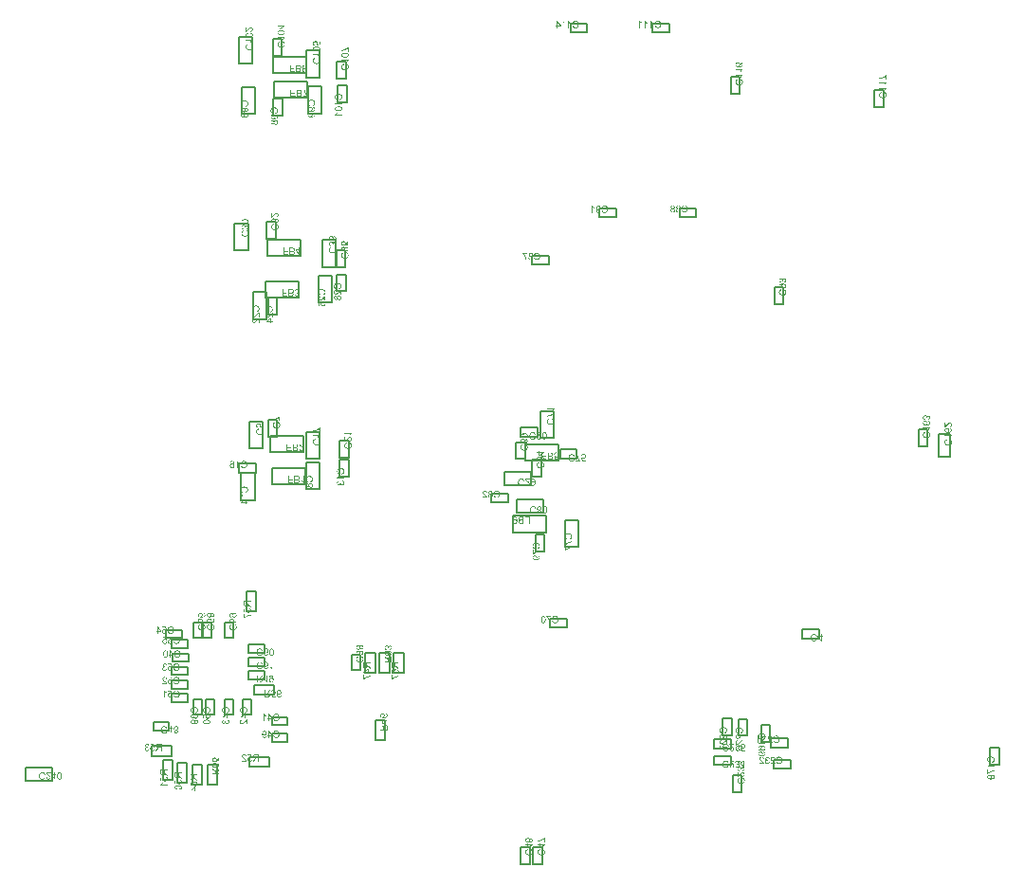
<source format=gbr>
G04*
G04 #@! TF.GenerationSoftware,Altium Limited,Altium Designer,24.9.1 (31)*
G04*
G04 Layer_Color=32896*
%FSLAX25Y25*%
%MOIN*%
G70*
G04*
G04 #@! TF.SameCoordinates,8C3FED30-37FA-4A54-8C90-A1F039295453*
G04*
G04*
G04 #@! TF.FilePolarity,Positive*
G04*
G01*
G75*
%ADD12C,0.00787*%
G36*
X218816Y-231739D02*
X218885Y-231747D01*
X218950Y-231754D01*
X219012Y-231768D01*
X219070Y-231786D01*
X219125Y-231805D01*
X219176Y-231823D01*
X219223Y-231845D01*
X219263Y-231863D01*
X219303Y-231881D01*
X219333Y-231899D01*
X219362Y-231918D01*
X219380Y-231932D01*
X219398Y-231939D01*
X219405Y-231947D01*
X219409Y-231950D01*
X219460Y-231994D01*
X219504Y-232038D01*
X219544Y-232089D01*
X219584Y-232140D01*
X219649Y-232242D01*
X219700Y-232343D01*
X219722Y-232391D01*
X219740Y-232435D01*
X219755Y-232474D01*
X219766Y-232507D01*
X219777Y-232536D01*
X219784Y-232558D01*
X219788Y-232573D01*
Y-232576D01*
X219453Y-232660D01*
X219438Y-232602D01*
X219420Y-232547D01*
X219402Y-232496D01*
X219384Y-232449D01*
X219362Y-232405D01*
X219340Y-232369D01*
X219314Y-232332D01*
X219292Y-232300D01*
X219274Y-232271D01*
X219252Y-232249D01*
X219234Y-232227D01*
X219220Y-232209D01*
X219205Y-232198D01*
X219194Y-232187D01*
X219191Y-232183D01*
X219187Y-232180D01*
X219150Y-232151D01*
X219110Y-232129D01*
X219030Y-232089D01*
X218954Y-232060D01*
X218878Y-232041D01*
X218812Y-232027D01*
X218787Y-232023D01*
X218761D01*
X218739Y-232019D01*
X218714D01*
X218630Y-232023D01*
X218550Y-232038D01*
X218477Y-232056D01*
X218412Y-232078D01*
X218361Y-232100D01*
X218339Y-232111D01*
X218321Y-232118D01*
X218306Y-232125D01*
X218295Y-232132D01*
X218288Y-232136D01*
X218284D01*
X218215Y-232187D01*
X218157Y-232242D01*
X218106Y-232303D01*
X218066Y-232362D01*
X218033Y-232413D01*
X218011Y-232456D01*
X218004Y-232474D01*
X217997Y-232485D01*
X217993Y-232493D01*
Y-232496D01*
X217964Y-232591D01*
X217942Y-232686D01*
X217924Y-232780D01*
X217913Y-232868D01*
X217909Y-232908D01*
X217906Y-232944D01*
Y-232977D01*
X217902Y-233002D01*
Y-233024D01*
Y-233042D01*
Y-233053D01*
Y-233057D01*
X217906Y-233152D01*
X217913Y-233239D01*
X217928Y-233319D01*
X217942Y-233392D01*
X217953Y-233454D01*
X217960Y-233479D01*
X217968Y-233501D01*
X217971Y-233519D01*
X217975Y-233530D01*
X217978Y-233537D01*
Y-233541D01*
X218015Y-233625D01*
X218055Y-233701D01*
X218099Y-233763D01*
X218146Y-233818D01*
X218186Y-233861D01*
X218219Y-233891D01*
X218244Y-233909D01*
X218248Y-233916D01*
X218251D01*
X218328Y-233963D01*
X218412Y-234000D01*
X218492Y-234025D01*
X218568Y-234040D01*
X218637Y-234051D01*
X218666Y-234054D01*
X218692D01*
X218710Y-234058D01*
X218739D01*
X218830Y-234054D01*
X218914Y-234040D01*
X218983Y-234018D01*
X219045Y-233996D01*
X219092Y-233970D01*
X219129Y-233952D01*
X219150Y-233938D01*
X219158Y-233930D01*
X219216Y-233876D01*
X219271Y-233814D01*
X219314Y-233749D01*
X219351Y-233683D01*
X219380Y-233625D01*
X219391Y-233596D01*
X219398Y-233574D01*
X219405Y-233556D01*
X219413Y-233541D01*
X219416Y-233534D01*
Y-233530D01*
X219744Y-233607D01*
X219722Y-233672D01*
X219700Y-233730D01*
X219671Y-233785D01*
X219646Y-233840D01*
X219616Y-233887D01*
X219584Y-233930D01*
X219555Y-233974D01*
X219525Y-234011D01*
X219496Y-234040D01*
X219471Y-234069D01*
X219445Y-234094D01*
X219427Y-234113D01*
X219409Y-234131D01*
X219394Y-234142D01*
X219387Y-234145D01*
X219384Y-234149D01*
X219333Y-234182D01*
X219282Y-234214D01*
X219231Y-234240D01*
X219176Y-234262D01*
X219067Y-234295D01*
X218969Y-234316D01*
X218921Y-234327D01*
X218881Y-234331D01*
X218841Y-234334D01*
X218808Y-234338D01*
X218783Y-234342D01*
X218746D01*
X218626Y-234334D01*
X218510Y-234316D01*
X218408Y-234295D01*
X218361Y-234280D01*
X218317Y-234265D01*
X218277Y-234251D01*
X218240Y-234236D01*
X218211Y-234225D01*
X218182Y-234214D01*
X218164Y-234204D01*
X218149Y-234196D01*
X218139Y-234193D01*
X218135Y-234189D01*
X218037Y-234127D01*
X217953Y-234054D01*
X217880Y-233981D01*
X217818Y-233909D01*
X217771Y-233843D01*
X217753Y-233814D01*
X217738Y-233788D01*
X217724Y-233770D01*
X217716Y-233756D01*
X217713Y-233745D01*
X217709Y-233741D01*
X217658Y-233628D01*
X217622Y-233512D01*
X217596Y-233395D01*
X217578Y-233290D01*
X217571Y-233243D01*
X217567Y-233195D01*
X217564Y-233159D01*
Y-233122D01*
X217560Y-233097D01*
Y-233075D01*
Y-233061D01*
Y-233057D01*
X217567Y-232926D01*
X217582Y-232799D01*
X217600Y-232686D01*
X217614Y-232631D01*
X217625Y-232584D01*
X217636Y-232540D01*
X217651Y-232500D01*
X217662Y-232464D01*
X217669Y-232435D01*
X217680Y-232413D01*
X217684Y-232394D01*
X217691Y-232383D01*
Y-232380D01*
X217745Y-232271D01*
X217807Y-232172D01*
X217873Y-232089D01*
X217906Y-232056D01*
X217935Y-232023D01*
X217964Y-231994D01*
X217993Y-231968D01*
X218019Y-231947D01*
X218040Y-231932D01*
X218055Y-231918D01*
X218069Y-231907D01*
X218077Y-231903D01*
X218080Y-231899D01*
X218131Y-231870D01*
X218182Y-231845D01*
X218291Y-231805D01*
X218401Y-231776D01*
X218506Y-231757D01*
X218557Y-231750D01*
X218601Y-231743D01*
X218641Y-231739D01*
X218674D01*
X218703Y-231736D01*
X218743D01*
X218816Y-231739D01*
D02*
G37*
G36*
X221698Y-232078D02*
X220457D01*
X220501Y-232140D01*
X220523Y-232165D01*
X220541Y-232191D01*
X220559Y-232212D01*
X220574Y-232227D01*
X220585Y-232238D01*
X220588Y-232242D01*
X220606Y-232260D01*
X220628Y-232278D01*
X220679Y-232325D01*
X220738Y-232380D01*
X220799Y-232435D01*
X220858Y-232482D01*
X220883Y-232504D01*
X220905Y-232525D01*
X220923Y-232540D01*
X220938Y-232551D01*
X220945Y-232558D01*
X220949Y-232562D01*
X221007Y-232613D01*
X221065Y-232660D01*
X221116Y-232708D01*
X221163Y-232748D01*
X221207Y-232787D01*
X221244Y-232824D01*
X221280Y-232857D01*
X221309Y-232886D01*
X221338Y-232915D01*
X221360Y-232937D01*
X221378Y-232955D01*
X221396Y-232973D01*
X221415Y-232995D01*
X221422Y-233002D01*
X221473Y-233064D01*
X221516Y-233119D01*
X221553Y-233173D01*
X221582Y-233217D01*
X221604Y-233257D01*
X221618Y-233286D01*
X221626Y-233304D01*
X221629Y-233312D01*
X221651Y-233366D01*
X221666Y-233421D01*
X221680Y-233472D01*
X221688Y-233516D01*
X221691Y-233556D01*
X221695Y-233585D01*
Y-233603D01*
Y-233610D01*
X221691Y-233665D01*
X221684Y-233716D01*
X221677Y-233767D01*
X221662Y-233810D01*
X221626Y-233898D01*
X221589Y-233967D01*
X221568Y-234000D01*
X221549Y-234025D01*
X221531Y-234051D01*
X221513Y-234069D01*
X221498Y-234083D01*
X221491Y-234098D01*
X221484Y-234102D01*
X221480Y-234105D01*
X221440Y-234142D01*
X221396Y-234174D01*
X221349Y-234200D01*
X221302Y-234222D01*
X221207Y-234258D01*
X221112Y-234284D01*
X221072Y-234291D01*
X221032Y-234298D01*
X220996Y-234302D01*
X220967Y-234305D01*
X220941Y-234309D01*
X220905D01*
X220840Y-234305D01*
X220778Y-234302D01*
X220719Y-234291D01*
X220665Y-234280D01*
X220614Y-234265D01*
X220567Y-234251D01*
X220523Y-234233D01*
X220483Y-234214D01*
X220446Y-234196D01*
X220417Y-234178D01*
X220392Y-234163D01*
X220370Y-234149D01*
X220352Y-234138D01*
X220341Y-234127D01*
X220334Y-234123D01*
X220330Y-234120D01*
X220293Y-234083D01*
X220261Y-234043D01*
X220228Y-234000D01*
X220202Y-233956D01*
X220159Y-233869D01*
X220130Y-233781D01*
X220119Y-233741D01*
X220108Y-233701D01*
X220101Y-233668D01*
X220093Y-233639D01*
X220090Y-233614D01*
Y-233596D01*
X220086Y-233585D01*
Y-233581D01*
X220403Y-233548D01*
X220410Y-233632D01*
X220425Y-233705D01*
X220446Y-233770D01*
X220472Y-233821D01*
X220494Y-233865D01*
X220515Y-233894D01*
X220530Y-233912D01*
X220537Y-233920D01*
X220592Y-233963D01*
X220650Y-233996D01*
X220712Y-234021D01*
X220767Y-234036D01*
X220818Y-234047D01*
X220861Y-234051D01*
X220876Y-234054D01*
X220898D01*
X220974Y-234051D01*
X221043Y-234036D01*
X221102Y-234014D01*
X221152Y-233992D01*
X221193Y-233967D01*
X221218Y-233949D01*
X221236Y-233934D01*
X221244Y-233927D01*
X221287Y-233876D01*
X221320Y-233825D01*
X221345Y-233774D01*
X221360Y-233723D01*
X221371Y-233683D01*
X221375Y-233647D01*
X221378Y-233625D01*
Y-233621D01*
Y-233617D01*
X221371Y-233552D01*
X221356Y-233483D01*
X221331Y-233421D01*
X221305Y-233363D01*
X221276Y-233315D01*
X221251Y-233275D01*
X221244Y-233261D01*
X221236Y-233250D01*
X221229Y-233246D01*
Y-233243D01*
X221200Y-233203D01*
X221163Y-233162D01*
X221123Y-233119D01*
X221080Y-233075D01*
X220989Y-232988D01*
X220898Y-232900D01*
X220850Y-232860D01*
X220810Y-232824D01*
X220770Y-232791D01*
X220738Y-232762D01*
X220712Y-232740D01*
X220690Y-232722D01*
X220676Y-232711D01*
X220672Y-232708D01*
X220581Y-232631D01*
X220497Y-232558D01*
X220428Y-232493D01*
X220374Y-232438D01*
X220326Y-232391D01*
X220293Y-232358D01*
X220275Y-232336D01*
X220268Y-232332D01*
Y-232329D01*
X220217Y-232267D01*
X220177Y-232209D01*
X220141Y-232151D01*
X220111Y-232100D01*
X220090Y-232056D01*
X220075Y-232023D01*
X220068Y-232001D01*
X220064Y-231998D01*
Y-231994D01*
X220050Y-231954D01*
X220042Y-231918D01*
X220035Y-231881D01*
X220031Y-231848D01*
X220028Y-231819D01*
Y-231797D01*
Y-231783D01*
Y-231779D01*
X221698D01*
Y-232078D01*
D02*
G37*
G36*
X222951Y-231743D02*
X223042Y-231757D01*
X223118Y-231783D01*
X223184Y-231808D01*
X223238Y-231834D01*
X223256Y-231848D01*
X223275Y-231859D01*
X223289Y-231867D01*
X223300Y-231874D01*
X223304Y-231881D01*
X223307D01*
X223373Y-231943D01*
X223428Y-232009D01*
X223475Y-232081D01*
X223511Y-232147D01*
X223540Y-232209D01*
X223555Y-232234D01*
X223562Y-232260D01*
X223569Y-232278D01*
X223577Y-232293D01*
X223580Y-232300D01*
Y-232303D01*
X223599Y-232358D01*
X223613Y-232413D01*
X223635Y-232529D01*
X223653Y-232649D01*
X223664Y-232766D01*
X223668Y-232817D01*
X223671Y-232864D01*
Y-232908D01*
X223675Y-232948D01*
Y-232977D01*
Y-233002D01*
Y-233017D01*
Y-233020D01*
Y-233090D01*
X223671Y-233155D01*
Y-233213D01*
X223668Y-233272D01*
X223660Y-233323D01*
X223657Y-233374D01*
X223653Y-233417D01*
X223646Y-233457D01*
X223642Y-233494D01*
X223635Y-233526D01*
X223631Y-233552D01*
X223628Y-233574D01*
X223624Y-233592D01*
X223620Y-233603D01*
X223617Y-233610D01*
Y-233614D01*
X223595Y-233694D01*
X223569Y-233767D01*
X223540Y-233829D01*
X223518Y-233883D01*
X223493Y-233930D01*
X223479Y-233963D01*
X223464Y-233981D01*
X223460Y-233989D01*
X223420Y-234043D01*
X223380Y-234091D01*
X223337Y-234131D01*
X223296Y-234167D01*
X223260Y-234193D01*
X223231Y-234211D01*
X223213Y-234222D01*
X223209Y-234225D01*
X223205D01*
X223147Y-234254D01*
X223085Y-234273D01*
X223027Y-234287D01*
X222972Y-234298D01*
X222925Y-234305D01*
X222885Y-234309D01*
X222852D01*
X222754Y-234302D01*
X222663Y-234287D01*
X222587Y-234262D01*
X222521Y-234236D01*
X222467Y-234207D01*
X222445Y-234196D01*
X222427Y-234182D01*
X222412Y-234174D01*
X222401Y-234167D01*
X222397Y-234160D01*
X222394D01*
X222328Y-234102D01*
X222274Y-234032D01*
X222226Y-233963D01*
X222190Y-233898D01*
X222161Y-233836D01*
X222146Y-233810D01*
X222139Y-233785D01*
X222132Y-233767D01*
X222124Y-233752D01*
X222121Y-233745D01*
Y-233741D01*
X222106Y-233687D01*
X222092Y-233632D01*
X222070Y-233512D01*
X222052Y-233392D01*
X222041Y-233279D01*
X222037Y-233224D01*
X222033Y-233177D01*
Y-233133D01*
X222030Y-233093D01*
Y-233064D01*
Y-233039D01*
Y-233024D01*
Y-233020D01*
X222033Y-232893D01*
X222041Y-232773D01*
X222052Y-232664D01*
X222070Y-232562D01*
X222088Y-232467D01*
X222110Y-232383D01*
X222132Y-232307D01*
X222153Y-232242D01*
X222175Y-232183D01*
X222201Y-232132D01*
X222219Y-232089D01*
X222237Y-232056D01*
X222255Y-232027D01*
X222266Y-232009D01*
X222274Y-231998D01*
X222277Y-231994D01*
X222317Y-231950D01*
X222361Y-231910D01*
X222408Y-231874D01*
X222456Y-231845D01*
X222503Y-231819D01*
X222550Y-231797D01*
X222598Y-231783D01*
X222641Y-231768D01*
X222685Y-231757D01*
X222725Y-231750D01*
X222761Y-231743D01*
X222791Y-231739D01*
X222816Y-231736D01*
X222852D01*
X222951Y-231743D01*
D02*
G37*
G36*
X220306Y-168622D02*
X220423Y-168640D01*
X220524Y-168662D01*
X220572Y-168676D01*
X220615Y-168691D01*
X220655Y-168705D01*
X220692Y-168720D01*
X220721Y-168731D01*
X220750Y-168742D01*
X220768Y-168753D01*
X220783Y-168760D01*
X220794Y-168764D01*
X220797Y-168767D01*
X220896Y-168829D01*
X220979Y-168902D01*
X221052Y-168975D01*
X221114Y-169048D01*
X221161Y-169113D01*
X221180Y-169142D01*
X221194Y-169168D01*
X221209Y-169186D01*
X221216Y-169201D01*
X221220Y-169211D01*
X221223Y-169215D01*
X221274Y-169328D01*
X221311Y-169445D01*
X221336Y-169561D01*
X221354Y-169667D01*
X221362Y-169714D01*
X221365Y-169761D01*
X221369Y-169798D01*
Y-169834D01*
X221373Y-169859D01*
Y-169881D01*
Y-169896D01*
Y-169899D01*
X221365Y-170030D01*
X221351Y-170158D01*
X221333Y-170271D01*
X221318Y-170325D01*
X221307Y-170373D01*
X221296Y-170416D01*
X221282Y-170456D01*
X221271Y-170493D01*
X221263Y-170522D01*
X221252Y-170544D01*
X221249Y-170562D01*
X221241Y-170573D01*
Y-170577D01*
X221187Y-170686D01*
X221125Y-170784D01*
X221059Y-170868D01*
X221027Y-170900D01*
X220998Y-170933D01*
X220969Y-170962D01*
X220939Y-170988D01*
X220914Y-171010D01*
X220892Y-171024D01*
X220878Y-171039D01*
X220863Y-171050D01*
X220856Y-171053D01*
X220852Y-171057D01*
X220801Y-171086D01*
X220750Y-171112D01*
X220641Y-171152D01*
X220532Y-171181D01*
X220426Y-171199D01*
X220375Y-171206D01*
X220332Y-171213D01*
X220291Y-171217D01*
X220259D01*
X220230Y-171221D01*
X220189D01*
X220117Y-171217D01*
X220048Y-171210D01*
X219982Y-171203D01*
X219920Y-171188D01*
X219862Y-171170D01*
X219807Y-171152D01*
X219756Y-171133D01*
X219709Y-171112D01*
X219669Y-171093D01*
X219629Y-171075D01*
X219600Y-171057D01*
X219571Y-171039D01*
X219552Y-171024D01*
X219534Y-171017D01*
X219527Y-171010D01*
X219523Y-171006D01*
X219472Y-170962D01*
X219429Y-170919D01*
X219389Y-170868D01*
X219349Y-170817D01*
X219283Y-170715D01*
X219232Y-170613D01*
X219210Y-170566D01*
X219192Y-170522D01*
X219178Y-170482D01*
X219167Y-170449D01*
X219156Y-170420D01*
X219148Y-170398D01*
X219145Y-170384D01*
Y-170380D01*
X219480Y-170296D01*
X219494Y-170354D01*
X219513Y-170409D01*
X219531Y-170460D01*
X219549Y-170507D01*
X219571Y-170551D01*
X219593Y-170587D01*
X219618Y-170624D01*
X219640Y-170657D01*
X219658Y-170686D01*
X219680Y-170707D01*
X219698Y-170729D01*
X219713Y-170748D01*
X219727Y-170758D01*
X219738Y-170769D01*
X219742Y-170773D01*
X219745Y-170777D01*
X219782Y-170806D01*
X219822Y-170828D01*
X219902Y-170868D01*
X219978Y-170897D01*
X220055Y-170915D01*
X220120Y-170930D01*
X220146Y-170933D01*
X220171D01*
X220193Y-170937D01*
X220219D01*
X220302Y-170933D01*
X220382Y-170919D01*
X220455Y-170900D01*
X220521Y-170879D01*
X220572Y-170857D01*
X220594Y-170846D01*
X220612Y-170839D01*
X220626Y-170831D01*
X220637Y-170824D01*
X220644Y-170820D01*
X220648D01*
X220717Y-170769D01*
X220776Y-170715D01*
X220827Y-170653D01*
X220867Y-170595D01*
X220899Y-170544D01*
X220921Y-170500D01*
X220928Y-170482D01*
X220936Y-170471D01*
X220939Y-170464D01*
Y-170460D01*
X220969Y-170365D01*
X220990Y-170271D01*
X221008Y-170176D01*
X221019Y-170089D01*
X221023Y-170049D01*
X221027Y-170012D01*
Y-169980D01*
X221030Y-169954D01*
Y-169932D01*
Y-169914D01*
Y-169903D01*
Y-169899D01*
X221027Y-169805D01*
X221019Y-169718D01*
X221005Y-169637D01*
X220990Y-169565D01*
X220979Y-169503D01*
X220972Y-169477D01*
X220965Y-169455D01*
X220961Y-169437D01*
X220958Y-169426D01*
X220954Y-169419D01*
Y-169415D01*
X220918Y-169332D01*
X220878Y-169255D01*
X220834Y-169193D01*
X220786Y-169139D01*
X220746Y-169095D01*
X220714Y-169066D01*
X220688Y-169048D01*
X220685Y-169040D01*
X220681D01*
X220604Y-168993D01*
X220521Y-168957D01*
X220441Y-168931D01*
X220364Y-168917D01*
X220295Y-168906D01*
X220266Y-168902D01*
X220240D01*
X220222Y-168898D01*
X220193D01*
X220102Y-168902D01*
X220018Y-168917D01*
X219949Y-168939D01*
X219887Y-168960D01*
X219840Y-168986D01*
X219804Y-169004D01*
X219782Y-169019D01*
X219775Y-169026D01*
X219716Y-169080D01*
X219662Y-169142D01*
X219618Y-169208D01*
X219582Y-169273D01*
X219552Y-169332D01*
X219542Y-169361D01*
X219534Y-169383D01*
X219527Y-169401D01*
X219520Y-169415D01*
X219516Y-169423D01*
Y-169426D01*
X219188Y-169350D01*
X219210Y-169284D01*
X219232Y-169226D01*
X219261Y-169172D01*
X219287Y-169117D01*
X219316Y-169070D01*
X219349Y-169026D01*
X219378Y-168982D01*
X219407Y-168946D01*
X219436Y-168917D01*
X219461Y-168888D01*
X219487Y-168862D01*
X219505Y-168844D01*
X219523Y-168826D01*
X219538Y-168815D01*
X219545Y-168811D01*
X219549Y-168807D01*
X219600Y-168775D01*
X219651Y-168742D01*
X219702Y-168717D01*
X219756Y-168695D01*
X219866Y-168662D01*
X219964Y-168640D01*
X220011Y-168629D01*
X220051Y-168625D01*
X220091Y-168622D01*
X220124Y-168618D01*
X220149Y-168615D01*
X220186D01*
X220306Y-168622D01*
D02*
G37*
G36*
X216881Y-168990D02*
X215647D01*
X215734Y-169095D01*
X215818Y-169208D01*
X215891Y-169317D01*
X215960Y-169423D01*
X215989Y-169470D01*
X216014Y-169514D01*
X216040Y-169554D01*
X216058Y-169586D01*
X216073Y-169616D01*
X216084Y-169634D01*
X216091Y-169648D01*
X216094Y-169652D01*
X216167Y-169798D01*
X216233Y-169943D01*
X216287Y-170081D01*
X216309Y-170143D01*
X216331Y-170205D01*
X216353Y-170260D01*
X216368Y-170311D01*
X216382Y-170354D01*
X216393Y-170391D01*
X216404Y-170424D01*
X216411Y-170446D01*
X216415Y-170460D01*
Y-170464D01*
X216451Y-170613D01*
X216466Y-170686D01*
X216477Y-170751D01*
X216488Y-170813D01*
X216499Y-170875D01*
X216506Y-170926D01*
X216513Y-170977D01*
X216517Y-171021D01*
X216520Y-171061D01*
X216524Y-171097D01*
Y-171126D01*
X216528Y-171148D01*
Y-171163D01*
Y-171174D01*
Y-171177D01*
X216211D01*
X216200Y-171039D01*
X216182Y-170911D01*
X216164Y-170795D01*
X216153Y-170740D01*
X216142Y-170689D01*
X216135Y-170646D01*
X216124Y-170606D01*
X216116Y-170569D01*
X216109Y-170540D01*
X216102Y-170518D01*
X216098Y-170500D01*
X216094Y-170489D01*
Y-170485D01*
X216040Y-170318D01*
X215982Y-170162D01*
X215953Y-170085D01*
X215923Y-170012D01*
X215891Y-169947D01*
X215862Y-169881D01*
X215836Y-169823D01*
X215811Y-169772D01*
X215789Y-169728D01*
X215771Y-169688D01*
X215752Y-169656D01*
X215741Y-169634D01*
X215734Y-169619D01*
X215731Y-169616D01*
X215687Y-169539D01*
X215643Y-169463D01*
X215599Y-169394D01*
X215556Y-169328D01*
X215516Y-169270D01*
X215476Y-169211D01*
X215436Y-169160D01*
X215403Y-169117D01*
X215370Y-169073D01*
X215341Y-169037D01*
X215312Y-169008D01*
X215290Y-168982D01*
X215276Y-168960D01*
X215261Y-168946D01*
X215254Y-168939D01*
X215250Y-168935D01*
Y-168691D01*
X216881D01*
Y-168990D01*
D02*
G37*
G36*
X218100Y-168651D02*
X218158Y-168655D01*
X218260Y-168676D01*
X218308Y-168691D01*
X218351Y-168705D01*
X218391Y-168724D01*
X218428Y-168742D01*
X218457Y-168760D01*
X218486Y-168778D01*
X218512Y-168793D01*
X218530Y-168807D01*
X218544Y-168818D01*
X218555Y-168829D01*
X218562Y-168833D01*
X218566Y-168837D01*
X218599Y-168873D01*
X218632Y-168909D01*
X218657Y-168949D01*
X218679Y-168990D01*
X218715Y-169066D01*
X218737Y-169139D01*
X218752Y-169201D01*
X218755Y-169230D01*
X218759Y-169252D01*
X218763Y-169273D01*
Y-169288D01*
Y-169295D01*
Y-169299D01*
X218759Y-169364D01*
X218748Y-169426D01*
X218734Y-169481D01*
X218715Y-169528D01*
X218701Y-169565D01*
X218686Y-169594D01*
X218675Y-169608D01*
X218672Y-169616D01*
X218632Y-169659D01*
X218588Y-169699D01*
X218541Y-169736D01*
X218493Y-169765D01*
X218450Y-169787D01*
X218417Y-169801D01*
X218402Y-169808D01*
X218391Y-169812D01*
X218388Y-169816D01*
X218384D01*
X218468Y-169841D01*
X218537Y-169874D01*
X218599Y-169914D01*
X218650Y-169950D01*
X218690Y-169987D01*
X218719Y-170016D01*
X218734Y-170034D01*
X218741Y-170038D01*
Y-170041D01*
X218781Y-170107D01*
X218814Y-170176D01*
X218835Y-170242D01*
X218850Y-170307D01*
X218857Y-170365D01*
X218861Y-170391D01*
Y-170413D01*
X218865Y-170427D01*
Y-170442D01*
Y-170449D01*
Y-170453D01*
X218861Y-170511D01*
X218854Y-170569D01*
X218843Y-170624D01*
X218828Y-170678D01*
X218792Y-170769D01*
X218774Y-170813D01*
X218752Y-170850D01*
X218730Y-170886D01*
X218712Y-170915D01*
X218690Y-170940D01*
X218675Y-170962D01*
X218661Y-170981D01*
X218650Y-170992D01*
X218642Y-170999D01*
X218639Y-171002D01*
X218595Y-171042D01*
X218548Y-171075D01*
X218497Y-171104D01*
X218446Y-171130D01*
X218399Y-171148D01*
X218348Y-171166D01*
X218249Y-171192D01*
X218206Y-171203D01*
X218166Y-171210D01*
X218129Y-171213D01*
X218096Y-171217D01*
X218071Y-171221D01*
X218035D01*
X217966Y-171217D01*
X217904Y-171210D01*
X217842Y-171199D01*
X217783Y-171188D01*
X217733Y-171170D01*
X217682Y-171152D01*
X217634Y-171133D01*
X217594Y-171112D01*
X217558Y-171090D01*
X217525Y-171072D01*
X217500Y-171053D01*
X217474Y-171035D01*
X217456Y-171024D01*
X217445Y-171013D01*
X217438Y-171006D01*
X217434Y-171002D01*
X217394Y-170959D01*
X217358Y-170915D01*
X217329Y-170871D01*
X217303Y-170824D01*
X217278Y-170780D01*
X217259Y-170733D01*
X217234Y-170649D01*
X217223Y-170609D01*
X217216Y-170573D01*
X217212Y-170540D01*
X217208Y-170515D01*
X217205Y-170493D01*
Y-170475D01*
Y-170464D01*
Y-170460D01*
X217208Y-170376D01*
X217223Y-170300D01*
X217245Y-170231D01*
X217267Y-170173D01*
X217288Y-170125D01*
X217310Y-170089D01*
X217325Y-170067D01*
X217329Y-170063D01*
Y-170060D01*
X217379Y-170001D01*
X217434Y-169950D01*
X217492Y-169910D01*
X217547Y-169874D01*
X217598Y-169849D01*
X217641Y-169830D01*
X217656Y-169823D01*
X217667Y-169819D01*
X217674Y-169816D01*
X217678D01*
X217612Y-169787D01*
X217558Y-169754D01*
X217511Y-169721D01*
X217470Y-169688D01*
X217441Y-169659D01*
X217420Y-169637D01*
X217405Y-169623D01*
X217401Y-169616D01*
X217369Y-169565D01*
X217347Y-169514D01*
X217329Y-169463D01*
X217318Y-169412D01*
X217310Y-169372D01*
X217307Y-169339D01*
Y-169317D01*
Y-169313D01*
Y-169310D01*
X217310Y-169259D01*
X217314Y-169211D01*
X217339Y-169121D01*
X217372Y-169040D01*
X217409Y-168971D01*
X217445Y-168917D01*
X217463Y-168895D01*
X217478Y-168873D01*
X217492Y-168858D01*
X217503Y-168848D01*
X217507Y-168844D01*
X217511Y-168840D01*
X217550Y-168807D01*
X217591Y-168775D01*
X217634Y-168749D01*
X217678Y-168727D01*
X217765Y-168695D01*
X217853Y-168673D01*
X217889Y-168662D01*
X217925Y-168658D01*
X217958Y-168655D01*
X217987Y-168651D01*
X218009Y-168647D01*
X218042D01*
X218100Y-168651D01*
D02*
G37*
G36*
X231474Y-87142D02*
X231514Y-87201D01*
X231561Y-87259D01*
X231605Y-87310D01*
X231648Y-87354D01*
X231681Y-87390D01*
X231696Y-87401D01*
X231707Y-87412D01*
X231710Y-87415D01*
X231714Y-87419D01*
X231790Y-87481D01*
X231867Y-87539D01*
X231940Y-87590D01*
X232012Y-87630D01*
X232074Y-87667D01*
X232100Y-87681D01*
X232121Y-87692D01*
X232140Y-87703D01*
X232154Y-87707D01*
X232162Y-87714D01*
X232165D01*
Y-88012D01*
X232111Y-87991D01*
X232056Y-87965D01*
X232001Y-87940D01*
X231950Y-87914D01*
X231907Y-87892D01*
X231870Y-87874D01*
X231849Y-87860D01*
X231845Y-87856D01*
X231841D01*
X231776Y-87816D01*
X231717Y-87776D01*
X231667Y-87739D01*
X231627Y-87707D01*
X231590Y-87681D01*
X231568Y-87659D01*
X231550Y-87645D01*
X231546Y-87641D01*
Y-89610D01*
X231237D01*
Y-87081D01*
X231437D01*
X231474Y-87142D01*
D02*
G37*
G36*
X229515D02*
X229555Y-87201D01*
X229603Y-87259D01*
X229646Y-87310D01*
X229690Y-87354D01*
X229723Y-87390D01*
X229737Y-87401D01*
X229748Y-87412D01*
X229752Y-87415D01*
X229755Y-87419D01*
X229832Y-87481D01*
X229908Y-87539D01*
X229981Y-87590D01*
X230054Y-87630D01*
X230116Y-87667D01*
X230141Y-87681D01*
X230163Y-87692D01*
X230181Y-87703D01*
X230196Y-87707D01*
X230203Y-87714D01*
X230207D01*
Y-88012D01*
X230152Y-87991D01*
X230098Y-87965D01*
X230043Y-87940D01*
X229992Y-87914D01*
X229948Y-87892D01*
X229912Y-87874D01*
X229890Y-87860D01*
X229887Y-87856D01*
X229883D01*
X229817Y-87816D01*
X229759Y-87776D01*
X229708Y-87739D01*
X229668Y-87707D01*
X229632Y-87681D01*
X229610Y-87659D01*
X229592Y-87645D01*
X229588Y-87641D01*
Y-89610D01*
X229279D01*
Y-87081D01*
X229479D01*
X229515Y-87142D01*
D02*
G37*
G36*
X233847Y-87055D02*
X233963Y-87073D01*
X234065Y-87095D01*
X234113Y-87110D01*
X234156Y-87124D01*
X234196Y-87139D01*
X234233Y-87153D01*
X234262Y-87164D01*
X234291Y-87175D01*
X234309Y-87186D01*
X234324Y-87193D01*
X234335Y-87197D01*
X234338Y-87201D01*
X234437Y-87263D01*
X234520Y-87335D01*
X234593Y-87408D01*
X234655Y-87481D01*
X234702Y-87546D01*
X234720Y-87576D01*
X234735Y-87601D01*
X234750Y-87619D01*
X234757Y-87634D01*
X234761Y-87645D01*
X234764Y-87648D01*
X234815Y-87761D01*
X234852Y-87878D01*
X234877Y-87994D01*
X234895Y-88100D01*
X234903Y-88147D01*
X234906Y-88194D01*
X234910Y-88231D01*
Y-88267D01*
X234913Y-88293D01*
Y-88315D01*
Y-88329D01*
Y-88333D01*
X234906Y-88464D01*
X234892Y-88591D01*
X234873Y-88704D01*
X234859Y-88759D01*
X234848Y-88806D01*
X234837Y-88850D01*
X234822Y-88890D01*
X234811Y-88926D01*
X234804Y-88955D01*
X234793Y-88977D01*
X234790Y-88995D01*
X234782Y-89006D01*
Y-89010D01*
X234728Y-89119D01*
X234666Y-89217D01*
X234600Y-89301D01*
X234568Y-89334D01*
X234539Y-89367D01*
X234509Y-89396D01*
X234480Y-89421D01*
X234455Y-89443D01*
X234433Y-89457D01*
X234418Y-89472D01*
X234404Y-89483D01*
X234397Y-89487D01*
X234393Y-89490D01*
X234342Y-89519D01*
X234291Y-89545D01*
X234182Y-89585D01*
X234073Y-89614D01*
X233967Y-89632D01*
X233916Y-89640D01*
X233872Y-89647D01*
X233832Y-89650D01*
X233800D01*
X233770Y-89654D01*
X233730D01*
X233658Y-89650D01*
X233589Y-89643D01*
X233523Y-89636D01*
X233461Y-89621D01*
X233403Y-89603D01*
X233348Y-89585D01*
X233297Y-89567D01*
X233250Y-89545D01*
X233210Y-89527D01*
X233170Y-89508D01*
X233141Y-89490D01*
X233112Y-89472D01*
X233093Y-89457D01*
X233075Y-89450D01*
X233068Y-89443D01*
X233064Y-89439D01*
X233013Y-89396D01*
X232970Y-89352D01*
X232930Y-89301D01*
X232890Y-89250D01*
X232824Y-89148D01*
X232773Y-89046D01*
X232751Y-88999D01*
X232733Y-88955D01*
X232718Y-88915D01*
X232708Y-88882D01*
X232697Y-88853D01*
X232689Y-88831D01*
X232686Y-88817D01*
Y-88813D01*
X233021Y-88730D01*
X233035Y-88788D01*
X233053Y-88842D01*
X233072Y-88893D01*
X233090Y-88941D01*
X233112Y-88984D01*
X233134Y-89021D01*
X233159Y-89057D01*
X233181Y-89090D01*
X233199Y-89119D01*
X233221Y-89141D01*
X233239Y-89163D01*
X233254Y-89181D01*
X233268Y-89192D01*
X233279Y-89203D01*
X233283Y-89206D01*
X233286Y-89210D01*
X233323Y-89239D01*
X233363Y-89261D01*
X233443Y-89301D01*
X233519Y-89330D01*
X233596Y-89348D01*
X233661Y-89363D01*
X233687Y-89367D01*
X233712D01*
X233734Y-89370D01*
X233759D01*
X233843Y-89367D01*
X233923Y-89352D01*
X233996Y-89334D01*
X234062Y-89312D01*
X234113Y-89290D01*
X234135Y-89279D01*
X234153Y-89272D01*
X234167Y-89265D01*
X234178Y-89257D01*
X234185Y-89254D01*
X234189D01*
X234258Y-89203D01*
X234316Y-89148D01*
X234367Y-89086D01*
X234407Y-89028D01*
X234440Y-88977D01*
X234462Y-88933D01*
X234469Y-88915D01*
X234477Y-88904D01*
X234480Y-88897D01*
Y-88893D01*
X234509Y-88799D01*
X234531Y-88704D01*
X234549Y-88609D01*
X234560Y-88522D01*
X234564Y-88482D01*
X234568Y-88446D01*
Y-88413D01*
X234571Y-88387D01*
Y-88366D01*
Y-88347D01*
Y-88336D01*
Y-88333D01*
X234568Y-88238D01*
X234560Y-88151D01*
X234546Y-88071D01*
X234531Y-87998D01*
X234520Y-87936D01*
X234513Y-87910D01*
X234506Y-87889D01*
X234502Y-87871D01*
X234499Y-87860D01*
X234495Y-87852D01*
Y-87849D01*
X234458Y-87765D01*
X234418Y-87688D01*
X234375Y-87627D01*
X234327Y-87572D01*
X234287Y-87528D01*
X234255Y-87499D01*
X234229Y-87481D01*
X234226Y-87474D01*
X234222D01*
X234145Y-87426D01*
X234062Y-87390D01*
X233982Y-87365D01*
X233905Y-87350D01*
X233836Y-87339D01*
X233807Y-87335D01*
X233781D01*
X233763Y-87332D01*
X233734D01*
X233643Y-87335D01*
X233559Y-87350D01*
X233490Y-87372D01*
X233428Y-87394D01*
X233381Y-87419D01*
X233345Y-87437D01*
X233323Y-87452D01*
X233315Y-87459D01*
X233257Y-87514D01*
X233203Y-87576D01*
X233159Y-87641D01*
X233123Y-87707D01*
X233093Y-87765D01*
X233083Y-87794D01*
X233075Y-87816D01*
X233068Y-87834D01*
X233061Y-87849D01*
X233057Y-87856D01*
Y-87860D01*
X232729Y-87783D01*
X232751Y-87718D01*
X232773Y-87659D01*
X232802Y-87605D01*
X232828Y-87550D01*
X232857Y-87503D01*
X232890Y-87459D01*
X232919Y-87415D01*
X232948Y-87379D01*
X232977Y-87350D01*
X233002Y-87321D01*
X233028Y-87295D01*
X233046Y-87277D01*
X233064Y-87259D01*
X233079Y-87248D01*
X233086Y-87244D01*
X233090Y-87241D01*
X233141Y-87208D01*
X233192Y-87175D01*
X233243Y-87150D01*
X233297Y-87128D01*
X233406Y-87095D01*
X233505Y-87073D01*
X233552Y-87062D01*
X233592Y-87059D01*
X233632Y-87055D01*
X233665Y-87051D01*
X233690Y-87048D01*
X233727D01*
X233847Y-87055D01*
D02*
G37*
G36*
X228591Y-88722D02*
Y-89006D01*
X227495D01*
Y-89610D01*
X227186D01*
Y-89006D01*
X226844D01*
Y-88722D01*
X227186D01*
Y-87091D01*
X227437D01*
X228591Y-88722D01*
D02*
G37*
G36*
X260401Y-87103D02*
X260441Y-87161D01*
X260489Y-87219D01*
X260532Y-87270D01*
X260576Y-87314D01*
X260609Y-87350D01*
X260623Y-87361D01*
X260634Y-87372D01*
X260638Y-87376D01*
X260641Y-87380D01*
X260718Y-87441D01*
X260794Y-87500D01*
X260867Y-87551D01*
X260940Y-87591D01*
X261002Y-87627D01*
X261027Y-87642D01*
X261049Y-87653D01*
X261067Y-87664D01*
X261082Y-87667D01*
X261089Y-87674D01*
X261093D01*
Y-87973D01*
X261038Y-87951D01*
X260984Y-87926D01*
X260929Y-87900D01*
X260878Y-87875D01*
X260834Y-87853D01*
X260798Y-87835D01*
X260776Y-87820D01*
X260772Y-87816D01*
X260769D01*
X260703Y-87776D01*
X260645Y-87736D01*
X260594Y-87700D01*
X260554Y-87667D01*
X260518Y-87642D01*
X260496Y-87620D01*
X260478Y-87605D01*
X260474Y-87602D01*
Y-89571D01*
X260165D01*
Y-87041D01*
X260365D01*
X260401Y-87103D01*
D02*
G37*
G36*
X258443D02*
X258483Y-87161D01*
X258530Y-87219D01*
X258574Y-87270D01*
X258618Y-87314D01*
X258650Y-87350D01*
X258665Y-87361D01*
X258676Y-87372D01*
X258679Y-87376D01*
X258683Y-87380D01*
X258759Y-87441D01*
X258836Y-87500D01*
X258909Y-87551D01*
X258982Y-87591D01*
X259043Y-87627D01*
X259069Y-87642D01*
X259091Y-87653D01*
X259109Y-87664D01*
X259123Y-87667D01*
X259131Y-87674D01*
X259134D01*
Y-87973D01*
X259080Y-87951D01*
X259025Y-87926D01*
X258971Y-87900D01*
X258920Y-87875D01*
X258876Y-87853D01*
X258840Y-87835D01*
X258818Y-87820D01*
X258814Y-87816D01*
X258810D01*
X258745Y-87776D01*
X258687Y-87736D01*
X258636Y-87700D01*
X258596Y-87667D01*
X258559Y-87642D01*
X258538Y-87620D01*
X258519Y-87605D01*
X258516Y-87602D01*
Y-89571D01*
X258206D01*
Y-87041D01*
X258406D01*
X258443Y-87103D01*
D02*
G37*
G36*
X256485D02*
X256525Y-87161D01*
X256572Y-87219D01*
X256616Y-87270D01*
X256659Y-87314D01*
X256692Y-87350D01*
X256707Y-87361D01*
X256717Y-87372D01*
X256721Y-87376D01*
X256725Y-87380D01*
X256801Y-87441D01*
X256878Y-87500D01*
X256950Y-87551D01*
X257023Y-87591D01*
X257085Y-87627D01*
X257111Y-87642D01*
X257132Y-87653D01*
X257151Y-87664D01*
X257165Y-87667D01*
X257172Y-87674D01*
X257176D01*
Y-87973D01*
X257121Y-87951D01*
X257067Y-87926D01*
X257012Y-87900D01*
X256961Y-87875D01*
X256918Y-87853D01*
X256881Y-87835D01*
X256859Y-87820D01*
X256856Y-87816D01*
X256852D01*
X256787Y-87776D01*
X256728Y-87736D01*
X256677Y-87700D01*
X256637Y-87667D01*
X256601Y-87642D01*
X256579Y-87620D01*
X256561Y-87605D01*
X256557Y-87602D01*
Y-89571D01*
X256248D01*
Y-87041D01*
X256448D01*
X256485Y-87103D01*
D02*
G37*
G36*
X262774Y-87016D02*
X262891Y-87034D01*
X262993Y-87056D01*
X263040Y-87070D01*
X263084Y-87085D01*
X263124Y-87099D01*
X263160Y-87114D01*
X263189Y-87125D01*
X263218Y-87136D01*
X263237Y-87147D01*
X263251Y-87154D01*
X263262Y-87157D01*
X263266Y-87161D01*
X263364Y-87223D01*
X263448Y-87296D01*
X263521Y-87369D01*
X263582Y-87441D01*
X263630Y-87507D01*
X263648Y-87536D01*
X263663Y-87562D01*
X263677Y-87580D01*
X263684Y-87594D01*
X263688Y-87605D01*
X263692Y-87609D01*
X263743Y-87722D01*
X263779Y-87838D01*
X263805Y-87955D01*
X263823Y-88060D01*
X263830Y-88108D01*
X263834Y-88155D01*
X263837Y-88191D01*
Y-88228D01*
X263841Y-88253D01*
Y-88275D01*
Y-88290D01*
Y-88293D01*
X263834Y-88424D01*
X263819Y-88552D01*
X263801Y-88665D01*
X263786Y-88719D01*
X263775Y-88766D01*
X263765Y-88810D01*
X263750Y-88850D01*
X263739Y-88886D01*
X263732Y-88916D01*
X263721Y-88937D01*
X263717Y-88956D01*
X263710Y-88967D01*
Y-88970D01*
X263655Y-89079D01*
X263593Y-89178D01*
X263528Y-89262D01*
X263495Y-89294D01*
X263466Y-89327D01*
X263437Y-89356D01*
X263408Y-89382D01*
X263382Y-89403D01*
X263361Y-89418D01*
X263346Y-89433D01*
X263331Y-89443D01*
X263324Y-89447D01*
X263320Y-89451D01*
X263269Y-89480D01*
X263218Y-89505D01*
X263109Y-89545D01*
X263000Y-89574D01*
X262895Y-89593D01*
X262844Y-89600D01*
X262800Y-89607D01*
X262760Y-89611D01*
X262727D01*
X262698Y-89614D01*
X262658D01*
X262585Y-89611D01*
X262516Y-89604D01*
X262451Y-89596D01*
X262389Y-89582D01*
X262330Y-89564D01*
X262276Y-89545D01*
X262225Y-89527D01*
X262177Y-89505D01*
X262137Y-89487D01*
X262097Y-89469D01*
X262068Y-89451D01*
X262039Y-89433D01*
X262021Y-89418D01*
X262003Y-89411D01*
X261996Y-89403D01*
X261992Y-89400D01*
X261941Y-89356D01*
X261897Y-89312D01*
X261857Y-89262D01*
X261817Y-89210D01*
X261752Y-89109D01*
X261701Y-89007D01*
X261679Y-88959D01*
X261661Y-88916D01*
X261646Y-88876D01*
X261635Y-88843D01*
X261624Y-88814D01*
X261617Y-88792D01*
X261613Y-88777D01*
Y-88774D01*
X261948Y-88690D01*
X261963Y-88748D01*
X261981Y-88803D01*
X261999Y-88854D01*
X262017Y-88901D01*
X262039Y-88945D01*
X262061Y-88981D01*
X262087Y-89018D01*
X262108Y-89050D01*
X262126Y-89079D01*
X262148Y-89101D01*
X262167Y-89123D01*
X262181Y-89141D01*
X262196Y-89152D01*
X262207Y-89163D01*
X262210Y-89167D01*
X262214Y-89170D01*
X262250Y-89200D01*
X262290Y-89221D01*
X262370Y-89262D01*
X262447Y-89291D01*
X262523Y-89309D01*
X262589Y-89323D01*
X262614Y-89327D01*
X262640D01*
X262662Y-89331D01*
X262687D01*
X262771Y-89327D01*
X262851Y-89312D01*
X262924Y-89294D01*
X262989Y-89272D01*
X263040Y-89250D01*
X263062Y-89240D01*
X263080Y-89232D01*
X263095Y-89225D01*
X263106Y-89218D01*
X263113Y-89214D01*
X263117D01*
X263186Y-89163D01*
X263244Y-89109D01*
X263295Y-89047D01*
X263335Y-88989D01*
X263368Y-88937D01*
X263390Y-88894D01*
X263397Y-88876D01*
X263404Y-88865D01*
X263408Y-88857D01*
Y-88854D01*
X263437Y-88759D01*
X263459Y-88665D01*
X263477Y-88570D01*
X263488Y-88482D01*
X263492Y-88442D01*
X263495Y-88406D01*
Y-88373D01*
X263499Y-88348D01*
Y-88326D01*
Y-88308D01*
Y-88297D01*
Y-88293D01*
X263495Y-88199D01*
X263488Y-88111D01*
X263473Y-88031D01*
X263459Y-87958D01*
X263448Y-87897D01*
X263441Y-87871D01*
X263433Y-87849D01*
X263430Y-87831D01*
X263426Y-87820D01*
X263422Y-87813D01*
Y-87809D01*
X263386Y-87725D01*
X263346Y-87649D01*
X263302Y-87587D01*
X263255Y-87532D01*
X263215Y-87489D01*
X263182Y-87460D01*
X263157Y-87441D01*
X263153Y-87434D01*
X263149D01*
X263073Y-87387D01*
X262989Y-87350D01*
X262909Y-87325D01*
X262833Y-87310D01*
X262764Y-87300D01*
X262734Y-87296D01*
X262709D01*
X262691Y-87292D01*
X262662D01*
X262571Y-87296D01*
X262487Y-87310D01*
X262418Y-87332D01*
X262356Y-87354D01*
X262309Y-87380D01*
X262272Y-87398D01*
X262250Y-87412D01*
X262243Y-87420D01*
X262185Y-87474D01*
X262130Y-87536D01*
X262087Y-87602D01*
X262050Y-87667D01*
X262021Y-87725D01*
X262010Y-87754D01*
X262003Y-87776D01*
X261996Y-87795D01*
X261988Y-87809D01*
X261985Y-87816D01*
Y-87820D01*
X261657Y-87744D01*
X261679Y-87678D01*
X261701Y-87620D01*
X261730Y-87565D01*
X261755Y-87511D01*
X261784Y-87463D01*
X261817Y-87420D01*
X261846Y-87376D01*
X261875Y-87340D01*
X261905Y-87310D01*
X261930Y-87281D01*
X261955Y-87256D01*
X261974Y-87238D01*
X261992Y-87219D01*
X262006Y-87208D01*
X262014Y-87205D01*
X262017Y-87201D01*
X262068Y-87168D01*
X262119Y-87136D01*
X262170Y-87110D01*
X262225Y-87088D01*
X262334Y-87056D01*
X262432Y-87034D01*
X262480Y-87023D01*
X262520Y-87019D01*
X262560Y-87016D01*
X262592Y-87012D01*
X262618Y-87008D01*
X262654D01*
X262774Y-87016D01*
D02*
G37*
G36*
X239766Y-152137D02*
X239806Y-152195D01*
X239853Y-152253D01*
X239897Y-152304D01*
X239941Y-152348D01*
X239973Y-152384D01*
X239988Y-152395D01*
X239999Y-152406D01*
X240002Y-152410D01*
X240006Y-152413D01*
X240083Y-152475D01*
X240159Y-152533D01*
X240232Y-152585D01*
X240305Y-152624D01*
X240367Y-152661D01*
X240392Y-152675D01*
X240414Y-152686D01*
X240432Y-152697D01*
X240447Y-152701D01*
X240454Y-152708D01*
X240458D01*
Y-153007D01*
X240403Y-152985D01*
X240348Y-152959D01*
X240294Y-152934D01*
X240243Y-152908D01*
X240199Y-152887D01*
X240163Y-152868D01*
X240141Y-152854D01*
X240137Y-152850D01*
X240134D01*
X240068Y-152810D01*
X240010Y-152770D01*
X239959Y-152734D01*
X239919Y-152701D01*
X239882Y-152675D01*
X239861Y-152654D01*
X239842Y-152639D01*
X239839Y-152635D01*
Y-154605D01*
X239529D01*
Y-152075D01*
X239729D01*
X239766Y-152137D01*
D02*
G37*
G36*
X241924Y-152078D02*
X241983Y-152086D01*
X242041Y-152097D01*
X242092Y-152111D01*
X242190Y-152151D01*
X242234Y-152170D01*
X242270Y-152191D01*
X242307Y-152217D01*
X242336Y-152235D01*
X242365Y-152257D01*
X242387Y-152275D01*
X242405Y-152290D01*
X242416Y-152301D01*
X242423Y-152308D01*
X242427Y-152312D01*
X242467Y-152355D01*
X242499Y-152406D01*
X242532Y-152453D01*
X242558Y-152504D01*
X242580Y-152559D01*
X242598Y-152610D01*
X242623Y-152705D01*
X242634Y-152752D01*
X242641Y-152792D01*
X242645Y-152832D01*
X242649Y-152865D01*
X242652Y-152890D01*
Y-152908D01*
Y-152923D01*
Y-152927D01*
X242649Y-152996D01*
X242641Y-153058D01*
X242634Y-153120D01*
X242620Y-153178D01*
X242601Y-153229D01*
X242583Y-153280D01*
X242565Y-153323D01*
X242543Y-153363D01*
X242525Y-153400D01*
X242507Y-153433D01*
X242489Y-153458D01*
X242470Y-153483D01*
X242456Y-153502D01*
X242449Y-153513D01*
X242441Y-153520D01*
X242438Y-153524D01*
X242398Y-153564D01*
X242354Y-153596D01*
X242310Y-153629D01*
X242263Y-153655D01*
X242219Y-153676D01*
X242176Y-153695D01*
X242092Y-153720D01*
X242056Y-153731D01*
X242019Y-153738D01*
X241990Y-153742D01*
X241961Y-153746D01*
X241939Y-153749D01*
X241910D01*
X241841Y-153746D01*
X241775Y-153735D01*
X241717Y-153720D01*
X241662Y-153702D01*
X241622Y-153687D01*
X241589Y-153673D01*
X241568Y-153662D01*
X241560Y-153658D01*
X241502Y-153622D01*
X241451Y-153582D01*
X241407Y-153542D01*
X241371Y-153505D01*
X241346Y-153469D01*
X241324Y-153444D01*
X241309Y-153425D01*
X241306Y-153418D01*
Y-153447D01*
Y-153465D01*
Y-153476D01*
Y-153480D01*
X241309Y-153553D01*
X241313Y-153622D01*
X241320Y-153684D01*
X241328Y-153742D01*
X241338Y-153789D01*
X241346Y-153826D01*
X241349Y-153840D01*
Y-153851D01*
X241353Y-153855D01*
Y-153858D01*
X241371Y-153924D01*
X241389Y-153982D01*
X241407Y-154033D01*
X241426Y-154077D01*
X241440Y-154110D01*
X241455Y-154135D01*
X241462Y-154153D01*
X241466Y-154157D01*
X241495Y-154197D01*
X241524Y-154230D01*
X241553Y-154259D01*
X241582Y-154284D01*
X241604Y-154306D01*
X241626Y-154321D01*
X241640Y-154328D01*
X241644Y-154332D01*
X241684Y-154353D01*
X241728Y-154368D01*
X241768Y-154379D01*
X241808Y-154386D01*
X241841Y-154390D01*
X241866Y-154394D01*
X241892D01*
X241950Y-154390D01*
X242004Y-154379D01*
X242052Y-154364D01*
X242092Y-154346D01*
X242121Y-154332D01*
X242146Y-154317D01*
X242161Y-154306D01*
X242165Y-154303D01*
X242201Y-154262D01*
X242230Y-154215D01*
X242256Y-154164D01*
X242274Y-154113D01*
X242288Y-154070D01*
X242299Y-154030D01*
X242303Y-154015D01*
Y-154008D01*
X242307Y-154000D01*
Y-153997D01*
X242605Y-154022D01*
X242583Y-154128D01*
X242554Y-154219D01*
X242518Y-154299D01*
X242481Y-154364D01*
X242445Y-154415D01*
X242427Y-154437D01*
X242412Y-154455D01*
X242401Y-154466D01*
X242390Y-154477D01*
X242387Y-154481D01*
X242383Y-154484D01*
X242347Y-154514D01*
X242307Y-154539D01*
X242227Y-154579D01*
X242146Y-154608D01*
X242070Y-154627D01*
X242001Y-154641D01*
X241972Y-154645D01*
X241946D01*
X241928Y-154648D01*
X241899D01*
X241797Y-154641D01*
X241706Y-154627D01*
X241622Y-154601D01*
X241553Y-154572D01*
X241524Y-154561D01*
X241495Y-154546D01*
X241473Y-154532D01*
X241451Y-154521D01*
X241437Y-154514D01*
X241426Y-154506D01*
X241419Y-154499D01*
X241415D01*
X241342Y-154437D01*
X241277Y-154368D01*
X241226Y-154295D01*
X241182Y-154226D01*
X241145Y-154164D01*
X241131Y-154135D01*
X241120Y-154113D01*
X241113Y-154091D01*
X241105Y-154077D01*
X241102Y-154070D01*
Y-154066D01*
X241084Y-154011D01*
X241065Y-153949D01*
X241040Y-153826D01*
X241022Y-153695D01*
X241011Y-153571D01*
X241003Y-153516D01*
X241000Y-153462D01*
Y-153414D01*
X240996Y-153374D01*
Y-153342D01*
Y-153316D01*
Y-153298D01*
Y-153294D01*
Y-153210D01*
X241000Y-153130D01*
X241007Y-153058D01*
X241014Y-152989D01*
X241022Y-152927D01*
X241029Y-152868D01*
X241040Y-152814D01*
X241051Y-152767D01*
X241062Y-152726D01*
X241069Y-152690D01*
X241080Y-152657D01*
X241087Y-152632D01*
X241094Y-152614D01*
X241102Y-152599D01*
X241105Y-152592D01*
Y-152588D01*
X241149Y-152501D01*
X241196Y-152424D01*
X241251Y-152359D01*
X241298Y-152304D01*
X241346Y-152264D01*
X241382Y-152235D01*
X241397Y-152224D01*
X241407Y-152217D01*
X241411Y-152209D01*
X241415D01*
X241491Y-152166D01*
X241568Y-152133D01*
X241644Y-152108D01*
X241713Y-152093D01*
X241775Y-152082D01*
X241801Y-152078D01*
X241819D01*
X241837Y-152075D01*
X241863D01*
X241924Y-152078D01*
D02*
G37*
G36*
X244097Y-152049D02*
X244214Y-152068D01*
X244316Y-152089D01*
X244363Y-152104D01*
X244407Y-152119D01*
X244447Y-152133D01*
X244483Y-152148D01*
X244513Y-152159D01*
X244542Y-152170D01*
X244560Y-152180D01*
X244574Y-152188D01*
X244585Y-152191D01*
X244589Y-152195D01*
X244687Y-152257D01*
X244771Y-152330D01*
X244844Y-152402D01*
X244906Y-152475D01*
X244953Y-152541D01*
X244971Y-152570D01*
X244986Y-152595D01*
X245000Y-152614D01*
X245007Y-152628D01*
X245011Y-152639D01*
X245015Y-152643D01*
X245066Y-152755D01*
X245102Y-152872D01*
X245128Y-152989D01*
X245146Y-153094D01*
X245153Y-153141D01*
X245157Y-153189D01*
X245160Y-153225D01*
Y-153261D01*
X245164Y-153287D01*
Y-153309D01*
Y-153323D01*
Y-153327D01*
X245157Y-153458D01*
X245142Y-153586D01*
X245124Y-153698D01*
X245109Y-153753D01*
X245098Y-153800D01*
X245088Y-153844D01*
X245073Y-153884D01*
X245062Y-153920D01*
X245055Y-153949D01*
X245044Y-153971D01*
X245040Y-153990D01*
X245033Y-154000D01*
Y-154004D01*
X244978Y-154113D01*
X244917Y-154212D01*
X244851Y-154295D01*
X244818Y-154328D01*
X244789Y-154361D01*
X244760Y-154390D01*
X244731Y-154415D01*
X244705Y-154437D01*
X244684Y-154452D01*
X244669Y-154466D01*
X244654Y-154477D01*
X244647Y-154481D01*
X244643Y-154484D01*
X244592Y-154514D01*
X244542Y-154539D01*
X244432Y-154579D01*
X244323Y-154608D01*
X244218Y-154627D01*
X244167Y-154634D01*
X244123Y-154641D01*
X244083Y-154645D01*
X244050D01*
X244021Y-154648D01*
X243981D01*
X243908Y-154645D01*
X243839Y-154637D01*
X243774Y-154630D01*
X243712Y-154616D01*
X243653Y-154597D01*
X243599Y-154579D01*
X243548Y-154561D01*
X243500Y-154539D01*
X243460Y-154521D01*
X243421Y-154503D01*
X243391Y-154484D01*
X243362Y-154466D01*
X243344Y-154452D01*
X243326Y-154445D01*
X243319Y-154437D01*
X243315Y-154434D01*
X243264Y-154390D01*
X243220Y-154346D01*
X243180Y-154295D01*
X243140Y-154244D01*
X243075Y-154142D01*
X243024Y-154041D01*
X243002Y-153993D01*
X242984Y-153949D01*
X242969Y-153909D01*
X242958Y-153877D01*
X242947Y-153848D01*
X242940Y-153826D01*
X242936Y-153811D01*
Y-153807D01*
X243271Y-153724D01*
X243286Y-153782D01*
X243304Y-153837D01*
X243322Y-153888D01*
X243340Y-153935D01*
X243362Y-153979D01*
X243384Y-154015D01*
X243409Y-154051D01*
X243431Y-154084D01*
X243450Y-154113D01*
X243471Y-154135D01*
X243490Y-154157D01*
X243504Y-154175D01*
X243519Y-154186D01*
X243530Y-154197D01*
X243533Y-154201D01*
X243537Y-154204D01*
X243573Y-154233D01*
X243613Y-154255D01*
X243693Y-154295D01*
X243770Y-154324D01*
X243846Y-154343D01*
X243912Y-154357D01*
X243937Y-154361D01*
X243963D01*
X243985Y-154364D01*
X244010D01*
X244094Y-154361D01*
X244174Y-154346D01*
X244247Y-154328D01*
X244312Y-154306D01*
X244363Y-154284D01*
X244385Y-154273D01*
X244403Y-154266D01*
X244418Y-154259D01*
X244429Y-154252D01*
X244436Y-154248D01*
X244440D01*
X244509Y-154197D01*
X244567Y-154142D01*
X244618Y-154080D01*
X244658Y-154022D01*
X244691Y-153971D01*
X244713Y-153928D01*
X244720Y-153909D01*
X244727Y-153899D01*
X244731Y-153891D01*
Y-153888D01*
X244760Y-153793D01*
X244782Y-153698D01*
X244800Y-153604D01*
X244811Y-153516D01*
X244815Y-153476D01*
X244818Y-153440D01*
Y-153407D01*
X244822Y-153382D01*
Y-153360D01*
Y-153342D01*
Y-153331D01*
Y-153327D01*
X244818Y-153232D01*
X244811Y-153145D01*
X244796Y-153065D01*
X244782Y-152992D01*
X244771Y-152930D01*
X244764Y-152905D01*
X244756Y-152883D01*
X244753Y-152865D01*
X244749Y-152854D01*
X244745Y-152847D01*
Y-152843D01*
X244709Y-152759D01*
X244669Y-152683D01*
X244625Y-152621D01*
X244578Y-152566D01*
X244538Y-152523D01*
X244505Y-152494D01*
X244480Y-152475D01*
X244476Y-152468D01*
X244472D01*
X244396Y-152421D01*
X244312Y-152384D01*
X244232Y-152359D01*
X244156Y-152344D01*
X244087Y-152333D01*
X244057Y-152330D01*
X244032D01*
X244014Y-152326D01*
X243985D01*
X243894Y-152330D01*
X243810Y-152344D01*
X243741Y-152366D01*
X243679Y-152388D01*
X243632Y-152413D01*
X243595Y-152432D01*
X243573Y-152446D01*
X243566Y-152453D01*
X243508Y-152508D01*
X243453Y-152570D01*
X243409Y-152635D01*
X243373Y-152701D01*
X243344Y-152759D01*
X243333Y-152788D01*
X243326Y-152810D01*
X243319Y-152828D01*
X243311Y-152843D01*
X243308Y-152850D01*
Y-152854D01*
X242980Y-152777D01*
X243002Y-152712D01*
X243024Y-152654D01*
X243053Y-152599D01*
X243078Y-152544D01*
X243107Y-152497D01*
X243140Y-152453D01*
X243169Y-152410D01*
X243198Y-152373D01*
X243228Y-152344D01*
X243253Y-152315D01*
X243279Y-152290D01*
X243297Y-152271D01*
X243315Y-152253D01*
X243330Y-152242D01*
X243337Y-152239D01*
X243340Y-152235D01*
X243391Y-152202D01*
X243442Y-152170D01*
X243493Y-152144D01*
X243548Y-152122D01*
X243657Y-152089D01*
X243755Y-152068D01*
X243803Y-152057D01*
X243843Y-152053D01*
X243883Y-152049D01*
X243916Y-152046D01*
X243941Y-152042D01*
X243977D01*
X244097Y-152049D01*
D02*
G37*
G36*
X272178Y-151906D02*
X272294Y-151924D01*
X272396Y-151945D01*
X272444Y-151960D01*
X272487Y-151975D01*
X272527Y-151989D01*
X272564Y-152004D01*
X272593Y-152015D01*
X272622Y-152026D01*
X272640Y-152036D01*
X272655Y-152044D01*
X272666Y-152047D01*
X272669Y-152051D01*
X272768Y-152113D01*
X272851Y-152186D01*
X272924Y-152259D01*
X272986Y-152331D01*
X273033Y-152397D01*
X273052Y-152426D01*
X273066Y-152452D01*
X273081Y-152470D01*
X273088Y-152484D01*
X273092Y-152495D01*
X273095Y-152499D01*
X273146Y-152612D01*
X273183Y-152728D01*
X273208Y-152845D01*
X273226Y-152950D01*
X273234Y-152998D01*
X273237Y-153045D01*
X273241Y-153081D01*
Y-153118D01*
X273245Y-153143D01*
Y-153165D01*
Y-153180D01*
Y-153183D01*
X273237Y-153314D01*
X273223Y-153442D01*
X273204Y-153554D01*
X273190Y-153609D01*
X273179Y-153656D01*
X273168Y-153700D01*
X273153Y-153740D01*
X273143Y-153776D01*
X273135Y-153805D01*
X273124Y-153827D01*
X273121Y-153846D01*
X273113Y-153857D01*
Y-153860D01*
X273059Y-153969D01*
X272997Y-154068D01*
X272932Y-154151D01*
X272899Y-154184D01*
X272870Y-154217D01*
X272840Y-154246D01*
X272811Y-154271D01*
X272786Y-154293D01*
X272764Y-154308D01*
X272749Y-154322D01*
X272735Y-154333D01*
X272728Y-154337D01*
X272724Y-154341D01*
X272673Y-154370D01*
X272622Y-154395D01*
X272513Y-154435D01*
X272404Y-154464D01*
X272298Y-154483D01*
X272247Y-154490D01*
X272203Y-154497D01*
X272163Y-154501D01*
X272131D01*
X272101Y-154504D01*
X272061D01*
X271989Y-154501D01*
X271919Y-154493D01*
X271854Y-154486D01*
X271792Y-154472D01*
X271734Y-154454D01*
X271679Y-154435D01*
X271628Y-154417D01*
X271581Y-154395D01*
X271541Y-154377D01*
X271501Y-154359D01*
X271472Y-154341D01*
X271443Y-154322D01*
X271425Y-154308D01*
X271406Y-154301D01*
X271399Y-154293D01*
X271395Y-154290D01*
X271344Y-154246D01*
X271301Y-154202D01*
X271261Y-154151D01*
X271221Y-154100D01*
X271155Y-153998D01*
X271104Y-153897D01*
X271082Y-153849D01*
X271064Y-153805D01*
X271050Y-153765D01*
X271039Y-153733D01*
X271028Y-153704D01*
X271021Y-153682D01*
X271017Y-153667D01*
Y-153664D01*
X271352Y-153580D01*
X271366Y-153638D01*
X271385Y-153693D01*
X271403Y-153744D01*
X271421Y-153791D01*
X271443Y-153835D01*
X271464Y-153871D01*
X271490Y-153908D01*
X271512Y-153940D01*
X271530Y-153969D01*
X271552Y-153991D01*
X271570Y-154013D01*
X271585Y-154031D01*
X271599Y-154042D01*
X271610Y-154053D01*
X271614Y-154057D01*
X271617Y-154060D01*
X271654Y-154089D01*
X271694Y-154111D01*
X271774Y-154151D01*
X271850Y-154181D01*
X271927Y-154199D01*
X271992Y-154213D01*
X272018Y-154217D01*
X272043D01*
X272065Y-154220D01*
X272091D01*
X272174Y-154217D01*
X272254Y-154202D01*
X272327Y-154184D01*
X272393Y-154162D01*
X272444Y-154140D01*
X272465Y-154130D01*
X272484Y-154122D01*
X272498Y-154115D01*
X272509Y-154108D01*
X272516Y-154104D01*
X272520D01*
X272589Y-154053D01*
X272648Y-153998D01*
X272698Y-153937D01*
X272739Y-153878D01*
X272771Y-153827D01*
X272793Y-153784D01*
X272800Y-153765D01*
X272808Y-153755D01*
X272811Y-153747D01*
Y-153744D01*
X272840Y-153649D01*
X272862Y-153554D01*
X272881Y-153460D01*
X272891Y-153372D01*
X272895Y-153332D01*
X272899Y-153296D01*
Y-153263D01*
X272902Y-153238D01*
Y-153216D01*
Y-153198D01*
Y-153187D01*
Y-153183D01*
X272899Y-153088D01*
X272891Y-153001D01*
X272877Y-152921D01*
X272862Y-152848D01*
X272851Y-152786D01*
X272844Y-152761D01*
X272837Y-152739D01*
X272833Y-152721D01*
X272830Y-152710D01*
X272826Y-152703D01*
Y-152699D01*
X272790Y-152615D01*
X272749Y-152539D01*
X272706Y-152477D01*
X272658Y-152422D01*
X272618Y-152379D01*
X272586Y-152349D01*
X272560Y-152331D01*
X272556Y-152324D01*
X272553D01*
X272477Y-152277D01*
X272393Y-152240D01*
X272313Y-152215D01*
X272236Y-152200D01*
X272167Y-152189D01*
X272138Y-152186D01*
X272112D01*
X272094Y-152182D01*
X272065D01*
X271974Y-152186D01*
X271890Y-152200D01*
X271821Y-152222D01*
X271759Y-152244D01*
X271712Y-152269D01*
X271676Y-152288D01*
X271654Y-152302D01*
X271646Y-152310D01*
X271588Y-152364D01*
X271534Y-152426D01*
X271490Y-152491D01*
X271454Y-152557D01*
X271425Y-152615D01*
X271414Y-152644D01*
X271406Y-152666D01*
X271399Y-152684D01*
X271392Y-152699D01*
X271388Y-152706D01*
Y-152710D01*
X271060Y-152634D01*
X271082Y-152568D01*
X271104Y-152510D01*
X271133Y-152455D01*
X271159Y-152401D01*
X271188Y-152353D01*
X271221Y-152310D01*
X271250Y-152266D01*
X271279Y-152229D01*
X271308Y-152200D01*
X271334Y-152171D01*
X271359Y-152146D01*
X271377Y-152128D01*
X271395Y-152109D01*
X271410Y-152098D01*
X271417Y-152095D01*
X271421Y-152091D01*
X271472Y-152058D01*
X271523Y-152026D01*
X271574Y-152000D01*
X271628Y-151978D01*
X271738Y-151945D01*
X271836Y-151924D01*
X271883Y-151913D01*
X271923Y-151909D01*
X271963Y-151906D01*
X271996Y-151902D01*
X272022Y-151898D01*
X272058D01*
X272178Y-151906D01*
D02*
G37*
G36*
X269972Y-151935D02*
X270030Y-151938D01*
X270132Y-151960D01*
X270180Y-151975D01*
X270223Y-151989D01*
X270263Y-152007D01*
X270300Y-152026D01*
X270329Y-152044D01*
X270358Y-152062D01*
X270384Y-152076D01*
X270402Y-152091D01*
X270416Y-152102D01*
X270427Y-152113D01*
X270434Y-152117D01*
X270438Y-152120D01*
X270471Y-152157D01*
X270504Y-152193D01*
X270529Y-152233D01*
X270551Y-152273D01*
X270587Y-152349D01*
X270609Y-152422D01*
X270624Y-152484D01*
X270627Y-152513D01*
X270631Y-152535D01*
X270635Y-152557D01*
Y-152572D01*
Y-152579D01*
Y-152583D01*
X270631Y-152648D01*
X270620Y-152710D01*
X270605Y-152764D01*
X270587Y-152812D01*
X270573Y-152848D01*
X270558Y-152877D01*
X270547Y-152892D01*
X270544Y-152899D01*
X270504Y-152943D01*
X270460Y-152983D01*
X270413Y-153019D01*
X270365Y-153048D01*
X270322Y-153070D01*
X270289Y-153085D01*
X270274Y-153092D01*
X270263Y-153096D01*
X270260Y-153099D01*
X270256D01*
X270340Y-153125D01*
X270409Y-153158D01*
X270471Y-153198D01*
X270522Y-153234D01*
X270562Y-153270D01*
X270591Y-153300D01*
X270605Y-153318D01*
X270613Y-153321D01*
Y-153325D01*
X270653Y-153391D01*
X270686Y-153460D01*
X270707Y-153525D01*
X270722Y-153591D01*
X270729Y-153649D01*
X270733Y-153674D01*
Y-153696D01*
X270737Y-153711D01*
Y-153726D01*
Y-153733D01*
Y-153736D01*
X270733Y-153795D01*
X270726Y-153853D01*
X270715Y-153908D01*
X270700Y-153962D01*
X270664Y-154053D01*
X270645Y-154097D01*
X270624Y-154133D01*
X270602Y-154170D01*
X270584Y-154199D01*
X270562Y-154224D01*
X270547Y-154246D01*
X270533Y-154264D01*
X270522Y-154275D01*
X270514Y-154282D01*
X270511Y-154286D01*
X270467Y-154326D01*
X270420Y-154359D01*
X270369Y-154388D01*
X270318Y-154413D01*
X270271Y-154432D01*
X270220Y-154450D01*
X270121Y-154475D01*
X270078Y-154486D01*
X270038Y-154493D01*
X270001Y-154497D01*
X269969Y-154501D01*
X269943Y-154504D01*
X269907D01*
X269837Y-154501D01*
X269776Y-154493D01*
X269714Y-154483D01*
X269655Y-154472D01*
X269604Y-154454D01*
X269553Y-154435D01*
X269506Y-154417D01*
X269466Y-154395D01*
X269430Y-154373D01*
X269397Y-154355D01*
X269372Y-154337D01*
X269346Y-154319D01*
X269328Y-154308D01*
X269317Y-154297D01*
X269310Y-154290D01*
X269306Y-154286D01*
X269266Y-154242D01*
X269230Y-154199D01*
X269200Y-154155D01*
X269175Y-154108D01*
X269149Y-154064D01*
X269131Y-154017D01*
X269106Y-153933D01*
X269095Y-153893D01*
X269088Y-153857D01*
X269084Y-153824D01*
X269080Y-153798D01*
X269077Y-153776D01*
Y-153758D01*
Y-153747D01*
Y-153744D01*
X269080Y-153660D01*
X269095Y-153584D01*
X269117Y-153514D01*
X269139Y-153456D01*
X269160Y-153409D01*
X269182Y-153372D01*
X269197Y-153350D01*
X269200Y-153347D01*
Y-153343D01*
X269251Y-153285D01*
X269306Y-153234D01*
X269364Y-153194D01*
X269419Y-153158D01*
X269470Y-153132D01*
X269514Y-153114D01*
X269528Y-153107D01*
X269539Y-153103D01*
X269546Y-153099D01*
X269550D01*
X269484Y-153070D01*
X269430Y-153038D01*
X269383Y-153005D01*
X269342Y-152972D01*
X269313Y-152943D01*
X269291Y-152921D01*
X269277Y-152907D01*
X269273Y-152899D01*
X269240Y-152848D01*
X269219Y-152797D01*
X269200Y-152746D01*
X269190Y-152695D01*
X269182Y-152655D01*
X269179Y-152623D01*
Y-152601D01*
Y-152597D01*
Y-152593D01*
X269182Y-152542D01*
X269186Y-152495D01*
X269211Y-152404D01*
X269244Y-152324D01*
X269281Y-152255D01*
X269317Y-152200D01*
X269335Y-152179D01*
X269350Y-152157D01*
X269364Y-152142D01*
X269375Y-152131D01*
X269379Y-152128D01*
X269383Y-152124D01*
X269423Y-152091D01*
X269462Y-152058D01*
X269506Y-152033D01*
X269550Y-152011D01*
X269637Y-151978D01*
X269725Y-151956D01*
X269761Y-151945D01*
X269797Y-151942D01*
X269830Y-151938D01*
X269859Y-151935D01*
X269881Y-151931D01*
X269914D01*
X269972Y-151935D01*
D02*
G37*
G36*
X268014D02*
X268072Y-151938D01*
X268174Y-151960D01*
X268221Y-151975D01*
X268265Y-151989D01*
X268305Y-152007D01*
X268341Y-152026D01*
X268371Y-152044D01*
X268400Y-152062D01*
X268425Y-152076D01*
X268443Y-152091D01*
X268458Y-152102D01*
X268469Y-152113D01*
X268476Y-152117D01*
X268480Y-152120D01*
X268513Y-152157D01*
X268545Y-152193D01*
X268571Y-152233D01*
X268593Y-152273D01*
X268629Y-152349D01*
X268651Y-152422D01*
X268665Y-152484D01*
X268669Y-152513D01*
X268673Y-152535D01*
X268676Y-152557D01*
Y-152572D01*
Y-152579D01*
Y-152583D01*
X268673Y-152648D01*
X268662Y-152710D01*
X268647Y-152764D01*
X268629Y-152812D01*
X268614Y-152848D01*
X268600Y-152877D01*
X268589Y-152892D01*
X268585Y-152899D01*
X268545Y-152943D01*
X268502Y-152983D01*
X268454Y-153019D01*
X268407Y-153048D01*
X268363Y-153070D01*
X268331Y-153085D01*
X268316Y-153092D01*
X268305Y-153096D01*
X268301Y-153099D01*
X268298D01*
X268382Y-153125D01*
X268451Y-153158D01*
X268513Y-153198D01*
X268564Y-153234D01*
X268603Y-153270D01*
X268633Y-153300D01*
X268647Y-153318D01*
X268654Y-153321D01*
Y-153325D01*
X268694Y-153391D01*
X268727Y-153460D01*
X268749Y-153525D01*
X268764Y-153591D01*
X268771Y-153649D01*
X268775Y-153674D01*
Y-153696D01*
X268778Y-153711D01*
Y-153726D01*
Y-153733D01*
Y-153736D01*
X268775Y-153795D01*
X268767Y-153853D01*
X268756Y-153908D01*
X268742Y-153962D01*
X268705Y-154053D01*
X268687Y-154097D01*
X268665Y-154133D01*
X268643Y-154170D01*
X268625Y-154199D01*
X268603Y-154224D01*
X268589Y-154246D01*
X268574Y-154264D01*
X268564Y-154275D01*
X268556Y-154282D01*
X268552Y-154286D01*
X268509Y-154326D01*
X268461Y-154359D01*
X268411Y-154388D01*
X268360Y-154413D01*
X268312Y-154432D01*
X268261Y-154450D01*
X268163Y-154475D01*
X268119Y-154486D01*
X268079Y-154493D01*
X268043Y-154497D01*
X268010Y-154501D01*
X267985Y-154504D01*
X267948D01*
X267879Y-154501D01*
X267817Y-154493D01*
X267755Y-154483D01*
X267697Y-154472D01*
X267646Y-154454D01*
X267595Y-154435D01*
X267548Y-154417D01*
X267508Y-154395D01*
X267472Y-154373D01*
X267439Y-154355D01*
X267413Y-154337D01*
X267388Y-154319D01*
X267370Y-154308D01*
X267359Y-154297D01*
X267351Y-154290D01*
X267348Y-154286D01*
X267308Y-154242D01*
X267271Y-154199D01*
X267242Y-154155D01*
X267217Y-154108D01*
X267191Y-154064D01*
X267173Y-154017D01*
X267147Y-153933D01*
X267137Y-153893D01*
X267129Y-153857D01*
X267126Y-153824D01*
X267122Y-153798D01*
X267118Y-153776D01*
Y-153758D01*
Y-153747D01*
Y-153744D01*
X267122Y-153660D01*
X267137Y-153584D01*
X267158Y-153514D01*
X267180Y-153456D01*
X267202Y-153409D01*
X267224Y-153372D01*
X267238Y-153350D01*
X267242Y-153347D01*
Y-153343D01*
X267293Y-153285D01*
X267348Y-153234D01*
X267406Y-153194D01*
X267460Y-153158D01*
X267512Y-153132D01*
X267555Y-153114D01*
X267570Y-153107D01*
X267581Y-153103D01*
X267588Y-153099D01*
X267592D01*
X267526Y-153070D01*
X267472Y-153038D01*
X267424Y-153005D01*
X267384Y-152972D01*
X267355Y-152943D01*
X267333Y-152921D01*
X267319Y-152907D01*
X267315Y-152899D01*
X267282Y-152848D01*
X267260Y-152797D01*
X267242Y-152746D01*
X267231Y-152695D01*
X267224Y-152655D01*
X267220Y-152623D01*
Y-152601D01*
Y-152597D01*
Y-152593D01*
X267224Y-152542D01*
X267228Y-152495D01*
X267253Y-152404D01*
X267286Y-152324D01*
X267322Y-152255D01*
X267359Y-152200D01*
X267377Y-152179D01*
X267391Y-152157D01*
X267406Y-152142D01*
X267417Y-152131D01*
X267421Y-152128D01*
X267424Y-152124D01*
X267464Y-152091D01*
X267504Y-152058D01*
X267548Y-152033D01*
X267592Y-152011D01*
X267679Y-151978D01*
X267766Y-151956D01*
X267803Y-151945D01*
X267839Y-151942D01*
X267872Y-151938D01*
X267901Y-151935D01*
X267923Y-151931D01*
X267956D01*
X268014Y-151935D01*
D02*
G37*
G36*
X227112Y-238881D02*
X227185Y-238892D01*
X227254Y-238907D01*
X227316Y-238925D01*
X227374Y-238950D01*
X227429Y-238976D01*
X227480Y-239001D01*
X227523Y-239031D01*
X227564Y-239060D01*
X227600Y-239085D01*
X227629Y-239114D01*
X227655Y-239136D01*
X227673Y-239154D01*
X227687Y-239169D01*
X227695Y-239180D01*
X227698Y-239183D01*
X227735Y-239231D01*
X227764Y-239282D01*
X227793Y-239329D01*
X227815Y-239380D01*
X227851Y-239478D01*
X227873Y-239573D01*
X227880Y-239613D01*
X227888Y-239653D01*
X227891Y-239686D01*
X227895Y-239715D01*
X227899Y-239740D01*
Y-239759D01*
Y-239770D01*
Y-239773D01*
X227895Y-239839D01*
X227888Y-239900D01*
X227877Y-239962D01*
X227862Y-240017D01*
X227844Y-240068D01*
X227826Y-240119D01*
X227804Y-240163D01*
X227786Y-240203D01*
X227764Y-240239D01*
X227742Y-240272D01*
X227724Y-240297D01*
X227706Y-240323D01*
X227691Y-240341D01*
X227680Y-240352D01*
X227673Y-240359D01*
X227669Y-240363D01*
X227625Y-240403D01*
X227582Y-240439D01*
X227535Y-240468D01*
X227487Y-240494D01*
X227440Y-240519D01*
X227393Y-240538D01*
X227305Y-240563D01*
X227265Y-240574D01*
X227229Y-240581D01*
X227196Y-240585D01*
X227167Y-240588D01*
X227145Y-240592D01*
X227065D01*
X227021Y-240585D01*
X226934Y-240567D01*
X226854Y-240541D01*
X226781Y-240512D01*
X226723Y-240483D01*
X226697Y-240468D01*
X226675Y-240458D01*
X226657Y-240446D01*
X226646Y-240439D01*
X226639Y-240436D01*
X226635Y-240432D01*
X226770Y-241113D01*
X227778D01*
Y-241407D01*
X226526D01*
X226282Y-240112D01*
X226573Y-240072D01*
X226599Y-240112D01*
X226632Y-240144D01*
X226661Y-240177D01*
X226690Y-240203D01*
X226719Y-240221D01*
X226741Y-240239D01*
X226755Y-240246D01*
X226759Y-240250D01*
X226806Y-240272D01*
X226854Y-240290D01*
X226897Y-240301D01*
X226941Y-240312D01*
X226977Y-240316D01*
X227007Y-240319D01*
X227076D01*
X227119Y-240312D01*
X227196Y-240294D01*
X227261Y-240268D01*
X227320Y-240243D01*
X227363Y-240214D01*
X227396Y-240188D01*
X227414Y-240170D01*
X227422Y-240166D01*
Y-240163D01*
X227473Y-240101D01*
X227509Y-240035D01*
X227535Y-239966D01*
X227553Y-239897D01*
X227564Y-239839D01*
X227567Y-239813D01*
Y-239791D01*
X227571Y-239773D01*
Y-239759D01*
Y-239751D01*
Y-239748D01*
Y-239697D01*
X227564Y-239649D01*
X227545Y-239558D01*
X227520Y-239482D01*
X227494Y-239420D01*
X227465Y-239369D01*
X227440Y-239329D01*
X227429Y-239318D01*
X227422Y-239307D01*
X227418Y-239304D01*
X227414Y-239300D01*
X227385Y-239271D01*
X227356Y-239245D01*
X227291Y-239202D01*
X227229Y-239173D01*
X227167Y-239154D01*
X227116Y-239140D01*
X227072Y-239136D01*
X227058Y-239132D01*
X227036D01*
X226967Y-239136D01*
X226905Y-239151D01*
X226850Y-239169D01*
X226806Y-239191D01*
X226766Y-239213D01*
X226737Y-239231D01*
X226723Y-239245D01*
X226715Y-239249D01*
X226672Y-239300D01*
X226635Y-239354D01*
X226606Y-239416D01*
X226584Y-239471D01*
X226570Y-239526D01*
X226559Y-239566D01*
X226555Y-239584D01*
X226552Y-239595D01*
Y-239602D01*
Y-239606D01*
X226228Y-239580D01*
X226235Y-239522D01*
X226246Y-239467D01*
X226279Y-239366D01*
X226319Y-239278D01*
X226341Y-239238D01*
X226362Y-239205D01*
X226381Y-239173D01*
X226402Y-239143D01*
X226421Y-239122D01*
X226439Y-239103D01*
X226453Y-239089D01*
X226461Y-239074D01*
X226468Y-239071D01*
X226472Y-239067D01*
X226515Y-239034D01*
X226559Y-239005D01*
X226606Y-238980D01*
X226654Y-238958D01*
X226745Y-238925D01*
X226836Y-238903D01*
X226876Y-238892D01*
X226916Y-238889D01*
X226948Y-238885D01*
X226977Y-238881D01*
X227003Y-238878D01*
X227036D01*
X227112Y-238881D01*
D02*
G37*
G36*
X221075Y-238669D02*
X222705D01*
Y-238920D01*
X222205Y-239274D01*
Y-240064D01*
X223389D01*
Y-240363D01*
X222205D01*
Y-240394D01*
X222243Y-240405D01*
X222323Y-240438D01*
X222392Y-240474D01*
X222447Y-240511D01*
X222469Y-240529D01*
X222491Y-240543D01*
X222505Y-240558D01*
X222516Y-240569D01*
X222520Y-240572D01*
X222523Y-240576D01*
X222556Y-240616D01*
X222589Y-240656D01*
X222614Y-240700D01*
X222636Y-240743D01*
X222669Y-240831D01*
X222691Y-240918D01*
X222702Y-240955D01*
X222705Y-240991D01*
X222709Y-241024D01*
X222713Y-241053D01*
X222716Y-241075D01*
Y-241108D01*
X222714Y-241142D01*
X223574D01*
Y-241440D01*
X222647D01*
X222640Y-241457D01*
X222622Y-241493D01*
X222603Y-241522D01*
X222585Y-241551D01*
X222571Y-241577D01*
X222556Y-241595D01*
X222545Y-241610D01*
X222534Y-241621D01*
X222531Y-241628D01*
X222527Y-241632D01*
X222491Y-241664D01*
X222454Y-241697D01*
X222414Y-241723D01*
X222374Y-241744D01*
X222298Y-241781D01*
X222225Y-241803D01*
X222163Y-241817D01*
X222134Y-241821D01*
X222112Y-241825D01*
X222090Y-241828D01*
X222076D01*
X222068D01*
X222065D01*
X221999Y-241825D01*
X221937Y-241814D01*
X221883Y-241799D01*
X221835Y-241781D01*
X221799Y-241766D01*
X221770Y-241752D01*
X221755Y-241741D01*
X221748Y-241737D01*
X221704Y-241697D01*
X221664Y-241653D01*
X221628Y-241606D01*
X221599Y-241559D01*
X221577Y-241515D01*
X221562Y-241482D01*
X221555Y-241468D01*
X221551Y-241457D01*
X221548Y-241453D01*
Y-241450D01*
X221522Y-241533D01*
X221490Y-241602D01*
X221450Y-241664D01*
X221413Y-241715D01*
X221377Y-241755D01*
X221348Y-241785D01*
X221329Y-241799D01*
X221326Y-241806D01*
X221322D01*
X221257Y-241846D01*
X221187Y-241879D01*
X221122Y-241901D01*
X221056Y-241915D01*
X220998Y-241923D01*
X220973Y-241927D01*
X220951D01*
X220936Y-241930D01*
X220922D01*
X220915D01*
X220911D01*
X220853Y-241927D01*
X220794Y-241919D01*
X220740Y-241908D01*
X220685Y-241894D01*
X220594Y-241857D01*
X220550Y-241839D01*
X220514Y-241817D01*
X220478Y-241795D01*
X220449Y-241777D01*
X220423Y-241755D01*
X220401Y-241741D01*
X220383Y-241726D01*
X220372Y-241715D01*
X220365Y-241708D01*
X220361Y-241704D01*
X220321Y-241661D01*
X220288Y-241613D01*
X220259Y-241562D01*
X220234Y-241512D01*
X220216Y-241464D01*
X220197Y-241413D01*
X220172Y-241315D01*
X220161Y-241271D01*
X220154Y-241231D01*
X220150Y-241195D01*
X220146Y-241162D01*
X220143Y-241137D01*
Y-241100D01*
X220146Y-241031D01*
X220154Y-240969D01*
X220165Y-240907D01*
X220176Y-240849D01*
X220194Y-240798D01*
X220212Y-240747D01*
X220230Y-240700D01*
X220252Y-240660D01*
X220274Y-240623D01*
X220292Y-240591D01*
X220310Y-240565D01*
X220328Y-240540D01*
X220339Y-240521D01*
X220350Y-240511D01*
X220358Y-240503D01*
X220361Y-240500D01*
X220405Y-240459D01*
X220449Y-240423D01*
X220492Y-240394D01*
X220540Y-240369D01*
X220583Y-240343D01*
X220631Y-240325D01*
X220714Y-240299D01*
X220754Y-240288D01*
X220791Y-240281D01*
X220824Y-240278D01*
X220849Y-240274D01*
X220871Y-240270D01*
X220889D01*
X220900D01*
X220904D01*
X220987Y-240274D01*
X221064Y-240288D01*
X221133Y-240310D01*
X221191Y-240332D01*
X221238Y-240354D01*
X221275Y-240376D01*
X221297Y-240390D01*
X221300Y-240394D01*
X221304D01*
X221362Y-240445D01*
X221413Y-240500D01*
X221453Y-240558D01*
X221490Y-240612D01*
X221515Y-240663D01*
X221533Y-240707D01*
X221541Y-240722D01*
X221544Y-240733D01*
X221548Y-240740D01*
Y-240743D01*
X221577Y-240678D01*
X221610Y-240623D01*
X221642Y-240576D01*
X221675Y-240536D01*
X221704Y-240507D01*
X221726Y-240485D01*
X221741Y-240470D01*
X221748Y-240467D01*
X221799Y-240434D01*
X221850Y-240412D01*
X221871Y-240405D01*
Y-239510D01*
X221075Y-240074D01*
X220791D01*
Y-238978D01*
X220186D01*
Y-238669D01*
X220791D01*
Y-238327D01*
X221075D01*
Y-238669D01*
D02*
G37*
G36*
X225041Y-238925D02*
X225117Y-238929D01*
X225187Y-238936D01*
X225245Y-238943D01*
X225292Y-238950D01*
X225329Y-238954D01*
X225350Y-238961D01*
X225358D01*
X225420Y-238980D01*
X225471Y-238998D01*
X225518Y-239020D01*
X225558Y-239041D01*
X225591Y-239056D01*
X225616Y-239071D01*
X225631Y-239082D01*
X225634Y-239085D01*
X225674Y-239118D01*
X225711Y-239158D01*
X225740Y-239198D01*
X225769Y-239234D01*
X225791Y-239271D01*
X225805Y-239296D01*
X225816Y-239315D01*
X225820Y-239322D01*
X225846Y-239380D01*
X225864Y-239438D01*
X225878Y-239493D01*
X225886Y-239544D01*
X225893Y-239587D01*
X225897Y-239624D01*
Y-239646D01*
Y-239649D01*
Y-239653D01*
X225893Y-239733D01*
X225878Y-239806D01*
X225856Y-239868D01*
X225835Y-239926D01*
X225813Y-239970D01*
X225791Y-240002D01*
X225776Y-240024D01*
X225773Y-240032D01*
X225722Y-240090D01*
X225667Y-240137D01*
X225605Y-240177D01*
X225551Y-240210D01*
X225500Y-240235D01*
X225456Y-240250D01*
X225441Y-240257D01*
X225430Y-240261D01*
X225423Y-240265D01*
X225420D01*
X225482Y-240301D01*
X225536Y-240337D01*
X225580Y-240377D01*
X225616Y-240414D01*
X225645Y-240443D01*
X225667Y-240472D01*
X225678Y-240487D01*
X225682Y-240494D01*
X225711Y-240548D01*
X225733Y-240599D01*
X225751Y-240650D01*
X225762Y-240698D01*
X225769Y-240738D01*
X225773Y-240771D01*
Y-240789D01*
Y-240796D01*
X225769Y-240858D01*
X225758Y-240920D01*
X225740Y-240974D01*
X225722Y-241025D01*
X225704Y-241069D01*
X225685Y-241098D01*
X225674Y-241120D01*
X225671Y-241127D01*
X225631Y-241182D01*
X225587Y-241233D01*
X225540Y-241273D01*
X225496Y-241306D01*
X225460Y-241331D01*
X225427Y-241349D01*
X225405Y-241360D01*
X225401Y-241364D01*
X225398D01*
X225329Y-241389D01*
X225252Y-241407D01*
X225176Y-241422D01*
X225103Y-241429D01*
X225037Y-241437D01*
X225008D01*
X224983Y-241440D01*
X223993D01*
Y-238921D01*
X224954D01*
X225041Y-238925D01*
D02*
G37*
G36*
X221067Y-242545D02*
X221009Y-242560D01*
X220954Y-242578D01*
X220904Y-242596D01*
X220856Y-242614D01*
X220813Y-242636D01*
X220776Y-242658D01*
X220740Y-242684D01*
X220707Y-242705D01*
X220678Y-242724D01*
X220656Y-242745D01*
X220634Y-242764D01*
X220616Y-242778D01*
X220605Y-242793D01*
X220594Y-242804D01*
X220590Y-242807D01*
X220587Y-242811D01*
X220558Y-242847D01*
X220536Y-242887D01*
X220496Y-242968D01*
X220467Y-243044D01*
X220449Y-243120D01*
X220434Y-243186D01*
X220430Y-243211D01*
Y-243237D01*
X220427Y-243259D01*
Y-243284D01*
X220430Y-243368D01*
X220445Y-243448D01*
X220463Y-243521D01*
X220485Y-243586D01*
X220507Y-243637D01*
X220518Y-243659D01*
X220525Y-243677D01*
X220532Y-243692D01*
X220540Y-243703D01*
X220543Y-243710D01*
Y-243714D01*
X220594Y-243783D01*
X220649Y-243841D01*
X220711Y-243892D01*
X220769Y-243932D01*
X220820Y-243965D01*
X220864Y-243987D01*
X220882Y-243994D01*
X220893Y-244001D01*
X220900Y-244005D01*
X220904D01*
X220998Y-244034D01*
X221093Y-244056D01*
X221187Y-244074D01*
X221275Y-244085D01*
X221315Y-244089D01*
X221351Y-244092D01*
X221384D01*
X221410Y-244096D01*
X221431D01*
X221450D01*
X221461D01*
X221464D01*
X221559Y-244092D01*
X221646Y-244085D01*
X221726Y-244070D01*
X221799Y-244056D01*
X221861Y-244045D01*
X221886Y-244038D01*
X221908Y-244030D01*
X221926Y-244027D01*
X221937Y-244023D01*
X221945Y-244020D01*
X221948D01*
X222032Y-243983D01*
X222108Y-243943D01*
X222170Y-243899D01*
X222225Y-243852D01*
X222269Y-243812D01*
X222298Y-243779D01*
X222316Y-243754D01*
X222323Y-243750D01*
Y-243746D01*
X222371Y-243670D01*
X222407Y-243586D01*
X222432Y-243506D01*
X222447Y-243430D01*
X222458Y-243361D01*
X222462Y-243332D01*
Y-243306D01*
X222465Y-243288D01*
Y-243259D01*
X222462Y-243168D01*
X222447Y-243084D01*
X222425Y-243015D01*
X222403Y-242953D01*
X222378Y-242906D01*
X222360Y-242869D01*
X222345Y-242847D01*
X222338Y-242840D01*
X222283Y-242782D01*
X222221Y-242727D01*
X222156Y-242684D01*
X222090Y-242647D01*
X222032Y-242618D01*
X222003Y-242607D01*
X221981Y-242600D01*
X221963Y-242593D01*
X221948Y-242585D01*
X221941Y-242582D01*
X221937D01*
X222014Y-242254D01*
X222079Y-242276D01*
X222137Y-242298D01*
X222192Y-242327D01*
X222247Y-242352D01*
X222294Y-242381D01*
X222338Y-242414D01*
X222381Y-242443D01*
X222418Y-242472D01*
X222447Y-242502D01*
X222476Y-242527D01*
X222501Y-242552D01*
X222520Y-242571D01*
X222538Y-242589D01*
X222549Y-242603D01*
X222552Y-242611D01*
X222556Y-242614D01*
X222589Y-242665D01*
X222622Y-242716D01*
X222647Y-242767D01*
X222669Y-242822D01*
X222702Y-242931D01*
X222724Y-243029D01*
X222734Y-243077D01*
X222738Y-243117D01*
X222742Y-243157D01*
X222745Y-243190D01*
X222749Y-243215D01*
Y-243251D01*
X222742Y-243372D01*
X222724Y-243488D01*
X222702Y-243590D01*
X222687Y-243637D01*
X222673Y-243681D01*
X222658Y-243721D01*
X222643Y-243757D01*
X222633Y-243787D01*
X222622Y-243816D01*
X222611Y-243834D01*
X222603Y-243848D01*
X222600Y-243859D01*
X222596Y-243863D01*
X222534Y-243961D01*
X222462Y-244045D01*
X222389Y-244118D01*
X222316Y-244180D01*
X222250Y-244227D01*
X222221Y-244245D01*
X222196Y-244260D01*
X222178Y-244274D01*
X222163Y-244282D01*
X222152Y-244285D01*
X222148Y-244289D01*
X222036Y-244340D01*
X221919Y-244376D01*
X221803Y-244402D01*
X221697Y-244420D01*
X221650Y-244427D01*
X221602Y-244431D01*
X221566Y-244434D01*
X221530D01*
X221504Y-244438D01*
X221482D01*
X221468D01*
X221464D01*
X221333Y-244431D01*
X221206Y-244416D01*
X221093Y-244398D01*
X221038Y-244383D01*
X220991Y-244373D01*
X220947Y-244362D01*
X220907Y-244347D01*
X220871Y-244336D01*
X220842Y-244329D01*
X220820Y-244318D01*
X220802Y-244314D01*
X220791Y-244307D01*
X220787D01*
X220678Y-244252D01*
X220580Y-244191D01*
X220496Y-244125D01*
X220463Y-244092D01*
X220430Y-244063D01*
X220401Y-244034D01*
X220376Y-244005D01*
X220354Y-243979D01*
X220339Y-243958D01*
X220325Y-243943D01*
X220314Y-243929D01*
X220310Y-243921D01*
X220307Y-243917D01*
X220278Y-243867D01*
X220252Y-243816D01*
X220212Y-243706D01*
X220183Y-243597D01*
X220165Y-243492D01*
X220157Y-243441D01*
X220150Y-243397D01*
X220146Y-243357D01*
Y-243324D01*
X220143Y-243295D01*
Y-243255D01*
X220146Y-243182D01*
X220154Y-243113D01*
X220161Y-243048D01*
X220176Y-242986D01*
X220194Y-242927D01*
X220212Y-242873D01*
X220230Y-242822D01*
X220252Y-242775D01*
X220270Y-242735D01*
X220288Y-242694D01*
X220307Y-242665D01*
X220325Y-242636D01*
X220339Y-242618D01*
X220347Y-242600D01*
X220354Y-242593D01*
X220358Y-242589D01*
X220401Y-242538D01*
X220445Y-242494D01*
X220496Y-242454D01*
X220547Y-242414D01*
X220649Y-242349D01*
X220751Y-242298D01*
X220798Y-242276D01*
X220842Y-242258D01*
X220882Y-242243D01*
X220915Y-242232D01*
X220944Y-242221D01*
X220965Y-242214D01*
X220980Y-242210D01*
X220984D01*
X221067Y-242545D01*
D02*
G37*
G36*
X231352Y-267314D02*
X231479Y-267328D01*
X231592Y-267346D01*
X231647Y-267361D01*
X231694Y-267372D01*
X231738Y-267383D01*
X231778Y-267397D01*
X231814Y-267408D01*
X231843Y-267415D01*
X231865Y-267426D01*
X231883Y-267430D01*
X231894Y-267437D01*
X231898D01*
X232007Y-267492D01*
X232105Y-267554D01*
X232189Y-267619D01*
X232222Y-267652D01*
X232255Y-267681D01*
X232284Y-267710D01*
X232309Y-267739D01*
X232331Y-267765D01*
X232346Y-267787D01*
X232360Y-267801D01*
X232371Y-267816D01*
X232375Y-267823D01*
X232378Y-267827D01*
X232407Y-267878D01*
X232433Y-267929D01*
X232473Y-268038D01*
X232502Y-268147D01*
X232520Y-268253D01*
X232527Y-268304D01*
X232535Y-268347D01*
X232538Y-268387D01*
Y-268420D01*
X232542Y-268449D01*
Y-268489D01*
X232538Y-268562D01*
X232531Y-268631D01*
X232524Y-268697D01*
X232509Y-268759D01*
X232491Y-268817D01*
X232473Y-268871D01*
X232455Y-268922D01*
X232433Y-268970D01*
X232415Y-269010D01*
X232396Y-269050D01*
X232378Y-269079D01*
X232360Y-269108D01*
X232346Y-269126D01*
X232338Y-269144D01*
X232331Y-269152D01*
X232327Y-269155D01*
X232284Y-269206D01*
X232240Y-269250D01*
X232189Y-269290D01*
X232138Y-269330D01*
X232036Y-269396D01*
X231934Y-269446D01*
X231887Y-269468D01*
X231843Y-269487D01*
X231803Y-269501D01*
X231770Y-269512D01*
X231741Y-269523D01*
X231719Y-269530D01*
X231705Y-269534D01*
X231701D01*
X231617Y-269199D01*
X231676Y-269184D01*
X231730Y-269166D01*
X231781Y-269148D01*
X231829Y-269130D01*
X231872Y-269108D01*
X231909Y-269086D01*
X231945Y-269061D01*
X231978Y-269039D01*
X232007Y-269021D01*
X232029Y-268999D01*
X232051Y-268981D01*
X232069Y-268966D01*
X232080Y-268952D01*
X232091Y-268941D01*
X232094Y-268937D01*
X232098Y-268933D01*
X232127Y-268897D01*
X232149Y-268857D01*
X232189Y-268777D01*
X232218Y-268700D01*
X232236Y-268624D01*
X232251Y-268558D01*
X232255Y-268533D01*
Y-268507D01*
X232258Y-268486D01*
Y-268460D01*
X232255Y-268376D01*
X232240Y-268296D01*
X232222Y-268224D01*
X232200Y-268158D01*
X232178Y-268107D01*
X232167Y-268085D01*
X232160Y-268067D01*
X232153Y-268052D01*
X232145Y-268041D01*
X232142Y-268034D01*
Y-268031D01*
X232091Y-267961D01*
X232036Y-267903D01*
X231974Y-267852D01*
X231916Y-267812D01*
X231865Y-267779D01*
X231821Y-267758D01*
X231803Y-267750D01*
X231792Y-267743D01*
X231785Y-267739D01*
X231781D01*
X231687Y-267710D01*
X231592Y-267688D01*
X231497Y-267670D01*
X231410Y-267659D01*
X231370Y-267656D01*
X231333Y-267652D01*
X231301D01*
X231275Y-267648D01*
X231254D01*
X231235D01*
X231224D01*
X231221D01*
X231126Y-267652D01*
X231039Y-267659D01*
X230959Y-267674D01*
X230886Y-267688D01*
X230824Y-267699D01*
X230799Y-267707D01*
X230777Y-267714D01*
X230758Y-267718D01*
X230748Y-267721D01*
X230740Y-267725D01*
X230737D01*
X230653Y-267761D01*
X230576Y-267801D01*
X230515Y-267845D01*
X230460Y-267892D01*
X230416Y-267932D01*
X230387Y-267965D01*
X230369Y-267990D01*
X230362Y-267994D01*
Y-267998D01*
X230314Y-268074D01*
X230278Y-268158D01*
X230253Y-268238D01*
X230238Y-268315D01*
X230227Y-268384D01*
X230223Y-268413D01*
Y-268438D01*
X230220Y-268457D01*
Y-268486D01*
X230223Y-268577D01*
X230238Y-268660D01*
X230260Y-268729D01*
X230282Y-268791D01*
X230307Y-268839D01*
X230325Y-268875D01*
X230340Y-268897D01*
X230347Y-268904D01*
X230402Y-268962D01*
X230464Y-269017D01*
X230529Y-269061D01*
X230595Y-269097D01*
X230653Y-269126D01*
X230682Y-269137D01*
X230704Y-269144D01*
X230722Y-269152D01*
X230737Y-269159D01*
X230744Y-269163D01*
X230748D01*
X230671Y-269490D01*
X230606Y-269468D01*
X230547Y-269446D01*
X230493Y-269417D01*
X230438Y-269392D01*
X230391Y-269363D01*
X230347Y-269330D01*
X230303Y-269301D01*
X230267Y-269272D01*
X230238Y-269243D01*
X230209Y-269217D01*
X230183Y-269192D01*
X230165Y-269174D01*
X230147Y-269155D01*
X230136Y-269141D01*
X230132Y-269133D01*
X230129Y-269130D01*
X230096Y-269079D01*
X230063Y-269028D01*
X230038Y-268977D01*
X230016Y-268922D01*
X229983Y-268813D01*
X229961Y-268715D01*
X229950Y-268668D01*
X229947Y-268628D01*
X229943Y-268587D01*
X229939Y-268555D01*
X229936Y-268529D01*
Y-268493D01*
X229943Y-268373D01*
X229961Y-268256D01*
X229983Y-268154D01*
X229998Y-268107D01*
X230012Y-268063D01*
X230027Y-268023D01*
X230041Y-267987D01*
X230052Y-267958D01*
X230063Y-267929D01*
X230074Y-267911D01*
X230081Y-267896D01*
X230085Y-267885D01*
X230089Y-267881D01*
X230151Y-267783D01*
X230223Y-267699D01*
X230296Y-267627D01*
X230369Y-267565D01*
X230434Y-267517D01*
X230464Y-267499D01*
X230489Y-267485D01*
X230507Y-267470D01*
X230522Y-267463D01*
X230533Y-267459D01*
X230536Y-267456D01*
X230649Y-267405D01*
X230766Y-267368D01*
X230882Y-267343D01*
X230988Y-267324D01*
X231035Y-267317D01*
X231082Y-267314D01*
X231119Y-267310D01*
X231155D01*
X231181Y-267306D01*
X231203D01*
X231217D01*
X231221D01*
X231352Y-267314D01*
D02*
G37*
G36*
X230311Y-271074D02*
X230416Y-270986D01*
X230529Y-270902D01*
X230638Y-270830D01*
X230744Y-270761D01*
X230791Y-270731D01*
X230835Y-270706D01*
X230875Y-270680D01*
X230908Y-270662D01*
X230937Y-270648D01*
X230955Y-270637D01*
X230970Y-270630D01*
X230973Y-270626D01*
X231119Y-270553D01*
X231264Y-270488D01*
X231403Y-270433D01*
X231465Y-270411D01*
X231526Y-270389D01*
X231581Y-270368D01*
X231632Y-270353D01*
X231676Y-270338D01*
X231712Y-270327D01*
X231745Y-270317D01*
X231767Y-270309D01*
X231781Y-270306D01*
X231785D01*
X231934Y-270269D01*
X232007Y-270255D01*
X232072Y-270244D01*
X232134Y-270233D01*
X232196Y-270222D01*
X232247Y-270215D01*
X232298Y-270207D01*
X232342Y-270204D01*
X232382Y-270200D01*
X232418Y-270196D01*
X232447D01*
X232469Y-270193D01*
X232484D01*
X232495D01*
X232498D01*
Y-270509D01*
X232360Y-270520D01*
X232233Y-270538D01*
X232116Y-270557D01*
X232062Y-270568D01*
X232011Y-270579D01*
X231967Y-270586D01*
X231927Y-270597D01*
X231891Y-270604D01*
X231861Y-270611D01*
X231839Y-270619D01*
X231821Y-270622D01*
X231810Y-270626D01*
X231807D01*
X231639Y-270680D01*
X231483Y-270739D01*
X231406Y-270768D01*
X231333Y-270797D01*
X231268Y-270830D01*
X231203Y-270859D01*
X231144Y-270884D01*
X231093Y-270910D01*
X231050Y-270932D01*
X231010Y-270950D01*
X230977Y-270968D01*
X230955Y-270979D01*
X230940Y-270986D01*
X230937Y-270990D01*
X230860Y-271034D01*
X230784Y-271077D01*
X230715Y-271121D01*
X230649Y-271165D01*
X230591Y-271205D01*
X230533Y-271245D01*
X230482Y-271285D01*
X230438Y-271318D01*
X230394Y-271350D01*
X230358Y-271379D01*
X230329Y-271409D01*
X230303Y-271430D01*
X230282Y-271445D01*
X230267Y-271460D01*
X230260Y-271467D01*
X230256Y-271470D01*
X230012D01*
Y-269840D01*
X230311D01*
Y-271074D01*
D02*
G37*
G36*
Y-273032D02*
X230416Y-272945D01*
X230529Y-272861D01*
X230638Y-272788D01*
X230744Y-272719D01*
X230791Y-272690D01*
X230835Y-272664D01*
X230875Y-272639D01*
X230908Y-272621D01*
X230937Y-272606D01*
X230955Y-272595D01*
X230970Y-272588D01*
X230973Y-272584D01*
X231119Y-272511D01*
X231264Y-272446D01*
X231403Y-272391D01*
X231465Y-272370D01*
X231526Y-272348D01*
X231581Y-272326D01*
X231632Y-272311D01*
X231676Y-272297D01*
X231712Y-272286D01*
X231745Y-272275D01*
X231767Y-272268D01*
X231781Y-272264D01*
X231785D01*
X231934Y-272228D01*
X232007Y-272213D01*
X232072Y-272202D01*
X232134Y-272191D01*
X232196Y-272180D01*
X232247Y-272173D01*
X232298Y-272166D01*
X232342Y-272162D01*
X232382Y-272158D01*
X232418Y-272155D01*
X232447D01*
X232469Y-272151D01*
X232484D01*
X232495D01*
X232498D01*
Y-272468D01*
X232360Y-272479D01*
X232233Y-272497D01*
X232116Y-272515D01*
X232062Y-272526D01*
X232011Y-272537D01*
X231967Y-272544D01*
X231927Y-272555D01*
X231891Y-272562D01*
X231861Y-272570D01*
X231839Y-272577D01*
X231821Y-272581D01*
X231810Y-272584D01*
X231807D01*
X231639Y-272639D01*
X231483Y-272697D01*
X231406Y-272726D01*
X231333Y-272755D01*
X231268Y-272788D01*
X231203Y-272817D01*
X231144Y-272843D01*
X231093Y-272868D01*
X231050Y-272890D01*
X231010Y-272908D01*
X230977Y-272926D01*
X230955Y-272937D01*
X230940Y-272945D01*
X230937Y-272948D01*
X230860Y-272992D01*
X230784Y-273036D01*
X230715Y-273079D01*
X230649Y-273123D01*
X230591Y-273163D01*
X230533Y-273203D01*
X230482Y-273243D01*
X230438Y-273276D01*
X230394Y-273309D01*
X230358Y-273338D01*
X230329Y-273367D01*
X230303Y-273389D01*
X230282Y-273403D01*
X230267Y-273418D01*
X230260Y-273425D01*
X230256Y-273429D01*
X230012D01*
Y-271798D01*
X230311D01*
Y-273032D01*
D02*
G37*
G36*
X220041Y-270670D02*
X220169Y-270685D01*
X220282Y-270703D01*
X220336Y-270718D01*
X220384Y-270729D01*
X220427Y-270740D01*
X220467Y-270754D01*
X220504Y-270765D01*
X220533Y-270772D01*
X220555Y-270783D01*
X220573Y-270787D01*
X220584Y-270794D01*
X220587D01*
X220697Y-270849D01*
X220795Y-270911D01*
X220879Y-270976D01*
X220912Y-271009D01*
X220944Y-271038D01*
X220973Y-271067D01*
X220999Y-271096D01*
X221021Y-271122D01*
X221035Y-271144D01*
X221050Y-271158D01*
X221061Y-271173D01*
X221064Y-271180D01*
X221068Y-271184D01*
X221097Y-271234D01*
X221123Y-271286D01*
X221163Y-271395D01*
X221192Y-271504D01*
X221210Y-271609D01*
X221217Y-271660D01*
X221224Y-271704D01*
X221228Y-271744D01*
Y-271777D01*
X221232Y-271806D01*
Y-271846D01*
X221228Y-271919D01*
X221221Y-271988D01*
X221214Y-272054D01*
X221199Y-272115D01*
X221181Y-272174D01*
X221163Y-272228D01*
X221145Y-272279D01*
X221123Y-272326D01*
X221104Y-272367D01*
X221086Y-272407D01*
X221068Y-272436D01*
X221050Y-272465D01*
X221035Y-272483D01*
X221028Y-272501D01*
X221021Y-272509D01*
X221017Y-272512D01*
X220973Y-272563D01*
X220930Y-272607D01*
X220879Y-272647D01*
X220828Y-272687D01*
X220726Y-272752D01*
X220624Y-272803D01*
X220577Y-272825D01*
X220533Y-272843D01*
X220493Y-272858D01*
X220460Y-272869D01*
X220431Y-272880D01*
X220409Y-272887D01*
X220395Y-272891D01*
X220391D01*
X220307Y-272556D01*
X220366Y-272541D01*
X220420Y-272523D01*
X220471Y-272505D01*
X220518Y-272487D01*
X220562Y-272465D01*
X220599Y-272443D01*
X220635Y-272417D01*
X220668Y-272396D01*
X220697Y-272377D01*
X220719Y-272356D01*
X220740Y-272337D01*
X220759Y-272323D01*
X220770Y-272308D01*
X220780Y-272297D01*
X220784Y-272294D01*
X220788Y-272290D01*
X220817Y-272254D01*
X220839Y-272214D01*
X220879Y-272134D01*
X220908Y-272057D01*
X220926Y-271981D01*
X220941Y-271915D01*
X220944Y-271890D01*
Y-271864D01*
X220948Y-271842D01*
Y-271817D01*
X220944Y-271733D01*
X220930Y-271653D01*
X220912Y-271580D01*
X220890Y-271515D01*
X220868Y-271464D01*
X220857Y-271442D01*
X220850Y-271424D01*
X220842Y-271409D01*
X220835Y-271398D01*
X220831Y-271391D01*
Y-271387D01*
X220780Y-271318D01*
X220726Y-271260D01*
X220664Y-271209D01*
X220606Y-271169D01*
X220555Y-271136D01*
X220511Y-271114D01*
X220493Y-271107D01*
X220482Y-271100D01*
X220475Y-271096D01*
X220471D01*
X220376Y-271067D01*
X220282Y-271045D01*
X220187Y-271027D01*
X220100Y-271016D01*
X220060Y-271012D01*
X220023Y-271009D01*
X219991D01*
X219965Y-271005D01*
X219943D01*
X219925D01*
X219914D01*
X219911D01*
X219816Y-271009D01*
X219728Y-271016D01*
X219648Y-271031D01*
X219576Y-271045D01*
X219514Y-271056D01*
X219488Y-271063D01*
X219466Y-271071D01*
X219448Y-271074D01*
X219437Y-271078D01*
X219430Y-271082D01*
X219426D01*
X219343Y-271118D01*
X219266Y-271158D01*
X219204Y-271202D01*
X219150Y-271249D01*
X219106Y-271289D01*
X219077Y-271322D01*
X219059Y-271347D01*
X219052Y-271351D01*
Y-271355D01*
X219004Y-271431D01*
X218968Y-271515D01*
X218942Y-271595D01*
X218928Y-271671D01*
X218917Y-271741D01*
X218913Y-271770D01*
Y-271795D01*
X218910Y-271813D01*
Y-271842D01*
X218913Y-271933D01*
X218928Y-272017D01*
X218950Y-272086D01*
X218971Y-272148D01*
X218997Y-272196D01*
X219015Y-272232D01*
X219030Y-272254D01*
X219037Y-272261D01*
X219092Y-272319D01*
X219153Y-272374D01*
X219219Y-272417D01*
X219284Y-272454D01*
X219343Y-272483D01*
X219372Y-272494D01*
X219394Y-272501D01*
X219412Y-272509D01*
X219426Y-272516D01*
X219434Y-272519D01*
X219437D01*
X219361Y-272847D01*
X219295Y-272825D01*
X219237Y-272803D01*
X219182Y-272774D01*
X219128Y-272749D01*
X219081Y-272720D01*
X219037Y-272687D01*
X218993Y-272658D01*
X218957Y-272629D01*
X218928Y-272600D01*
X218899Y-272574D01*
X218873Y-272549D01*
X218855Y-272530D01*
X218837Y-272512D01*
X218826Y-272498D01*
X218822Y-272490D01*
X218818Y-272487D01*
X218786Y-272436D01*
X218753Y-272385D01*
X218727Y-272334D01*
X218706Y-272279D01*
X218673Y-272170D01*
X218651Y-272072D01*
X218640Y-272024D01*
X218636Y-271984D01*
X218633Y-271944D01*
X218629Y-271912D01*
X218626Y-271886D01*
Y-271850D01*
X218633Y-271730D01*
X218651Y-271613D01*
X218673Y-271511D01*
X218688Y-271464D01*
X218702Y-271420D01*
X218717Y-271380D01*
X218731Y-271344D01*
X218742Y-271315D01*
X218753Y-271286D01*
X218764Y-271267D01*
X218771Y-271253D01*
X218775Y-271242D01*
X218778Y-271238D01*
X218840Y-271140D01*
X218913Y-271056D01*
X218986Y-270983D01*
X219059Y-270921D01*
X219124Y-270874D01*
X219153Y-270856D01*
X219179Y-270841D01*
X219197Y-270827D01*
X219212Y-270820D01*
X219222Y-270816D01*
X219226Y-270812D01*
X219339Y-270761D01*
X219456Y-270725D01*
X219572Y-270699D01*
X219677Y-270681D01*
X219725Y-270674D01*
X219772Y-270670D01*
X219809Y-270667D01*
X219845D01*
X219870Y-270663D01*
X219892D01*
X219907D01*
X219911D01*
X220041Y-270670D01*
D02*
G37*
G36*
X219001Y-274430D02*
X219106Y-274343D01*
X219219Y-274259D01*
X219328Y-274187D01*
X219434Y-274117D01*
X219481Y-274088D01*
X219525Y-274063D01*
X219565Y-274037D01*
X219598Y-274019D01*
X219627Y-274005D01*
X219645Y-273994D01*
X219659Y-273986D01*
X219663Y-273983D01*
X219809Y-273910D01*
X219954Y-273844D01*
X220093Y-273790D01*
X220154Y-273768D01*
X220216Y-273746D01*
X220271Y-273724D01*
X220322Y-273710D01*
X220366Y-273695D01*
X220402Y-273684D01*
X220435Y-273673D01*
X220457Y-273666D01*
X220471Y-273662D01*
X220475D01*
X220624Y-273626D01*
X220697Y-273611D01*
X220762Y-273601D01*
X220824Y-273590D01*
X220886Y-273579D01*
X220937Y-273571D01*
X220988Y-273564D01*
X221032Y-273561D01*
X221072Y-273557D01*
X221108Y-273553D01*
X221137D01*
X221159Y-273550D01*
X221174D01*
X221184D01*
X221188D01*
Y-273866D01*
X221050Y-273877D01*
X220922Y-273895D01*
X220806Y-273914D01*
X220751Y-273924D01*
X220700Y-273935D01*
X220657Y-273943D01*
X220617Y-273954D01*
X220580Y-273961D01*
X220551Y-273968D01*
X220529Y-273975D01*
X220511Y-273979D01*
X220500Y-273983D01*
X220497D01*
X220329Y-274037D01*
X220173Y-274096D01*
X220096Y-274125D01*
X220023Y-274154D01*
X219958Y-274187D01*
X219892Y-274216D01*
X219834Y-274241D01*
X219783Y-274267D01*
X219739Y-274289D01*
X219699Y-274307D01*
X219667Y-274325D01*
X219645Y-274336D01*
X219630Y-274343D01*
X219627Y-274347D01*
X219550Y-274390D01*
X219474Y-274434D01*
X219405Y-274478D01*
X219339Y-274521D01*
X219281Y-274562D01*
X219222Y-274602D01*
X219172Y-274642D01*
X219128Y-274674D01*
X219084Y-274707D01*
X219048Y-274736D01*
X219019Y-274765D01*
X218993Y-274787D01*
X218971Y-274802D01*
X218957Y-274816D01*
X218950Y-274824D01*
X218946Y-274827D01*
X218702D01*
Y-273197D01*
X219001D01*
Y-274430D01*
D02*
G37*
G36*
X219579Y-275137D02*
X219641Y-275144D01*
X219703Y-275151D01*
X219761Y-275166D01*
X219812Y-275184D01*
X219863Y-275202D01*
X219907Y-275220D01*
X219947Y-275242D01*
X219983Y-275260D01*
X220016Y-275279D01*
X220041Y-275297D01*
X220067Y-275315D01*
X220085Y-275329D01*
X220096Y-275337D01*
X220103Y-275344D01*
X220107Y-275348D01*
X220147Y-275388D01*
X220180Y-275431D01*
X220213Y-275475D01*
X220238Y-275522D01*
X220260Y-275566D01*
X220278Y-275610D01*
X220304Y-275693D01*
X220315Y-275730D01*
X220322Y-275766D01*
X220325Y-275795D01*
X220329Y-275825D01*
X220333Y-275846D01*
Y-275875D01*
X220329Y-275945D01*
X220318Y-276010D01*
X220304Y-276068D01*
X220285Y-276123D01*
X220271Y-276163D01*
X220256Y-276196D01*
X220245Y-276218D01*
X220242Y-276225D01*
X220205Y-276283D01*
X220165Y-276334D01*
X220125Y-276378D01*
X220089Y-276414D01*
X220053Y-276440D01*
X220027Y-276462D01*
X220009Y-276476D01*
X220002Y-276480D01*
X220031D01*
X220049D01*
X220060D01*
X220063D01*
X220136Y-276476D01*
X220205Y-276472D01*
X220267Y-276465D01*
X220325Y-276458D01*
X220373Y-276447D01*
X220409Y-276440D01*
X220424Y-276436D01*
X220435D01*
X220438Y-276432D01*
X220442D01*
X220508Y-276414D01*
X220566Y-276396D01*
X220617Y-276378D01*
X220660Y-276360D01*
X220693Y-276345D01*
X220719Y-276330D01*
X220737Y-276323D01*
X220740Y-276320D01*
X220780Y-276290D01*
X220813Y-276261D01*
X220842Y-276232D01*
X220868Y-276203D01*
X220890Y-276181D01*
X220904Y-276159D01*
X220912Y-276145D01*
X220915Y-276141D01*
X220937Y-276101D01*
X220952Y-276058D01*
X220963Y-276017D01*
X220970Y-275977D01*
X220973Y-275945D01*
X220977Y-275919D01*
Y-275894D01*
X220973Y-275835D01*
X220963Y-275781D01*
X220948Y-275734D01*
X220930Y-275693D01*
X220915Y-275664D01*
X220901Y-275639D01*
X220890Y-275624D01*
X220886Y-275621D01*
X220846Y-275584D01*
X220799Y-275555D01*
X220748Y-275530D01*
X220697Y-275512D01*
X220653Y-275497D01*
X220613Y-275486D01*
X220599Y-275482D01*
X220591D01*
X220584Y-275479D01*
X220580D01*
X220606Y-275180D01*
X220711Y-275202D01*
X220802Y-275231D01*
X220882Y-275268D01*
X220948Y-275304D01*
X220999Y-275340D01*
X221021Y-275359D01*
X221039Y-275373D01*
X221050Y-275384D01*
X221061Y-275395D01*
X221064Y-275399D01*
X221068Y-275402D01*
X221097Y-275439D01*
X221123Y-275479D01*
X221163Y-275559D01*
X221192Y-275639D01*
X221210Y-275715D01*
X221224Y-275784D01*
X221228Y-275814D01*
Y-275839D01*
X221232Y-275857D01*
Y-275886D01*
X221224Y-275988D01*
X221210Y-276079D01*
X221184Y-276163D01*
X221155Y-276232D01*
X221145Y-276261D01*
X221130Y-276290D01*
X221115Y-276312D01*
X221104Y-276334D01*
X221097Y-276349D01*
X221090Y-276360D01*
X221083Y-276367D01*
Y-276371D01*
X221021Y-276443D01*
X220952Y-276509D01*
X220879Y-276560D01*
X220810Y-276604D01*
X220748Y-276640D01*
X220719Y-276655D01*
X220697Y-276665D01*
X220675Y-276673D01*
X220660Y-276680D01*
X220653Y-276684D01*
X220649D01*
X220595Y-276702D01*
X220533Y-276720D01*
X220409Y-276746D01*
X220278Y-276764D01*
X220154Y-276775D01*
X220100Y-276782D01*
X220045Y-276785D01*
X219998D01*
X219958Y-276789D01*
X219925D01*
X219900D01*
X219881D01*
X219878D01*
X219794D01*
X219714Y-276785D01*
X219641Y-276778D01*
X219572Y-276771D01*
X219510Y-276764D01*
X219452Y-276756D01*
X219397Y-276746D01*
X219350Y-276735D01*
X219310Y-276724D01*
X219273Y-276716D01*
X219241Y-276705D01*
X219215Y-276698D01*
X219197Y-276691D01*
X219182Y-276684D01*
X219175Y-276680D01*
X219172D01*
X219084Y-276636D01*
X219008Y-276589D01*
X218942Y-276534D01*
X218888Y-276487D01*
X218848Y-276440D01*
X218818Y-276403D01*
X218808Y-276389D01*
X218800Y-276378D01*
X218793Y-276374D01*
Y-276371D01*
X218749Y-276294D01*
X218717Y-276218D01*
X218691Y-276141D01*
X218676Y-276072D01*
X218666Y-276010D01*
X218662Y-275985D01*
Y-275967D01*
X218658Y-275948D01*
Y-275923D01*
X218662Y-275861D01*
X218669Y-275803D01*
X218680Y-275745D01*
X218695Y-275693D01*
X218735Y-275595D01*
X218753Y-275552D01*
X218775Y-275515D01*
X218800Y-275479D01*
X218818Y-275450D01*
X218840Y-275420D01*
X218859Y-275399D01*
X218873Y-275380D01*
X218884Y-275370D01*
X218891Y-275362D01*
X218895Y-275359D01*
X218939Y-275319D01*
X218990Y-275286D01*
X219037Y-275253D01*
X219088Y-275228D01*
X219143Y-275206D01*
X219193Y-275188D01*
X219288Y-275162D01*
X219335Y-275151D01*
X219375Y-275144D01*
X219415Y-275140D01*
X219448Y-275137D01*
X219474Y-275133D01*
X219492D01*
X219507D01*
X219510D01*
X219579Y-275137D01*
D02*
G37*
G36*
X218931Y-257798D02*
X219001Y-257805D01*
X219066Y-257813D01*
X219128Y-257827D01*
X219186Y-257845D01*
X219241Y-257864D01*
X219292Y-257882D01*
X219339Y-257904D01*
X219379Y-257922D01*
X219419Y-257940D01*
X219448Y-257958D01*
X219477Y-257977D01*
X219496Y-257991D01*
X219514Y-257998D01*
X219521Y-258006D01*
X219525Y-258009D01*
X219576Y-258053D01*
X219619Y-258097D01*
X219659Y-258148D01*
X219699Y-258199D01*
X219765Y-258300D01*
X219816Y-258402D01*
X219838Y-258450D01*
X219856Y-258493D01*
X219870Y-258533D01*
X219881Y-258566D01*
X219892Y-258595D01*
X219900Y-258617D01*
X219903Y-258632D01*
Y-258635D01*
X219568Y-258719D01*
X219554Y-258661D01*
X219536Y-258606D01*
X219517Y-258555D01*
X219499Y-258508D01*
X219477Y-258464D01*
X219456Y-258428D01*
X219430Y-258391D01*
X219408Y-258359D01*
X219390Y-258330D01*
X219368Y-258308D01*
X219350Y-258286D01*
X219335Y-258268D01*
X219321Y-258257D01*
X219310Y-258246D01*
X219306Y-258242D01*
X219303Y-258239D01*
X219266Y-258209D01*
X219226Y-258188D01*
X219146Y-258148D01*
X219070Y-258119D01*
X218993Y-258100D01*
X218928Y-258086D01*
X218902Y-258082D01*
X218877D01*
X218855Y-258079D01*
X218829D01*
X218746Y-258082D01*
X218666Y-258097D01*
X218593Y-258115D01*
X218527Y-258137D01*
X218476Y-258158D01*
X218455Y-258170D01*
X218436Y-258177D01*
X218422Y-258184D01*
X218411Y-258191D01*
X218404Y-258195D01*
X218400D01*
X218331Y-258246D01*
X218272Y-258300D01*
X218221Y-258362D01*
X218181Y-258421D01*
X218149Y-258472D01*
X218127Y-258515D01*
X218120Y-258533D01*
X218112Y-258544D01*
X218109Y-258552D01*
Y-258555D01*
X218080Y-258650D01*
X218058Y-258745D01*
X218039Y-258839D01*
X218029Y-258927D01*
X218025Y-258967D01*
X218021Y-259003D01*
Y-259036D01*
X218018Y-259061D01*
Y-259083D01*
Y-259101D01*
Y-259112D01*
Y-259116D01*
X218021Y-259210D01*
X218029Y-259298D01*
X218043Y-259378D01*
X218058Y-259451D01*
X218069Y-259513D01*
X218076Y-259538D01*
X218083Y-259560D01*
X218087Y-259578D01*
X218091Y-259589D01*
X218094Y-259596D01*
Y-259600D01*
X218130Y-259684D01*
X218171Y-259760D01*
X218214Y-259822D01*
X218262Y-259877D01*
X218302Y-259920D01*
X218334Y-259949D01*
X218360Y-259968D01*
X218363Y-259975D01*
X218367D01*
X218444Y-260022D01*
X218527Y-260059D01*
X218607Y-260084D01*
X218684Y-260099D01*
X218753Y-260110D01*
X218782Y-260113D01*
X218808D01*
X218826Y-260117D01*
X218855D01*
X218946Y-260113D01*
X219030Y-260099D01*
X219099Y-260077D01*
X219161Y-260055D01*
X219208Y-260030D01*
X219244Y-260011D01*
X219266Y-259997D01*
X219273Y-259989D01*
X219332Y-259935D01*
X219386Y-259873D01*
X219430Y-259807D01*
X219466Y-259742D01*
X219496Y-259684D01*
X219506Y-259655D01*
X219514Y-259633D01*
X219521Y-259614D01*
X219528Y-259600D01*
X219532Y-259593D01*
Y-259589D01*
X219860Y-259665D01*
X219838Y-259731D01*
X219816Y-259789D01*
X219787Y-259844D01*
X219761Y-259898D01*
X219732Y-259946D01*
X219699Y-259989D01*
X219670Y-260033D01*
X219641Y-260069D01*
X219612Y-260099D01*
X219586Y-260128D01*
X219561Y-260153D01*
X219543Y-260172D01*
X219525Y-260190D01*
X219510Y-260201D01*
X219503Y-260204D01*
X219499Y-260208D01*
X219448Y-260241D01*
X219397Y-260273D01*
X219346Y-260299D01*
X219292Y-260321D01*
X219182Y-260353D01*
X219084Y-260375D01*
X219037Y-260386D01*
X218997Y-260390D01*
X218957Y-260394D01*
X218924Y-260397D01*
X218899Y-260401D01*
X218862D01*
X218742Y-260394D01*
X218626Y-260375D01*
X218524Y-260353D01*
X218476Y-260339D01*
X218433Y-260324D01*
X218393Y-260310D01*
X218356Y-260295D01*
X218327Y-260284D01*
X218298Y-260273D01*
X218280Y-260262D01*
X218265Y-260255D01*
X218254Y-260251D01*
X218251Y-260248D01*
X218152Y-260186D01*
X218069Y-260113D01*
X217996Y-260040D01*
X217934Y-259968D01*
X217887Y-259902D01*
X217868Y-259873D01*
X217854Y-259847D01*
X217839Y-259829D01*
X217832Y-259815D01*
X217828Y-259804D01*
X217825Y-259800D01*
X217774Y-259687D01*
X217737Y-259571D01*
X217712Y-259454D01*
X217694Y-259349D01*
X217686Y-259301D01*
X217683Y-259254D01*
X217679Y-259218D01*
Y-259181D01*
X217675Y-259156D01*
Y-259134D01*
Y-259120D01*
Y-259116D01*
X217683Y-258985D01*
X217697Y-258857D01*
X217716Y-258745D01*
X217730Y-258690D01*
X217741Y-258643D01*
X217752Y-258599D01*
X217766Y-258559D01*
X217777Y-258523D01*
X217785Y-258493D01*
X217796Y-258472D01*
X217799Y-258453D01*
X217807Y-258442D01*
Y-258439D01*
X217861Y-258330D01*
X217923Y-258231D01*
X217989Y-258148D01*
X218021Y-258115D01*
X218050Y-258082D01*
X218080Y-258053D01*
X218109Y-258028D01*
X218134Y-258006D01*
X218156Y-257991D01*
X218171Y-257977D01*
X218185Y-257966D01*
X218192Y-257962D01*
X218196Y-257958D01*
X218247Y-257929D01*
X218298Y-257904D01*
X218407Y-257864D01*
X218516Y-257835D01*
X218622Y-257816D01*
X218673Y-257809D01*
X218717Y-257802D01*
X218757Y-257798D01*
X218789D01*
X218818Y-257794D01*
X218859D01*
X218931Y-257798D01*
D02*
G37*
G36*
X223066Y-257802D02*
X223157Y-257816D01*
X223234Y-257842D01*
X223299Y-257867D01*
X223354Y-257893D01*
X223372Y-257907D01*
X223390Y-257918D01*
X223405Y-257926D01*
X223416Y-257933D01*
X223419Y-257940D01*
X223423D01*
X223489Y-258002D01*
X223543Y-258067D01*
X223590Y-258140D01*
X223627Y-258206D01*
X223656Y-258268D01*
X223671Y-258293D01*
X223678Y-258319D01*
X223685Y-258337D01*
X223692Y-258351D01*
X223696Y-258359D01*
Y-258362D01*
X223714Y-258417D01*
X223729Y-258472D01*
X223751Y-258588D01*
X223769Y-258708D01*
X223780Y-258825D01*
X223783Y-258876D01*
X223787Y-258923D01*
Y-258967D01*
X223791Y-259007D01*
Y-259036D01*
Y-259061D01*
Y-259076D01*
Y-259079D01*
Y-259149D01*
X223787Y-259214D01*
Y-259272D01*
X223783Y-259331D01*
X223776Y-259382D01*
X223773Y-259433D01*
X223769Y-259476D01*
X223762Y-259516D01*
X223758Y-259553D01*
X223751Y-259585D01*
X223747Y-259611D01*
X223743Y-259633D01*
X223740Y-259651D01*
X223736Y-259662D01*
X223732Y-259669D01*
Y-259673D01*
X223711Y-259753D01*
X223685Y-259826D01*
X223656Y-259888D01*
X223634Y-259942D01*
X223609Y-259989D01*
X223594Y-260022D01*
X223580Y-260040D01*
X223576Y-260048D01*
X223536Y-260102D01*
X223496Y-260150D01*
X223452Y-260190D01*
X223412Y-260226D01*
X223376Y-260251D01*
X223347Y-260270D01*
X223328Y-260281D01*
X223325Y-260284D01*
X223321D01*
X223263Y-260313D01*
X223201Y-260332D01*
X223143Y-260346D01*
X223088Y-260357D01*
X223041Y-260364D01*
X223001Y-260368D01*
X222968D01*
X222870Y-260361D01*
X222779Y-260346D01*
X222702Y-260321D01*
X222637Y-260295D01*
X222582Y-260266D01*
X222560Y-260255D01*
X222542Y-260241D01*
X222528Y-260233D01*
X222517Y-260226D01*
X222513Y-260219D01*
X222509D01*
X222444Y-260160D01*
X222389Y-260091D01*
X222342Y-260022D01*
X222306Y-259957D01*
X222276Y-259895D01*
X222262Y-259869D01*
X222255Y-259844D01*
X222247Y-259826D01*
X222240Y-259811D01*
X222236Y-259804D01*
Y-259800D01*
X222222Y-259746D01*
X222207Y-259691D01*
X222185Y-259571D01*
X222167Y-259451D01*
X222156Y-259338D01*
X222153Y-259283D01*
X222149Y-259236D01*
Y-259192D01*
X222145Y-259152D01*
Y-259123D01*
Y-259098D01*
Y-259083D01*
Y-259079D01*
X222149Y-258952D01*
X222156Y-258832D01*
X222167Y-258723D01*
X222185Y-258621D01*
X222204Y-258526D01*
X222225Y-258442D01*
X222247Y-258366D01*
X222269Y-258300D01*
X222291Y-258242D01*
X222317Y-258191D01*
X222335Y-258148D01*
X222353Y-258115D01*
X222371Y-258086D01*
X222382Y-258067D01*
X222389Y-258057D01*
X222393Y-258053D01*
X222433Y-258009D01*
X222477Y-257969D01*
X222524Y-257933D01*
X222571Y-257904D01*
X222619Y-257878D01*
X222666Y-257856D01*
X222713Y-257842D01*
X222757Y-257827D01*
X222801Y-257816D01*
X222841Y-257809D01*
X222877Y-257802D01*
X222906Y-257798D01*
X222932Y-257794D01*
X222968D01*
X223066Y-257802D01*
D02*
G37*
G36*
X221083Y-257798D02*
X221144Y-257805D01*
X221206Y-257816D01*
X221265Y-257827D01*
X221316Y-257845D01*
X221367Y-257864D01*
X221414Y-257882D01*
X221454Y-257904D01*
X221490Y-257926D01*
X221523Y-257944D01*
X221549Y-257962D01*
X221574Y-257980D01*
X221592Y-257991D01*
X221603Y-258002D01*
X221610Y-258009D01*
X221614Y-258013D01*
X221654Y-258057D01*
X221690Y-258100D01*
X221720Y-258144D01*
X221745Y-258191D01*
X221771Y-258235D01*
X221789Y-258282D01*
X221814Y-258366D01*
X221825Y-258406D01*
X221832Y-258442D01*
X221836Y-258475D01*
X221840Y-258501D01*
X221843Y-258523D01*
Y-258541D01*
Y-258552D01*
Y-258555D01*
X221840Y-258639D01*
X221825Y-258716D01*
X221803Y-258785D01*
X221781Y-258843D01*
X221760Y-258890D01*
X221738Y-258927D01*
X221723Y-258948D01*
X221720Y-258952D01*
Y-258956D01*
X221669Y-259014D01*
X221614Y-259065D01*
X221556Y-259105D01*
X221501Y-259141D01*
X221450Y-259167D01*
X221407Y-259185D01*
X221392Y-259192D01*
X221381Y-259196D01*
X221374Y-259200D01*
X221370D01*
X221436Y-259229D01*
X221490Y-259261D01*
X221538Y-259294D01*
X221578Y-259327D01*
X221607Y-259356D01*
X221629Y-259378D01*
X221643Y-259392D01*
X221647Y-259400D01*
X221679Y-259451D01*
X221701Y-259502D01*
X221720Y-259553D01*
X221730Y-259604D01*
X221738Y-259644D01*
X221741Y-259676D01*
Y-259698D01*
Y-259702D01*
Y-259705D01*
X221738Y-259756D01*
X221734Y-259804D01*
X221709Y-259895D01*
X221676Y-259975D01*
X221639Y-260044D01*
X221603Y-260099D01*
X221585Y-260121D01*
X221570Y-260142D01*
X221556Y-260157D01*
X221545Y-260168D01*
X221541Y-260172D01*
X221538Y-260175D01*
X221498Y-260208D01*
X221458Y-260241D01*
X221414Y-260266D01*
X221370Y-260288D01*
X221283Y-260321D01*
X221195Y-260343D01*
X221159Y-260353D01*
X221123Y-260357D01*
X221090Y-260361D01*
X221061Y-260364D01*
X221039Y-260368D01*
X221006D01*
X220948Y-260364D01*
X220890Y-260361D01*
X220788Y-260339D01*
X220740Y-260324D01*
X220697Y-260310D01*
X220657Y-260292D01*
X220620Y-260273D01*
X220591Y-260255D01*
X220562Y-260237D01*
X220537Y-260222D01*
X220518Y-260208D01*
X220504Y-260197D01*
X220493Y-260186D01*
X220486Y-260182D01*
X220482Y-260179D01*
X220449Y-260142D01*
X220416Y-260106D01*
X220391Y-260066D01*
X220369Y-260026D01*
X220333Y-259949D01*
X220311Y-259877D01*
X220296Y-259815D01*
X220293Y-259786D01*
X220289Y-259764D01*
X220285Y-259742D01*
Y-259727D01*
Y-259720D01*
Y-259716D01*
X220289Y-259651D01*
X220300Y-259589D01*
X220315Y-259535D01*
X220333Y-259487D01*
X220347Y-259451D01*
X220362Y-259422D01*
X220373Y-259407D01*
X220376Y-259400D01*
X220416Y-259356D01*
X220460Y-259316D01*
X220507Y-259280D01*
X220555Y-259250D01*
X220598Y-259229D01*
X220631Y-259214D01*
X220646Y-259207D01*
X220657Y-259203D01*
X220660Y-259200D01*
X220664D01*
X220580Y-259174D01*
X220511Y-259141D01*
X220449Y-259101D01*
X220398Y-259065D01*
X220358Y-259029D01*
X220329Y-258999D01*
X220315Y-258981D01*
X220307Y-258978D01*
Y-258974D01*
X220267Y-258908D01*
X220234Y-258839D01*
X220213Y-258774D01*
X220198Y-258708D01*
X220191Y-258650D01*
X220187Y-258624D01*
Y-258603D01*
X220183Y-258588D01*
Y-258574D01*
Y-258566D01*
Y-258563D01*
X220187Y-258504D01*
X220194Y-258446D01*
X220205Y-258391D01*
X220220Y-258337D01*
X220256Y-258246D01*
X220274Y-258202D01*
X220296Y-258166D01*
X220318Y-258129D01*
X220336Y-258100D01*
X220358Y-258075D01*
X220373Y-258053D01*
X220387Y-258035D01*
X220398Y-258024D01*
X220406Y-258017D01*
X220409Y-258013D01*
X220453Y-257973D01*
X220500Y-257940D01*
X220551Y-257911D01*
X220602Y-257886D01*
X220649Y-257867D01*
X220700Y-257849D01*
X220799Y-257824D01*
X220842Y-257813D01*
X220882Y-257805D01*
X220919Y-257802D01*
X220952Y-257798D01*
X220977Y-257794D01*
X221013D01*
X221083Y-257798D01*
D02*
G37*
G36*
X201951Y-252322D02*
X202013Y-252326D01*
X202071Y-252337D01*
X202126Y-252348D01*
X202177Y-252362D01*
X202224Y-252377D01*
X202268Y-252395D01*
X202308Y-252413D01*
X202344Y-252431D01*
X202373Y-252450D01*
X202399Y-252464D01*
X202421Y-252479D01*
X202439Y-252490D01*
X202450Y-252501D01*
X202457Y-252504D01*
X202461Y-252508D01*
X202497Y-252544D01*
X202530Y-252584D01*
X202563Y-252628D01*
X202588Y-252672D01*
X202632Y-252759D01*
X202661Y-252846D01*
X202672Y-252887D01*
X202683Y-252926D01*
X202690Y-252959D01*
X202697Y-252988D01*
X202701Y-253014D01*
Y-253032D01*
X202705Y-253043D01*
Y-253047D01*
X202388Y-253079D01*
X202381Y-252996D01*
X202366Y-252923D01*
X202344Y-252857D01*
X202319Y-252806D01*
X202297Y-252763D01*
X202275Y-252734D01*
X202260Y-252715D01*
X202253Y-252708D01*
X202199Y-252664D01*
X202140Y-252632D01*
X202078Y-252606D01*
X202024Y-252592D01*
X201973Y-252581D01*
X201929Y-252577D01*
X201915Y-252573D01*
X201893D01*
X201816Y-252577D01*
X201747Y-252592D01*
X201689Y-252613D01*
X201638Y-252635D01*
X201598Y-252661D01*
X201572Y-252679D01*
X201554Y-252694D01*
X201547Y-252701D01*
X201503Y-252752D01*
X201471Y-252803D01*
X201445Y-252854D01*
X201431Y-252905D01*
X201420Y-252945D01*
X201416Y-252981D01*
X201412Y-253003D01*
Y-253007D01*
Y-253010D01*
X201420Y-253076D01*
X201434Y-253145D01*
X201460Y-253207D01*
X201485Y-253265D01*
X201514Y-253312D01*
X201540Y-253352D01*
X201547Y-253367D01*
X201554Y-253378D01*
X201562Y-253381D01*
Y-253385D01*
X201591Y-253425D01*
X201627Y-253465D01*
X201667Y-253509D01*
X201711Y-253553D01*
X201802Y-253640D01*
X201893Y-253727D01*
X201940Y-253767D01*
X201980Y-253804D01*
X202020Y-253836D01*
X202053Y-253866D01*
X202078Y-253887D01*
X202100Y-253906D01*
X202115Y-253917D01*
X202118Y-253920D01*
X202209Y-253997D01*
X202293Y-254069D01*
X202362Y-254135D01*
X202417Y-254190D01*
X202464Y-254237D01*
X202497Y-254270D01*
X202515Y-254292D01*
X202522Y-254295D01*
Y-254299D01*
X202573Y-254361D01*
X202613Y-254419D01*
X202650Y-254477D01*
X202679Y-254528D01*
X202701Y-254572D01*
X202715Y-254605D01*
X202723Y-254626D01*
X202726Y-254630D01*
Y-254634D01*
X202741Y-254674D01*
X202748Y-254710D01*
X202755Y-254747D01*
X202759Y-254779D01*
X202763Y-254808D01*
Y-254830D01*
Y-254845D01*
Y-254848D01*
X201092D01*
Y-254550D01*
X202333D01*
X202290Y-254488D01*
X202268Y-254463D01*
X202250Y-254437D01*
X202231Y-254415D01*
X202217Y-254401D01*
X202206Y-254390D01*
X202202Y-254386D01*
X202184Y-254368D01*
X202162Y-254350D01*
X202111Y-254302D01*
X202053Y-254248D01*
X201991Y-254193D01*
X201933Y-254146D01*
X201907Y-254124D01*
X201886Y-254102D01*
X201867Y-254088D01*
X201853Y-254077D01*
X201846Y-254069D01*
X201842Y-254066D01*
X201784Y-254015D01*
X201725Y-253967D01*
X201674Y-253920D01*
X201627Y-253880D01*
X201583Y-253840D01*
X201547Y-253804D01*
X201511Y-253771D01*
X201482Y-253742D01*
X201452Y-253713D01*
X201431Y-253691D01*
X201412Y-253673D01*
X201394Y-253655D01*
X201376Y-253633D01*
X201369Y-253625D01*
X201318Y-253563D01*
X201274Y-253509D01*
X201238Y-253454D01*
X201208Y-253411D01*
X201187Y-253371D01*
X201172Y-253341D01*
X201165Y-253323D01*
X201161Y-253316D01*
X201139Y-253261D01*
X201125Y-253207D01*
X201110Y-253156D01*
X201103Y-253112D01*
X201099Y-253072D01*
X201096Y-253043D01*
Y-253025D01*
Y-253017D01*
X201099Y-252963D01*
X201107Y-252912D01*
X201114Y-252861D01*
X201128Y-252817D01*
X201165Y-252730D01*
X201201Y-252661D01*
X201223Y-252628D01*
X201241Y-252603D01*
X201259Y-252577D01*
X201278Y-252559D01*
X201292Y-252544D01*
X201300Y-252530D01*
X201307Y-252526D01*
X201310Y-252522D01*
X201350Y-252486D01*
X201394Y-252453D01*
X201441Y-252428D01*
X201489Y-252406D01*
X201583Y-252370D01*
X201678Y-252344D01*
X201718Y-252337D01*
X201758Y-252329D01*
X201795Y-252326D01*
X201824Y-252322D01*
X201849Y-252319D01*
X201886D01*
X201951Y-252322D01*
D02*
G37*
G36*
X206122Y-252293D02*
X206239Y-252311D01*
X206341Y-252333D01*
X206388Y-252348D01*
X206432Y-252362D01*
X206472Y-252377D01*
X206508Y-252391D01*
X206537Y-252402D01*
X206567Y-252413D01*
X206585Y-252424D01*
X206599Y-252431D01*
X206610Y-252435D01*
X206614Y-252439D01*
X206712Y-252501D01*
X206796Y-252573D01*
X206869Y-252646D01*
X206931Y-252719D01*
X206978Y-252784D01*
X206996Y-252814D01*
X207011Y-252839D01*
X207025Y-252857D01*
X207032Y-252872D01*
X207036Y-252883D01*
X207040Y-252887D01*
X207091Y-252999D01*
X207127Y-253116D01*
X207153Y-253232D01*
X207171Y-253338D01*
X207178Y-253385D01*
X207182Y-253432D01*
X207185Y-253469D01*
Y-253505D01*
X207189Y-253531D01*
Y-253553D01*
Y-253567D01*
Y-253571D01*
X207182Y-253702D01*
X207167Y-253829D01*
X207149Y-253942D01*
X207134Y-253997D01*
X207123Y-254044D01*
X207113Y-254088D01*
X207098Y-254128D01*
X207087Y-254164D01*
X207080Y-254193D01*
X207069Y-254215D01*
X207065Y-254233D01*
X207058Y-254244D01*
Y-254248D01*
X207003Y-254357D01*
X206942Y-254455D01*
X206876Y-254539D01*
X206843Y-254572D01*
X206814Y-254605D01*
X206785Y-254634D01*
X206756Y-254659D01*
X206730Y-254681D01*
X206709Y-254696D01*
X206694Y-254710D01*
X206679Y-254721D01*
X206672Y-254725D01*
X206668Y-254728D01*
X206617Y-254757D01*
X206567Y-254783D01*
X206457Y-254823D01*
X206348Y-254852D01*
X206243Y-254870D01*
X206192Y-254877D01*
X206148Y-254885D01*
X206108Y-254889D01*
X206075D01*
X206046Y-254892D01*
X206006D01*
X205933Y-254889D01*
X205864Y-254881D01*
X205799Y-254874D01*
X205737Y-254859D01*
X205678Y-254841D01*
X205624Y-254823D01*
X205573Y-254805D01*
X205525Y-254783D01*
X205486Y-254765D01*
X205445Y-254747D01*
X205416Y-254728D01*
X205387Y-254710D01*
X205369Y-254696D01*
X205351Y-254688D01*
X205344Y-254681D01*
X205340Y-254677D01*
X205289Y-254634D01*
X205245Y-254590D01*
X205205Y-254539D01*
X205165Y-254488D01*
X205100Y-254386D01*
X205049Y-254284D01*
X205027Y-254237D01*
X205009Y-254193D01*
X204994Y-254153D01*
X204983Y-254120D01*
X204972Y-254091D01*
X204965Y-254069D01*
X204961Y-254055D01*
Y-254051D01*
X205296Y-253967D01*
X205311Y-254026D01*
X205329Y-254080D01*
X205347Y-254131D01*
X205365Y-254179D01*
X205387Y-254222D01*
X205409Y-254259D01*
X205434Y-254295D01*
X205456Y-254328D01*
X205475Y-254357D01*
X205496Y-254379D01*
X205515Y-254401D01*
X205529Y-254419D01*
X205544Y-254430D01*
X205555Y-254441D01*
X205558Y-254444D01*
X205562Y-254448D01*
X205598Y-254477D01*
X205638Y-254499D01*
X205718Y-254539D01*
X205795Y-254568D01*
X205871Y-254586D01*
X205937Y-254601D01*
X205962Y-254605D01*
X205988D01*
X206010Y-254608D01*
X206035D01*
X206119Y-254605D01*
X206199Y-254590D01*
X206272Y-254572D01*
X206337Y-254550D01*
X206388Y-254528D01*
X206410Y-254517D01*
X206428Y-254510D01*
X206443Y-254503D01*
X206454Y-254495D01*
X206461Y-254492D01*
X206465D01*
X206534Y-254441D01*
X206592Y-254386D01*
X206643Y-254324D01*
X206683Y-254266D01*
X206716Y-254215D01*
X206738Y-254171D01*
X206745Y-254153D01*
X206752Y-254142D01*
X206756Y-254135D01*
Y-254131D01*
X206785Y-254037D01*
X206807Y-253942D01*
X206825Y-253847D01*
X206836Y-253760D01*
X206840Y-253720D01*
X206843Y-253684D01*
Y-253651D01*
X206847Y-253625D01*
Y-253604D01*
Y-253585D01*
Y-253574D01*
Y-253571D01*
X206843Y-253476D01*
X206836Y-253389D01*
X206821Y-253309D01*
X206807Y-253236D01*
X206796Y-253174D01*
X206789Y-253149D01*
X206781Y-253127D01*
X206778Y-253109D01*
X206774Y-253098D01*
X206770Y-253090D01*
Y-253087D01*
X206734Y-253003D01*
X206694Y-252926D01*
X206650Y-252865D01*
X206603Y-252810D01*
X206563Y-252766D01*
X206530Y-252737D01*
X206505Y-252719D01*
X206501Y-252712D01*
X206497D01*
X206421Y-252664D01*
X206337Y-252628D01*
X206257Y-252603D01*
X206181Y-252588D01*
X206112Y-252577D01*
X206082Y-252573D01*
X206057D01*
X206039Y-252570D01*
X206010D01*
X205919Y-252573D01*
X205835Y-252588D01*
X205766Y-252610D01*
X205704Y-252632D01*
X205657Y-252657D01*
X205620Y-252675D01*
X205598Y-252690D01*
X205591Y-252697D01*
X205533Y-252752D01*
X205478Y-252814D01*
X205434Y-252879D01*
X205398Y-252945D01*
X205369Y-253003D01*
X205358Y-253032D01*
X205351Y-253054D01*
X205344Y-253072D01*
X205336Y-253087D01*
X205333Y-253094D01*
Y-253098D01*
X205005Y-253021D01*
X205027Y-252956D01*
X205049Y-252897D01*
X205078Y-252843D01*
X205103Y-252788D01*
X205132Y-252741D01*
X205165Y-252697D01*
X205194Y-252654D01*
X205223Y-252617D01*
X205253Y-252588D01*
X205278Y-252559D01*
X205304Y-252533D01*
X205322Y-252515D01*
X205340Y-252497D01*
X205354Y-252486D01*
X205362Y-252482D01*
X205365Y-252479D01*
X205416Y-252446D01*
X205467Y-252413D01*
X205518Y-252388D01*
X205573Y-252366D01*
X205682Y-252333D01*
X205780Y-252311D01*
X205828Y-252300D01*
X205868Y-252297D01*
X205908Y-252293D01*
X205941Y-252290D01*
X205966Y-252286D01*
X206002D01*
X206122Y-252293D01*
D02*
G37*
G36*
X203917Y-252322D02*
X203975Y-252326D01*
X204077Y-252348D01*
X204124Y-252362D01*
X204168Y-252377D01*
X204208Y-252395D01*
X204244Y-252413D01*
X204273Y-252431D01*
X204303Y-252450D01*
X204328Y-252464D01*
X204346Y-252479D01*
X204361Y-252490D01*
X204372Y-252501D01*
X204379Y-252504D01*
X204383Y-252508D01*
X204415Y-252544D01*
X204448Y-252581D01*
X204474Y-252621D01*
X204495Y-252661D01*
X204532Y-252737D01*
X204554Y-252810D01*
X204568Y-252872D01*
X204572Y-252901D01*
X204575Y-252923D01*
X204579Y-252945D01*
Y-252959D01*
Y-252966D01*
Y-252970D01*
X204575Y-253036D01*
X204565Y-253098D01*
X204550Y-253152D01*
X204532Y-253200D01*
X204517Y-253236D01*
X204503Y-253265D01*
X204492Y-253280D01*
X204488Y-253287D01*
X204448Y-253330D01*
X204404Y-253371D01*
X204357Y-253407D01*
X204310Y-253436D01*
X204266Y-253458D01*
X204233Y-253472D01*
X204219Y-253480D01*
X204208Y-253483D01*
X204204Y-253487D01*
X204201D01*
X204284Y-253513D01*
X204353Y-253545D01*
X204415Y-253585D01*
X204466Y-253622D01*
X204506Y-253658D01*
X204535Y-253687D01*
X204550Y-253706D01*
X204557Y-253709D01*
Y-253713D01*
X204597Y-253778D01*
X204630Y-253847D01*
X204652Y-253913D01*
X204666Y-253978D01*
X204674Y-254037D01*
X204677Y-254062D01*
Y-254084D01*
X204681Y-254099D01*
Y-254113D01*
Y-254120D01*
Y-254124D01*
X204677Y-254182D01*
X204670Y-254240D01*
X204659Y-254295D01*
X204645Y-254350D01*
X204608Y-254441D01*
X204590Y-254484D01*
X204568Y-254521D01*
X204546Y-254557D01*
X204528Y-254586D01*
X204506Y-254612D01*
X204492Y-254634D01*
X204477Y-254652D01*
X204466Y-254663D01*
X204459Y-254670D01*
X204455Y-254674D01*
X204412Y-254714D01*
X204364Y-254747D01*
X204313Y-254776D01*
X204262Y-254801D01*
X204215Y-254819D01*
X204164Y-254837D01*
X204066Y-254863D01*
X204022Y-254874D01*
X203982Y-254881D01*
X203946Y-254885D01*
X203913Y-254889D01*
X203888Y-254892D01*
X203851D01*
X203782Y-254889D01*
X203720Y-254881D01*
X203658Y-254870D01*
X203600Y-254859D01*
X203549Y-254841D01*
X203498Y-254823D01*
X203451Y-254805D01*
X203411Y-254783D01*
X203374Y-254761D01*
X203342Y-254743D01*
X203316Y-254725D01*
X203291Y-254706D01*
X203272Y-254696D01*
X203261Y-254685D01*
X203254Y-254677D01*
X203251Y-254674D01*
X203210Y-254630D01*
X203174Y-254586D01*
X203145Y-254543D01*
X203119Y-254495D01*
X203094Y-254452D01*
X203076Y-254404D01*
X203050Y-254321D01*
X203039Y-254281D01*
X203032Y-254244D01*
X203028Y-254211D01*
X203025Y-254186D01*
X203021Y-254164D01*
Y-254146D01*
Y-254135D01*
Y-254131D01*
X203025Y-254048D01*
X203039Y-253971D01*
X203061Y-253902D01*
X203083Y-253844D01*
X203105Y-253797D01*
X203127Y-253760D01*
X203141Y-253738D01*
X203145Y-253735D01*
Y-253731D01*
X203196Y-253673D01*
X203251Y-253622D01*
X203309Y-253582D01*
X203363Y-253545D01*
X203414Y-253520D01*
X203458Y-253502D01*
X203473Y-253494D01*
X203484Y-253491D01*
X203491Y-253487D01*
X203494D01*
X203429Y-253458D01*
X203374Y-253425D01*
X203327Y-253392D01*
X203287Y-253360D01*
X203258Y-253330D01*
X203236Y-253309D01*
X203221Y-253294D01*
X203218Y-253287D01*
X203185Y-253236D01*
X203163Y-253185D01*
X203145Y-253134D01*
X203134Y-253083D01*
X203127Y-253043D01*
X203123Y-253010D01*
Y-252988D01*
Y-252985D01*
Y-252981D01*
X203127Y-252930D01*
X203130Y-252883D01*
X203156Y-252792D01*
X203189Y-252712D01*
X203225Y-252643D01*
X203261Y-252588D01*
X203280Y-252566D01*
X203294Y-252544D01*
X203309Y-252530D01*
X203320Y-252519D01*
X203323Y-252515D01*
X203327Y-252512D01*
X203367Y-252479D01*
X203407Y-252446D01*
X203451Y-252420D01*
X203494Y-252399D01*
X203582Y-252366D01*
X203669Y-252344D01*
X203706Y-252333D01*
X203742Y-252329D01*
X203775Y-252326D01*
X203804Y-252322D01*
X203826Y-252319D01*
X203858D01*
X203917Y-252322D01*
D02*
G37*
G36*
X212482Y-261498D02*
X212551Y-261506D01*
X212616Y-261520D01*
X212678Y-261538D01*
X212733Y-261564D01*
X212787Y-261585D01*
X212835Y-261615D01*
X212878Y-261640D01*
X212915Y-261666D01*
X212951Y-261695D01*
X212980Y-261717D01*
X213002Y-261738D01*
X213020Y-261760D01*
X213035Y-261775D01*
X213042Y-261782D01*
X213046Y-261786D01*
X213093Y-261851D01*
X213133Y-261928D01*
X213170Y-262008D01*
X213202Y-262091D01*
X213228Y-262179D01*
X213250Y-262266D01*
X213268Y-262357D01*
X213282Y-262441D01*
X213293Y-262525D01*
X213301Y-262601D01*
X213308Y-262670D01*
X213312Y-262729D01*
Y-262779D01*
X213315Y-262816D01*
Y-262830D01*
Y-262841D01*
Y-262845D01*
Y-262849D01*
X213312Y-262965D01*
X213304Y-263074D01*
X213293Y-263176D01*
X213275Y-263271D01*
X213257Y-263355D01*
X213239Y-263431D01*
X213217Y-263500D01*
X213191Y-263562D01*
X213170Y-263613D01*
X213148Y-263660D01*
X213130Y-263697D01*
X213108Y-263730D01*
X213093Y-263755D01*
X213082Y-263770D01*
X213075Y-263780D01*
X213071Y-263784D01*
X213024Y-263835D01*
X212973Y-263879D01*
X212922Y-263915D01*
X212871Y-263948D01*
X212817Y-263977D01*
X212766Y-263999D01*
X212715Y-264017D01*
X212664Y-264032D01*
X212620Y-264042D01*
X212576Y-264054D01*
X212540Y-264061D01*
X212507Y-264064D01*
X212478D01*
X212460Y-264068D01*
X212442D01*
X212358Y-264064D01*
X212281Y-264050D01*
X212212Y-264035D01*
X212150Y-264013D01*
X212103Y-263995D01*
X212067Y-263977D01*
X212052Y-263973D01*
X212041Y-263966D01*
X212038Y-263963D01*
X212034D01*
X211972Y-263919D01*
X211914Y-263868D01*
X211866Y-263817D01*
X211826Y-263766D01*
X211794Y-263719D01*
X211772Y-263682D01*
X211765Y-263668D01*
X211757Y-263657D01*
X211754Y-263653D01*
Y-263649D01*
X211717Y-263573D01*
X211692Y-263493D01*
X211674Y-263420D01*
X211663Y-263351D01*
X211652Y-263293D01*
Y-263271D01*
X211648Y-263249D01*
Y-263231D01*
Y-263220D01*
Y-263213D01*
Y-263209D01*
X211652Y-263143D01*
X211659Y-263082D01*
X211670Y-263020D01*
X211681Y-262965D01*
X211699Y-262914D01*
X211717Y-262863D01*
X211735Y-262820D01*
X211757Y-262779D01*
X211779Y-262743D01*
X211797Y-262710D01*
X211816Y-262685D01*
X211834Y-262659D01*
X211845Y-262641D01*
X211856Y-262630D01*
X211863Y-262623D01*
X211866Y-262619D01*
X211907Y-262579D01*
X211950Y-262543D01*
X211998Y-262514D01*
X212041Y-262488D01*
X212085Y-262463D01*
X212129Y-262445D01*
X212212Y-262419D01*
X212249Y-262408D01*
X212285Y-262401D01*
X212314Y-262397D01*
X212343Y-262394D01*
X212365Y-262390D01*
X212394D01*
X212460Y-262394D01*
X212522Y-262404D01*
X212580Y-262416D01*
X212631Y-262430D01*
X212675Y-262448D01*
X212707Y-262459D01*
X212729Y-262470D01*
X212733Y-262474D01*
X212736D01*
X212795Y-262510D01*
X212846Y-262550D01*
X212893Y-262590D01*
X212929Y-262634D01*
X212962Y-262670D01*
X212988Y-262699D01*
X213002Y-262721D01*
X213006Y-262725D01*
Y-262659D01*
X213002Y-262594D01*
X212999Y-262536D01*
X212991Y-262477D01*
X212988Y-262426D01*
X212980Y-262379D01*
X212973Y-262335D01*
X212962Y-262295D01*
X212955Y-262259D01*
X212948Y-262230D01*
X212940Y-262204D01*
X212937Y-262182D01*
X212929Y-262168D01*
X212926Y-262157D01*
X212922Y-262150D01*
Y-262146D01*
X212886Y-262073D01*
X212849Y-262008D01*
X212809Y-261957D01*
X212773Y-261913D01*
X212740Y-261877D01*
X212715Y-261851D01*
X212696Y-261837D01*
X212689Y-261833D01*
X212645Y-261804D01*
X212602Y-261786D01*
X212558Y-261771D01*
X212514Y-261760D01*
X212482Y-261753D01*
X212453Y-261749D01*
X212427D01*
X212362Y-261757D01*
X212300Y-261771D01*
X212249Y-261793D01*
X212201Y-261815D01*
X212165Y-261840D01*
X212140Y-261862D01*
X212125Y-261877D01*
X212118Y-261884D01*
X212092Y-261917D01*
X212067Y-261957D01*
X212045Y-262000D01*
X212030Y-262044D01*
X212016Y-262084D01*
X212005Y-262117D01*
X212001Y-262139D01*
X211998Y-262142D01*
Y-262146D01*
X211688Y-262121D01*
X211710Y-262019D01*
X211743Y-261928D01*
X211779Y-261848D01*
X211819Y-261782D01*
X211859Y-261731D01*
X211874Y-261709D01*
X211892Y-261691D01*
X211903Y-261680D01*
X211914Y-261669D01*
X211917Y-261666D01*
X211921Y-261662D01*
X211958Y-261633D01*
X211998Y-261607D01*
X212078Y-261564D01*
X212158Y-261535D01*
X212234Y-261516D01*
X212303Y-261502D01*
X212332Y-261498D01*
X212358D01*
X212380Y-261494D01*
X212409D01*
X212482Y-261498D01*
D02*
G37*
G36*
X217658Y-264024D02*
X217323D01*
Y-262881D01*
X216140D01*
Y-262583D01*
X217323D01*
Y-261804D01*
X215954D01*
Y-261506D01*
X217658D01*
Y-264024D01*
D02*
G37*
G36*
X215536D02*
X214575D01*
X214487Y-264021D01*
X214411Y-264017D01*
X214342Y-264010D01*
X214283Y-264002D01*
X214236Y-263995D01*
X214200Y-263992D01*
X214178Y-263984D01*
X214171D01*
X214109Y-263966D01*
X214058Y-263948D01*
X214010Y-263926D01*
X213970Y-263904D01*
X213938Y-263890D01*
X213912Y-263875D01*
X213898Y-263864D01*
X213894Y-263861D01*
X213854Y-263828D01*
X213818Y-263788D01*
X213788Y-263748D01*
X213759Y-263711D01*
X213737Y-263675D01*
X213723Y-263649D01*
X213712Y-263631D01*
X213708Y-263624D01*
X213683Y-263566D01*
X213665Y-263508D01*
X213650Y-263453D01*
X213643Y-263402D01*
X213635Y-263358D01*
X213632Y-263322D01*
Y-263300D01*
Y-263296D01*
Y-263293D01*
X213635Y-263213D01*
X213650Y-263140D01*
X213672Y-263078D01*
X213694Y-263020D01*
X213716Y-262976D01*
X213737Y-262943D01*
X213752Y-262921D01*
X213756Y-262914D01*
X213807Y-262856D01*
X213861Y-262809D01*
X213923Y-262769D01*
X213978Y-262736D01*
X214029Y-262710D01*
X214072Y-262696D01*
X214087Y-262688D01*
X214098Y-262685D01*
X214105Y-262681D01*
X214109D01*
X214047Y-262645D01*
X213992Y-262608D01*
X213949Y-262568D01*
X213912Y-262532D01*
X213883Y-262503D01*
X213861Y-262474D01*
X213850Y-262459D01*
X213847Y-262452D01*
X213818Y-262397D01*
X213796Y-262346D01*
X213777Y-262295D01*
X213767Y-262248D01*
X213759Y-262208D01*
X213756Y-262175D01*
Y-262157D01*
Y-262150D01*
X213759Y-262088D01*
X213770Y-262026D01*
X213788Y-261971D01*
X213807Y-261920D01*
X213825Y-261877D01*
X213843Y-261848D01*
X213854Y-261826D01*
X213858Y-261819D01*
X213898Y-261764D01*
X213941Y-261713D01*
X213989Y-261673D01*
X214032Y-261640D01*
X214069Y-261615D01*
X214101Y-261596D01*
X214123Y-261585D01*
X214127Y-261582D01*
X214131D01*
X214200Y-261556D01*
X214276Y-261538D01*
X214353Y-261524D01*
X214425Y-261516D01*
X214491Y-261509D01*
X214520D01*
X214545Y-261506D01*
X215536D01*
Y-264024D01*
D02*
G37*
G36*
X214779Y-248075D02*
X214849Y-248082D01*
X214914Y-248090D01*
X214976Y-248104D01*
X215034Y-248122D01*
X215089Y-248140D01*
X215140Y-248159D01*
X215187Y-248181D01*
X215227Y-248199D01*
X215267Y-248217D01*
X215296Y-248235D01*
X215325Y-248253D01*
X215344Y-248268D01*
X215362Y-248275D01*
X215369Y-248282D01*
X215373Y-248286D01*
X215424Y-248330D01*
X215468Y-248373D01*
X215508Y-248424D01*
X215548Y-248475D01*
X215613Y-248577D01*
X215664Y-248679D01*
X215686Y-248727D01*
X215704Y-248770D01*
X215719Y-248810D01*
X215730Y-248843D01*
X215740Y-248872D01*
X215748Y-248894D01*
X215751Y-248908D01*
Y-248912D01*
X215417Y-248996D01*
X215402Y-248938D01*
X215384Y-248883D01*
X215366Y-248832D01*
X215347Y-248785D01*
X215325Y-248741D01*
X215304Y-248705D01*
X215278Y-248668D01*
X215256Y-248636D01*
X215238Y-248606D01*
X215216Y-248585D01*
X215198Y-248563D01*
X215184Y-248545D01*
X215169Y-248534D01*
X215158Y-248523D01*
X215155Y-248519D01*
X215151Y-248515D01*
X215114Y-248486D01*
X215074Y-248464D01*
X214994Y-248424D01*
X214918Y-248395D01*
X214841Y-248377D01*
X214776Y-248362D01*
X214750Y-248359D01*
X214725D01*
X214703Y-248355D01*
X214678D01*
X214594Y-248359D01*
X214514Y-248373D01*
X214441Y-248392D01*
X214375Y-248413D01*
X214324Y-248435D01*
X214303Y-248446D01*
X214284Y-248453D01*
X214270Y-248461D01*
X214259Y-248468D01*
X214252Y-248472D01*
X214248D01*
X214179Y-248523D01*
X214121Y-248577D01*
X214070Y-248639D01*
X214030Y-248697D01*
X213997Y-248748D01*
X213975Y-248792D01*
X213968Y-248810D01*
X213961Y-248821D01*
X213957Y-248828D01*
Y-248832D01*
X213928Y-248927D01*
X213906Y-249021D01*
X213888Y-249116D01*
X213877Y-249203D01*
X213873Y-249243D01*
X213870Y-249280D01*
Y-249312D01*
X213866Y-249338D01*
Y-249360D01*
Y-249378D01*
Y-249389D01*
Y-249393D01*
X213870Y-249487D01*
X213877Y-249575D01*
X213891Y-249655D01*
X213906Y-249728D01*
X213917Y-249789D01*
X213924Y-249815D01*
X213931Y-249837D01*
X213935Y-249855D01*
X213939Y-249866D01*
X213942Y-249873D01*
Y-249877D01*
X213979Y-249960D01*
X214019Y-250037D01*
X214062Y-250099D01*
X214110Y-250153D01*
X214150Y-250197D01*
X214183Y-250226D01*
X214208Y-250244D01*
X214212Y-250252D01*
X214215D01*
X214292Y-250299D01*
X214375Y-250335D01*
X214456Y-250361D01*
X214532Y-250375D01*
X214601Y-250386D01*
X214630Y-250390D01*
X214656D01*
X214674Y-250394D01*
X214703D01*
X214794Y-250390D01*
X214878Y-250375D01*
X214947Y-250354D01*
X215009Y-250332D01*
X215056Y-250306D01*
X215093Y-250288D01*
X215114Y-250273D01*
X215122Y-250266D01*
X215180Y-250212D01*
X215234Y-250150D01*
X215278Y-250084D01*
X215315Y-250019D01*
X215344Y-249960D01*
X215355Y-249931D01*
X215362Y-249909D01*
X215369Y-249891D01*
X215376Y-249877D01*
X215380Y-249869D01*
Y-249866D01*
X215708Y-249942D01*
X215686Y-250008D01*
X215664Y-250066D01*
X215635Y-250121D01*
X215610Y-250175D01*
X215580Y-250222D01*
X215548Y-250266D01*
X215518Y-250310D01*
X215489Y-250346D01*
X215460Y-250375D01*
X215435Y-250405D01*
X215409Y-250430D01*
X215391Y-250448D01*
X215373Y-250466D01*
X215358Y-250477D01*
X215351Y-250481D01*
X215347Y-250485D01*
X215296Y-250517D01*
X215246Y-250550D01*
X215195Y-250576D01*
X215140Y-250597D01*
X215031Y-250630D01*
X214932Y-250652D01*
X214885Y-250663D01*
X214845Y-250667D01*
X214805Y-250670D01*
X214772Y-250674D01*
X214747Y-250677D01*
X214710D01*
X214590Y-250670D01*
X214474Y-250652D01*
X214372Y-250630D01*
X214324Y-250616D01*
X214281Y-250601D01*
X214241Y-250587D01*
X214204Y-250572D01*
X214175Y-250561D01*
X214146Y-250550D01*
X214128Y-250539D01*
X214113Y-250532D01*
X214103Y-250528D01*
X214099Y-250525D01*
X214001Y-250463D01*
X213917Y-250390D01*
X213844Y-250317D01*
X213782Y-250244D01*
X213735Y-250179D01*
X213717Y-250150D01*
X213702Y-250124D01*
X213687Y-250106D01*
X213680Y-250092D01*
X213677Y-250081D01*
X213673Y-250077D01*
X213622Y-249964D01*
X213586Y-249848D01*
X213560Y-249731D01*
X213542Y-249626D01*
X213535Y-249578D01*
X213531Y-249531D01*
X213527Y-249495D01*
Y-249458D01*
X213524Y-249433D01*
Y-249411D01*
Y-249396D01*
Y-249393D01*
X213531Y-249262D01*
X213546Y-249134D01*
X213564Y-249021D01*
X213578Y-248967D01*
X213589Y-248919D01*
X213600Y-248876D01*
X213615Y-248836D01*
X213626Y-248799D01*
X213633Y-248770D01*
X213644Y-248748D01*
X213648Y-248730D01*
X213655Y-248719D01*
Y-248716D01*
X213709Y-248606D01*
X213771Y-248508D01*
X213837Y-248424D01*
X213870Y-248392D01*
X213899Y-248359D01*
X213928Y-248330D01*
X213957Y-248304D01*
X213982Y-248282D01*
X214004Y-248268D01*
X214019Y-248253D01*
X214033Y-248242D01*
X214041Y-248239D01*
X214044Y-248235D01*
X214095Y-248206D01*
X214146Y-248181D01*
X214255Y-248140D01*
X214365Y-248111D01*
X214470Y-248093D01*
X214521Y-248086D01*
X214565Y-248079D01*
X214605Y-248075D01*
X214638D01*
X214667Y-248071D01*
X214707D01*
X214779Y-248075D01*
D02*
G37*
G36*
X218849Y-248079D02*
X218940Y-248093D01*
X219024Y-248119D01*
X219093Y-248148D01*
X219122Y-248159D01*
X219151Y-248173D01*
X219173Y-248188D01*
X219195Y-248199D01*
X219209Y-248206D01*
X219220Y-248213D01*
X219228Y-248220D01*
X219231D01*
X219304Y-248282D01*
X219370Y-248352D01*
X219421Y-248424D01*
X219464Y-248494D01*
X219501Y-248555D01*
X219515Y-248585D01*
X219526Y-248606D01*
X219533Y-248628D01*
X219541Y-248643D01*
X219544Y-248650D01*
Y-248654D01*
X219563Y-248708D01*
X219581Y-248770D01*
X219606Y-248894D01*
X219624Y-249025D01*
X219635Y-249149D01*
X219643Y-249203D01*
X219646Y-249258D01*
Y-249305D01*
X219650Y-249345D01*
Y-249378D01*
Y-249404D01*
Y-249422D01*
Y-249425D01*
Y-249509D01*
X219646Y-249589D01*
X219639Y-249662D01*
X219632Y-249731D01*
X219624Y-249793D01*
X219617Y-249851D01*
X219606Y-249906D01*
X219595Y-249953D01*
X219584Y-249993D01*
X219577Y-250030D01*
X219566Y-250062D01*
X219559Y-250088D01*
X219552Y-250106D01*
X219544Y-250121D01*
X219541Y-250128D01*
Y-250132D01*
X219497Y-250219D01*
X219450Y-250295D01*
X219395Y-250361D01*
X219348Y-250415D01*
X219300Y-250455D01*
X219264Y-250485D01*
X219250Y-250496D01*
X219238Y-250503D01*
X219235Y-250510D01*
X219231D01*
X219155Y-250554D01*
X219078Y-250587D01*
X219002Y-250612D01*
X218933Y-250627D01*
X218871Y-250638D01*
X218845Y-250641D01*
X218827D01*
X218809Y-250645D01*
X218783D01*
X218722Y-250641D01*
X218663Y-250634D01*
X218605Y-250623D01*
X218554Y-250608D01*
X218456Y-250568D01*
X218412Y-250550D01*
X218376Y-250528D01*
X218339Y-250503D01*
X218310Y-250485D01*
X218281Y-250463D01*
X218259Y-250445D01*
X218241Y-250430D01*
X218230Y-250419D01*
X218223Y-250412D01*
X218219Y-250408D01*
X218179Y-250364D01*
X218146Y-250313D01*
X218114Y-250266D01*
X218088Y-250215D01*
X218067Y-250161D01*
X218048Y-250110D01*
X218023Y-250015D01*
X218012Y-249968D01*
X218005Y-249928D01*
X218001Y-249888D01*
X217997Y-249855D01*
X217994Y-249829D01*
Y-249811D01*
Y-249797D01*
Y-249793D01*
X217997Y-249724D01*
X218005Y-249662D01*
X218012Y-249600D01*
X218026Y-249542D01*
X218045Y-249491D01*
X218063Y-249440D01*
X218081Y-249396D01*
X218103Y-249356D01*
X218121Y-249320D01*
X218139Y-249287D01*
X218158Y-249262D01*
X218176Y-249236D01*
X218190Y-249218D01*
X218197Y-249207D01*
X218205Y-249200D01*
X218208Y-249196D01*
X218249Y-249156D01*
X218292Y-249123D01*
X218336Y-249091D01*
X218383Y-249065D01*
X218427Y-249043D01*
X218471Y-249025D01*
X218554Y-249000D01*
X218591Y-248989D01*
X218627Y-248981D01*
X218656Y-248978D01*
X218685Y-248974D01*
X218707Y-248970D01*
X218736D01*
X218805Y-248974D01*
X218871Y-248985D01*
X218929Y-249000D01*
X218984Y-249018D01*
X219024Y-249032D01*
X219057Y-249047D01*
X219078Y-249058D01*
X219086Y-249061D01*
X219144Y-249098D01*
X219195Y-249138D01*
X219238Y-249178D01*
X219275Y-249214D01*
X219300Y-249251D01*
X219322Y-249276D01*
X219337Y-249294D01*
X219340Y-249302D01*
Y-249272D01*
Y-249254D01*
Y-249243D01*
Y-249240D01*
X219337Y-249167D01*
X219333Y-249098D01*
X219326Y-249036D01*
X219319Y-248978D01*
X219308Y-248930D01*
X219300Y-248894D01*
X219297Y-248879D01*
Y-248868D01*
X219293Y-248865D01*
Y-248861D01*
X219275Y-248796D01*
X219257Y-248737D01*
X219238Y-248686D01*
X219220Y-248643D01*
X219206Y-248610D01*
X219191Y-248585D01*
X219184Y-248566D01*
X219180Y-248563D01*
X219151Y-248523D01*
X219122Y-248490D01*
X219093Y-248461D01*
X219064Y-248435D01*
X219042Y-248413D01*
X219020Y-248399D01*
X219006Y-248392D01*
X219002Y-248388D01*
X218962Y-248366D01*
X218918Y-248352D01*
X218878Y-248341D01*
X218838Y-248333D01*
X218805Y-248330D01*
X218780Y-248326D01*
X218754D01*
X218696Y-248330D01*
X218642Y-248341D01*
X218594Y-248355D01*
X218554Y-248373D01*
X218525Y-248388D01*
X218500Y-248403D01*
X218485Y-248413D01*
X218481Y-248417D01*
X218445Y-248457D01*
X218416Y-248504D01*
X218390Y-248555D01*
X218372Y-248606D01*
X218358Y-248650D01*
X218347Y-248690D01*
X218343Y-248705D01*
Y-248712D01*
X218339Y-248719D01*
Y-248723D01*
X218041Y-248697D01*
X218063Y-248592D01*
X218092Y-248501D01*
X218128Y-248421D01*
X218165Y-248355D01*
X218201Y-248304D01*
X218219Y-248282D01*
X218234Y-248264D01*
X218245Y-248253D01*
X218256Y-248242D01*
X218259Y-248239D01*
X218263Y-248235D01*
X218299Y-248206D01*
X218339Y-248181D01*
X218420Y-248140D01*
X218500Y-248111D01*
X218576Y-248093D01*
X218645Y-248079D01*
X218674Y-248075D01*
X218700D01*
X218718Y-248071D01*
X218747D01*
X218849Y-248079D01*
D02*
G37*
G36*
X217662Y-248413D02*
X216421D01*
X216465Y-248475D01*
X216487Y-248501D01*
X216505Y-248526D01*
X216523Y-248548D01*
X216538Y-248563D01*
X216549Y-248574D01*
X216552Y-248577D01*
X216570Y-248595D01*
X216592Y-248614D01*
X216643Y-248661D01*
X216702Y-248716D01*
X216763Y-248770D01*
X216822Y-248817D01*
X216847Y-248839D01*
X216869Y-248861D01*
X216887Y-248876D01*
X216902Y-248887D01*
X216909Y-248894D01*
X216913Y-248898D01*
X216971Y-248949D01*
X217029Y-248996D01*
X217080Y-249043D01*
X217127Y-249083D01*
X217171Y-249123D01*
X217207Y-249160D01*
X217244Y-249192D01*
X217273Y-249221D01*
X217302Y-249251D01*
X217324Y-249272D01*
X217342Y-249291D01*
X217360Y-249309D01*
X217378Y-249331D01*
X217386Y-249338D01*
X217437Y-249400D01*
X217480Y-249454D01*
X217517Y-249509D01*
X217546Y-249553D01*
X217568Y-249593D01*
X217582Y-249622D01*
X217590Y-249640D01*
X217593Y-249647D01*
X217615Y-249702D01*
X217630Y-249757D01*
X217644Y-249808D01*
X217652Y-249851D01*
X217655Y-249891D01*
X217659Y-249920D01*
Y-249939D01*
Y-249946D01*
X217655Y-250001D01*
X217648Y-250051D01*
X217641Y-250102D01*
X217626Y-250146D01*
X217590Y-250233D01*
X217553Y-250303D01*
X217531Y-250335D01*
X217513Y-250361D01*
X217495Y-250386D01*
X217477Y-250405D01*
X217462Y-250419D01*
X217455Y-250434D01*
X217448Y-250437D01*
X217444Y-250441D01*
X217404Y-250477D01*
X217360Y-250510D01*
X217313Y-250536D01*
X217266Y-250557D01*
X217171Y-250594D01*
X217076Y-250619D01*
X217036Y-250627D01*
X216996Y-250634D01*
X216960Y-250638D01*
X216931Y-250641D01*
X216905Y-250645D01*
X216869D01*
X216803Y-250641D01*
X216741Y-250638D01*
X216683Y-250627D01*
X216629Y-250616D01*
X216578Y-250601D01*
X216530Y-250587D01*
X216487Y-250568D01*
X216447Y-250550D01*
X216410Y-250532D01*
X216381Y-250514D01*
X216356Y-250499D01*
X216334Y-250485D01*
X216316Y-250474D01*
X216305Y-250463D01*
X216297Y-250459D01*
X216294Y-250455D01*
X216257Y-250419D01*
X216225Y-250379D01*
X216192Y-250335D01*
X216166Y-250292D01*
X216123Y-250204D01*
X216094Y-250117D01*
X216083Y-250077D01*
X216072Y-250037D01*
X216065Y-250004D01*
X216057Y-249975D01*
X216054Y-249950D01*
Y-249931D01*
X216050Y-249920D01*
Y-249917D01*
X216367Y-249884D01*
X216374Y-249968D01*
X216388Y-250041D01*
X216410Y-250106D01*
X216436Y-250157D01*
X216458Y-250201D01*
X216479Y-250230D01*
X216494Y-250248D01*
X216501Y-250255D01*
X216556Y-250299D01*
X216614Y-250332D01*
X216676Y-250357D01*
X216731Y-250372D01*
X216781Y-250383D01*
X216825Y-250386D01*
X216840Y-250390D01*
X216862D01*
X216938Y-250386D01*
X217007Y-250372D01*
X217066Y-250350D01*
X217116Y-250328D01*
X217157Y-250303D01*
X217182Y-250284D01*
X217200Y-250270D01*
X217207Y-250263D01*
X217251Y-250212D01*
X217284Y-250161D01*
X217309Y-250110D01*
X217324Y-250059D01*
X217335Y-250019D01*
X217338Y-249982D01*
X217342Y-249960D01*
Y-249957D01*
Y-249953D01*
X217335Y-249888D01*
X217320Y-249818D01*
X217295Y-249757D01*
X217269Y-249698D01*
X217240Y-249651D01*
X217215Y-249611D01*
X217207Y-249596D01*
X217200Y-249586D01*
X217193Y-249582D01*
Y-249578D01*
X217164Y-249538D01*
X217127Y-249498D01*
X217087Y-249454D01*
X217044Y-249411D01*
X216953Y-249323D01*
X216862Y-249236D01*
X216814Y-249196D01*
X216774Y-249160D01*
X216734Y-249127D01*
X216702Y-249098D01*
X216676Y-249076D01*
X216654Y-249058D01*
X216640Y-249047D01*
X216636Y-249043D01*
X216545Y-248967D01*
X216461Y-248894D01*
X216392Y-248828D01*
X216337Y-248774D01*
X216290Y-248727D01*
X216257Y-248694D01*
X216239Y-248672D01*
X216232Y-248668D01*
Y-248665D01*
X216181Y-248603D01*
X216141Y-248545D01*
X216105Y-248486D01*
X216075Y-248435D01*
X216054Y-248392D01*
X216039Y-248359D01*
X216032Y-248337D01*
X216028Y-248333D01*
Y-248330D01*
X216014Y-248290D01*
X216006Y-248253D01*
X215999Y-248217D01*
X215995Y-248184D01*
X215992Y-248155D01*
Y-248133D01*
Y-248119D01*
Y-248115D01*
X217662D01*
Y-248413D01*
D02*
G37*
G36*
X215919Y-232130D02*
X215992Y-232138D01*
X216061Y-232145D01*
X216123Y-232152D01*
X216181Y-232159D01*
X216236Y-232170D01*
X216283Y-232181D01*
X216323Y-232192D01*
X216360Y-232200D01*
X216392Y-232210D01*
X216418Y-232218D01*
X216436Y-232225D01*
X216451Y-232232D01*
X216458Y-232236D01*
X216461D01*
X216549Y-232280D01*
X216625Y-232327D01*
X216691Y-232382D01*
X216745Y-232429D01*
X216786Y-232476D01*
X216815Y-232513D01*
X216826Y-232527D01*
X216833Y-232538D01*
X216840Y-232542D01*
Y-232545D01*
X216884Y-232622D01*
X216917Y-232698D01*
X216942Y-232775D01*
X216957Y-232844D01*
X216968Y-232906D01*
X216971Y-232931D01*
Y-232949D01*
X216975Y-232968D01*
Y-232993D01*
X216971Y-233055D01*
X216964Y-233113D01*
X216953Y-233172D01*
X216938Y-233222D01*
X216898Y-233321D01*
X216880Y-233364D01*
X216858Y-233401D01*
X216833Y-233437D01*
X216815Y-233466D01*
X216793Y-233495D01*
X216775Y-233517D01*
X216760Y-233535D01*
X216749Y-233546D01*
X216742Y-233554D01*
X216738Y-233557D01*
X216694Y-233597D01*
X216644Y-233630D01*
X216596Y-233663D01*
X216545Y-233688D01*
X216491Y-233710D01*
X216440Y-233728D01*
X216345Y-233754D01*
X216298Y-233765D01*
X216258Y-233772D01*
X216218Y-233776D01*
X216185Y-233779D01*
X216159Y-233783D01*
X216141D01*
X216127D01*
X216123D01*
X216054Y-233779D01*
X215992Y-233772D01*
X215930Y-233765D01*
X215872Y-233750D01*
X215821Y-233732D01*
X215770Y-233714D01*
X215726Y-233696D01*
X215686Y-233674D01*
X215650Y-233656D01*
X215617Y-233637D01*
X215592Y-233619D01*
X215566Y-233601D01*
X215548Y-233586D01*
X215537Y-233579D01*
X215530Y-233572D01*
X215526Y-233568D01*
X215486Y-233528D01*
X215453Y-233485D01*
X215421Y-233441D01*
X215395Y-233394D01*
X215373Y-233350D01*
X215355Y-233306D01*
X215330Y-233222D01*
X215319Y-233186D01*
X215311Y-233150D01*
X215308Y-233120D01*
X215304Y-233091D01*
X215300Y-233069D01*
Y-233040D01*
X215304Y-232971D01*
X215315Y-232906D01*
X215330Y-232847D01*
X215348Y-232793D01*
X215362Y-232753D01*
X215377Y-232720D01*
X215388Y-232698D01*
X215391Y-232691D01*
X215428Y-232633D01*
X215468Y-232582D01*
X215508Y-232538D01*
X215544Y-232502D01*
X215581Y-232476D01*
X215606Y-232454D01*
X215624Y-232440D01*
X215632Y-232436D01*
X215602D01*
X215584D01*
X215573D01*
X215570D01*
X215497Y-232440D01*
X215428Y-232443D01*
X215366Y-232451D01*
X215308Y-232458D01*
X215260Y-232469D01*
X215224Y-232476D01*
X215209Y-232480D01*
X215198D01*
X215195Y-232484D01*
X215191D01*
X215126Y-232502D01*
X215067Y-232520D01*
X215017Y-232538D01*
X214973Y-232556D01*
X214940Y-232571D01*
X214915Y-232585D01*
X214896Y-232593D01*
X214893Y-232596D01*
X214853Y-232626D01*
X214820Y-232655D01*
X214791Y-232684D01*
X214765Y-232713D01*
X214743Y-232735D01*
X214729Y-232756D01*
X214722Y-232771D01*
X214718Y-232775D01*
X214696Y-232815D01*
X214682Y-232858D01*
X214671Y-232898D01*
X214663Y-232939D01*
X214660Y-232971D01*
X214656Y-232997D01*
Y-233022D01*
X214660Y-233081D01*
X214671Y-233135D01*
X214685Y-233182D01*
X214703Y-233222D01*
X214718Y-233252D01*
X214733Y-233277D01*
X214743Y-233292D01*
X214747Y-233295D01*
X214787Y-233332D01*
X214834Y-233361D01*
X214885Y-233386D01*
X214936Y-233404D01*
X214980Y-233419D01*
X215020Y-233430D01*
X215035Y-233434D01*
X215042D01*
X215049Y-233437D01*
X215053D01*
X215027Y-233736D01*
X214922Y-233714D01*
X214831Y-233685D01*
X214751Y-233648D01*
X214685Y-233612D01*
X214634Y-233576D01*
X214612Y-233557D01*
X214594Y-233543D01*
X214583Y-233532D01*
X214572Y-233521D01*
X214569Y-233517D01*
X214565Y-233514D01*
X214536Y-233477D01*
X214510Y-233437D01*
X214471Y-233357D01*
X214441Y-233277D01*
X214423Y-233201D01*
X214409Y-233131D01*
X214405Y-233102D01*
Y-233077D01*
X214401Y-233059D01*
Y-233030D01*
X214409Y-232928D01*
X214423Y-232837D01*
X214449Y-232753D01*
X214478Y-232684D01*
X214489Y-232655D01*
X214503Y-232626D01*
X214518Y-232604D01*
X214529Y-232582D01*
X214536Y-232567D01*
X214543Y-232556D01*
X214551Y-232549D01*
Y-232545D01*
X214612Y-232473D01*
X214682Y-232407D01*
X214754Y-232356D01*
X214824Y-232312D01*
X214885Y-232276D01*
X214915Y-232261D01*
X214936Y-232250D01*
X214958Y-232243D01*
X214973Y-232236D01*
X214980Y-232232D01*
X214984D01*
X215038Y-232214D01*
X215100Y-232196D01*
X215224Y-232170D01*
X215355Y-232152D01*
X215479Y-232141D01*
X215533Y-232134D01*
X215588Y-232130D01*
X215635D01*
X215675Y-232127D01*
X215708D01*
X215734D01*
X215752D01*
X215755D01*
X215839D01*
X215919Y-232130D01*
D02*
G37*
G36*
X215326Y-234092D02*
X215388Y-234100D01*
X215450Y-234111D01*
X215504Y-234121D01*
X215555Y-234140D01*
X215606Y-234158D01*
X215650Y-234176D01*
X215690Y-234198D01*
X215726Y-234220D01*
X215759Y-234238D01*
X215785Y-234256D01*
X215810Y-234274D01*
X215828Y-234285D01*
X215839Y-234296D01*
X215846Y-234303D01*
X215850Y-234307D01*
X215890Y-234347D01*
X215927Y-234391D01*
X215956Y-234438D01*
X215981Y-234482D01*
X216007Y-234525D01*
X216025Y-234569D01*
X216050Y-234653D01*
X216061Y-234689D01*
X216068Y-234726D01*
X216072Y-234755D01*
X216076Y-234784D01*
X216079Y-234806D01*
Y-234835D01*
X216076Y-234900D01*
X216065Y-234962D01*
X216054Y-235021D01*
X216039Y-235071D01*
X216021Y-235115D01*
X216010Y-235148D01*
X215999Y-235170D01*
X215996Y-235174D01*
Y-235177D01*
X215959Y-235235D01*
X215919Y-235286D01*
X215879Y-235334D01*
X215835Y-235370D01*
X215799Y-235403D01*
X215770Y-235428D01*
X215748Y-235443D01*
X215744Y-235447D01*
X215810D01*
X215876Y-235443D01*
X215934Y-235439D01*
X215992Y-235432D01*
X216043Y-235428D01*
X216090Y-235421D01*
X216134Y-235414D01*
X216174Y-235403D01*
X216210Y-235396D01*
X216240Y-235388D01*
X216265Y-235381D01*
X216287Y-235377D01*
X216301Y-235370D01*
X216312Y-235366D01*
X216320Y-235363D01*
X216323D01*
X216396Y-235326D01*
X216461Y-235290D01*
X216512Y-235250D01*
X216556Y-235213D01*
X216593Y-235181D01*
X216618Y-235155D01*
X216633Y-235137D01*
X216636Y-235130D01*
X216665Y-235086D01*
X216684Y-235042D01*
X216698Y-234999D01*
X216709Y-234955D01*
X216716Y-234922D01*
X216720Y-234893D01*
Y-234868D01*
X216713Y-234802D01*
X216698Y-234740D01*
X216676Y-234689D01*
X216654Y-234642D01*
X216629Y-234606D01*
X216607Y-234580D01*
X216593Y-234566D01*
X216585Y-234558D01*
X216553Y-234533D01*
X216512Y-234507D01*
X216469Y-234486D01*
X216425Y-234471D01*
X216385Y-234456D01*
X216352Y-234445D01*
X216331Y-234442D01*
X216327Y-234438D01*
X216323D01*
X216349Y-234129D01*
X216451Y-234151D01*
X216542Y-234183D01*
X216622Y-234220D01*
X216687Y-234260D01*
X216738Y-234300D01*
X216760Y-234314D01*
X216778Y-234333D01*
X216789Y-234344D01*
X216800Y-234354D01*
X216804Y-234358D01*
X216807Y-234362D01*
X216837Y-234398D01*
X216862Y-234438D01*
X216906Y-234518D01*
X216935Y-234598D01*
X216953Y-234675D01*
X216968Y-234744D01*
X216971Y-234773D01*
Y-234799D01*
X216975Y-234820D01*
Y-234850D01*
X216971Y-234922D01*
X216964Y-234991D01*
X216949Y-235057D01*
X216931Y-235119D01*
X216906Y-235174D01*
X216884Y-235228D01*
X216855Y-235275D01*
X216829Y-235319D01*
X216804Y-235355D01*
X216775Y-235392D01*
X216753Y-235421D01*
X216731Y-235443D01*
X216709Y-235461D01*
X216694Y-235476D01*
X216687Y-235483D01*
X216684Y-235487D01*
X216618Y-235534D01*
X216542Y-235574D01*
X216461Y-235610D01*
X216378Y-235643D01*
X216290Y-235668D01*
X216203Y-235690D01*
X216112Y-235708D01*
X216028Y-235723D01*
X215945Y-235734D01*
X215868Y-235741D01*
X215799Y-235749D01*
X215741Y-235752D01*
X215690D01*
X215653Y-235756D01*
X215639D01*
X215628D01*
X215624D01*
X215621D01*
X215504Y-235752D01*
X215395Y-235745D01*
X215293Y-235734D01*
X215198Y-235716D01*
X215115Y-235698D01*
X215038Y-235679D01*
X214969Y-235658D01*
X214907Y-235632D01*
X214856Y-235610D01*
X214809Y-235588D01*
X214773Y-235570D01*
X214740Y-235548D01*
X214714Y-235534D01*
X214700Y-235523D01*
X214689Y-235516D01*
X214685Y-235512D01*
X214634Y-235465D01*
X214591Y-235414D01*
X214554Y-235363D01*
X214521Y-235312D01*
X214492Y-235257D01*
X214471Y-235206D01*
X214452Y-235155D01*
X214438Y-235104D01*
X214427Y-235061D01*
X214416Y-235017D01*
X214409Y-234981D01*
X214405Y-234948D01*
Y-234919D01*
X214401Y-234900D01*
Y-234882D01*
X214405Y-234799D01*
X214420Y-234722D01*
X214434Y-234653D01*
X214456Y-234591D01*
X214474Y-234544D01*
X214492Y-234507D01*
X214496Y-234493D01*
X214503Y-234482D01*
X214507Y-234478D01*
Y-234475D01*
X214551Y-234413D01*
X214601Y-234354D01*
X214652Y-234307D01*
X214703Y-234267D01*
X214751Y-234234D01*
X214787Y-234212D01*
X214802Y-234205D01*
X214813Y-234198D01*
X214816Y-234194D01*
X214820D01*
X214896Y-234158D01*
X214976Y-234132D01*
X215049Y-234114D01*
X215118Y-234103D01*
X215177Y-234092D01*
X215198D01*
X215220Y-234089D01*
X215238D01*
X215249D01*
X215257D01*
X215260D01*
X215326Y-234092D01*
D02*
G37*
G36*
Y-236360D02*
X215268Y-236375D01*
X215213Y-236393D01*
X215162Y-236411D01*
X215115Y-236429D01*
X215071Y-236451D01*
X215035Y-236473D01*
X214998Y-236498D01*
X214966Y-236520D01*
X214936Y-236539D01*
X214915Y-236560D01*
X214893Y-236578D01*
X214875Y-236593D01*
X214864Y-236608D01*
X214853Y-236618D01*
X214849Y-236622D01*
X214845Y-236626D01*
X214816Y-236662D01*
X214794Y-236702D01*
X214754Y-236782D01*
X214725Y-236859D01*
X214707Y-236935D01*
X214692Y-237001D01*
X214689Y-237026D01*
Y-237052D01*
X214685Y-237073D01*
Y-237099D01*
X214689Y-237183D01*
X214703Y-237263D01*
X214722Y-237336D01*
X214743Y-237401D01*
X214765Y-237452D01*
X214776Y-237474D01*
X214784Y-237492D01*
X214791Y-237507D01*
X214798Y-237518D01*
X214802Y-237525D01*
Y-237528D01*
X214853Y-237598D01*
X214907Y-237656D01*
X214969Y-237707D01*
X215027Y-237747D01*
X215078Y-237780D01*
X215122Y-237802D01*
X215140Y-237809D01*
X215151Y-237816D01*
X215158Y-237820D01*
X215162D01*
X215257Y-237849D01*
X215351Y-237871D01*
X215446Y-237889D01*
X215533Y-237900D01*
X215573Y-237903D01*
X215610Y-237907D01*
X215642D01*
X215668Y-237911D01*
X215690D01*
X215708D01*
X215719D01*
X215723D01*
X215817Y-237907D01*
X215905Y-237900D01*
X215985Y-237885D01*
X216057Y-237871D01*
X216119Y-237860D01*
X216145Y-237853D01*
X216167Y-237845D01*
X216185Y-237842D01*
X216196Y-237838D01*
X216203Y-237834D01*
X216207D01*
X216290Y-237798D01*
X216367Y-237758D01*
X216429Y-237714D01*
X216483Y-237667D01*
X216527Y-237627D01*
X216556Y-237594D01*
X216574Y-237569D01*
X216582Y-237565D01*
Y-237561D01*
X216629Y-237485D01*
X216665Y-237401D01*
X216691Y-237321D01*
X216705Y-237245D01*
X216716Y-237175D01*
X216720Y-237146D01*
Y-237121D01*
X216724Y-237103D01*
Y-237073D01*
X216720Y-236982D01*
X216705Y-236899D01*
X216684Y-236830D01*
X216662Y-236768D01*
X216636Y-236720D01*
X216618Y-236684D01*
X216603Y-236662D01*
X216596Y-236655D01*
X216542Y-236597D01*
X216480Y-236542D01*
X216414Y-236498D01*
X216349Y-236462D01*
X216290Y-236433D01*
X216261Y-236422D01*
X216240Y-236415D01*
X216221Y-236407D01*
X216207Y-236400D01*
X216199Y-236397D01*
X216196D01*
X216272Y-236069D01*
X216338Y-236091D01*
X216396Y-236113D01*
X216451Y-236142D01*
X216505Y-236167D01*
X216553Y-236196D01*
X216596Y-236229D01*
X216640Y-236258D01*
X216676Y-236287D01*
X216705Y-236316D01*
X216735Y-236342D01*
X216760Y-236367D01*
X216778Y-236386D01*
X216796Y-236404D01*
X216807Y-236418D01*
X216811Y-236426D01*
X216815Y-236429D01*
X216847Y-236480D01*
X216880Y-236531D01*
X216906Y-236582D01*
X216928Y-236637D01*
X216960Y-236746D01*
X216982Y-236844D01*
X216993Y-236892D01*
X216997Y-236932D01*
X217000Y-236972D01*
X217004Y-237004D01*
X217007Y-237030D01*
Y-237066D01*
X217000Y-237186D01*
X216982Y-237303D01*
X216960Y-237405D01*
X216946Y-237452D01*
X216931Y-237496D01*
X216917Y-237536D01*
X216902Y-237572D01*
X216891Y-237601D01*
X216880Y-237631D01*
X216869Y-237649D01*
X216862Y-237663D01*
X216858Y-237674D01*
X216855Y-237678D01*
X216793Y-237776D01*
X216720Y-237860D01*
X216647Y-237933D01*
X216574Y-237995D01*
X216509Y-238042D01*
X216480Y-238060D01*
X216454Y-238074D01*
X216436Y-238089D01*
X216422Y-238096D01*
X216411Y-238100D01*
X216407Y-238104D01*
X216294Y-238155D01*
X216178Y-238191D01*
X216061Y-238216D01*
X215956Y-238235D01*
X215908Y-238242D01*
X215861Y-238246D01*
X215825Y-238249D01*
X215788D01*
X215763Y-238253D01*
X215741D01*
X215726D01*
X215723D01*
X215592Y-238246D01*
X215464Y-238231D01*
X215351Y-238213D01*
X215297Y-238198D01*
X215249Y-238187D01*
X215206Y-238176D01*
X215166Y-238162D01*
X215129Y-238151D01*
X215100Y-238144D01*
X215078Y-238133D01*
X215060Y-238129D01*
X215049Y-238122D01*
X215046D01*
X214936Y-238067D01*
X214838Y-238005D01*
X214754Y-237940D01*
X214722Y-237907D01*
X214689Y-237878D01*
X214660Y-237849D01*
X214634Y-237820D01*
X214612Y-237794D01*
X214598Y-237772D01*
X214583Y-237758D01*
X214572Y-237743D01*
X214569Y-237736D01*
X214565Y-237732D01*
X214536Y-237681D01*
X214510Y-237631D01*
X214471Y-237521D01*
X214441Y-237412D01*
X214423Y-237306D01*
X214416Y-237256D01*
X214409Y-237212D01*
X214405Y-237172D01*
Y-237139D01*
X214401Y-237110D01*
Y-237070D01*
X214405Y-236997D01*
X214412Y-236928D01*
X214420Y-236862D01*
X214434Y-236801D01*
X214452Y-236742D01*
X214471Y-236688D01*
X214489Y-236637D01*
X214510Y-236589D01*
X214529Y-236549D01*
X214547Y-236509D01*
X214565Y-236480D01*
X214583Y-236451D01*
X214598Y-236433D01*
X214605Y-236415D01*
X214612Y-236407D01*
X214616Y-236404D01*
X214660Y-236353D01*
X214703Y-236309D01*
X214754Y-236269D01*
X214805Y-236229D01*
X214907Y-236163D01*
X215009Y-236113D01*
X215056Y-236091D01*
X215100Y-236072D01*
X215140Y-236058D01*
X215173Y-236047D01*
X215202Y-236036D01*
X215224Y-236029D01*
X215238Y-236025D01*
X215242D01*
X215326Y-236360D01*
D02*
G37*
G36*
X226291Y-223719D02*
X226229Y-223756D01*
X226171Y-223796D01*
X226113Y-223843D01*
X226062Y-223887D01*
X226018Y-223930D01*
X225981Y-223963D01*
X225971Y-223978D01*
X225960Y-223989D01*
X225956Y-223992D01*
X225952Y-223996D01*
X225890Y-224072D01*
X225832Y-224149D01*
X225781Y-224222D01*
X225741Y-224294D01*
X225705Y-224356D01*
X225690Y-224382D01*
X225679Y-224404D01*
X225668Y-224422D01*
X225665Y-224436D01*
X225658Y-224444D01*
Y-224447D01*
X225359D01*
X225381Y-224393D01*
X225406Y-224338D01*
X225432Y-224284D01*
X225457Y-224233D01*
X225479Y-224189D01*
X225497Y-224152D01*
X225512Y-224131D01*
X225516Y-224127D01*
Y-224123D01*
X225556Y-224058D01*
X225596Y-224000D01*
X225632Y-223949D01*
X225665Y-223909D01*
X225690Y-223872D01*
X225712Y-223850D01*
X225727Y-223832D01*
X225730Y-223829D01*
X223761D01*
Y-223519D01*
X226291D01*
Y-223719D01*
D02*
G37*
G36*
X226247Y-226620D02*
X225949D01*
Y-225386D01*
X225843Y-225474D01*
X225730Y-225557D01*
X225621Y-225630D01*
X225516Y-225699D01*
X225468Y-225729D01*
X225425Y-225754D01*
X225384Y-225780D01*
X225352Y-225798D01*
X225323Y-225812D01*
X225304Y-225823D01*
X225290Y-225831D01*
X225286Y-225834D01*
X225141Y-225907D01*
X224995Y-225972D01*
X224857Y-226027D01*
X224795Y-226049D01*
X224733Y-226071D01*
X224678Y-226093D01*
X224627Y-226107D01*
X224584Y-226122D01*
X224547Y-226133D01*
X224515Y-226144D01*
X224493Y-226151D01*
X224478Y-226154D01*
X224475D01*
X224325Y-226191D01*
X224253Y-226205D01*
X224187Y-226216D01*
X224125Y-226227D01*
X224063Y-226238D01*
X224012Y-226245D01*
X223961Y-226253D01*
X223918Y-226256D01*
X223878Y-226260D01*
X223841Y-226264D01*
X223812D01*
X223790Y-226267D01*
X223776D01*
X223765D01*
X223761D01*
Y-225951D01*
X223899Y-225940D01*
X224027Y-225922D01*
X224143Y-225903D01*
X224198Y-225892D01*
X224249Y-225881D01*
X224292Y-225874D01*
X224332Y-225863D01*
X224369Y-225856D01*
X224398Y-225849D01*
X224420Y-225841D01*
X224438Y-225838D01*
X224449Y-225834D01*
X224453D01*
X224620Y-225780D01*
X224777Y-225721D01*
X224853Y-225692D01*
X224926Y-225663D01*
X224991Y-225630D01*
X225057Y-225601D01*
X225115Y-225576D01*
X225166Y-225550D01*
X225210Y-225528D01*
X225250Y-225510D01*
X225283Y-225492D01*
X225304Y-225481D01*
X225319Y-225474D01*
X225323Y-225470D01*
X225399Y-225426D01*
X225476Y-225383D01*
X225545Y-225339D01*
X225610Y-225295D01*
X225668Y-225255D01*
X225727Y-225215D01*
X225778Y-225175D01*
X225821Y-225143D01*
X225865Y-225110D01*
X225901Y-225081D01*
X225931Y-225051D01*
X225956Y-225030D01*
X225978Y-225015D01*
X225992Y-225001D01*
X226000Y-224993D01*
X226003Y-224990D01*
X226247D01*
Y-226620D01*
D02*
G37*
G36*
X224642Y-227261D02*
X224584Y-227276D01*
X224529Y-227294D01*
X224478Y-227312D01*
X224431Y-227330D01*
X224387Y-227352D01*
X224351Y-227374D01*
X224314Y-227399D01*
X224282Y-227421D01*
X224253Y-227439D01*
X224231Y-227461D01*
X224209Y-227479D01*
X224191Y-227494D01*
X224180Y-227508D01*
X224169Y-227519D01*
X224165Y-227523D01*
X224162Y-227527D01*
X224132Y-227563D01*
X224111Y-227603D01*
X224071Y-227683D01*
X224041Y-227760D01*
X224023Y-227836D01*
X224009Y-227902D01*
X224005Y-227927D01*
Y-227953D01*
X224001Y-227974D01*
Y-228000D01*
X224005Y-228084D01*
X224020Y-228164D01*
X224038Y-228237D01*
X224060Y-228302D01*
X224081Y-228353D01*
X224092Y-228375D01*
X224100Y-228393D01*
X224107Y-228408D01*
X224114Y-228418D01*
X224118Y-228426D01*
Y-228429D01*
X224169Y-228499D01*
X224223Y-228557D01*
X224285Y-228608D01*
X224343Y-228648D01*
X224394Y-228681D01*
X224438Y-228702D01*
X224456Y-228710D01*
X224467Y-228717D01*
X224475Y-228721D01*
X224478D01*
X224573Y-228750D01*
X224667Y-228772D01*
X224762Y-228790D01*
X224849Y-228801D01*
X224889Y-228804D01*
X224926Y-228808D01*
X224959D01*
X224984Y-228812D01*
X225006D01*
X225024D01*
X225035D01*
X225039D01*
X225133Y-228808D01*
X225221Y-228801D01*
X225301Y-228786D01*
X225374Y-228772D01*
X225435Y-228761D01*
X225461Y-228753D01*
X225483Y-228746D01*
X225501Y-228743D01*
X225512Y-228739D01*
X225519Y-228735D01*
X225523D01*
X225606Y-228699D01*
X225683Y-228659D01*
X225745Y-228615D01*
X225799Y-228568D01*
X225843Y-228528D01*
X225872Y-228495D01*
X225890Y-228469D01*
X225898Y-228466D01*
Y-228462D01*
X225945Y-228386D01*
X225981Y-228302D01*
X226007Y-228222D01*
X226022Y-228146D01*
X226032Y-228076D01*
X226036Y-228047D01*
Y-228022D01*
X226040Y-228004D01*
Y-227974D01*
X226036Y-227883D01*
X226022Y-227800D01*
X226000Y-227731D01*
X225978Y-227669D01*
X225952Y-227621D01*
X225934Y-227585D01*
X225920Y-227563D01*
X225912Y-227556D01*
X225858Y-227498D01*
X225796Y-227443D01*
X225730Y-227399D01*
X225665Y-227363D01*
X225606Y-227334D01*
X225577Y-227323D01*
X225556Y-227316D01*
X225537Y-227308D01*
X225523Y-227301D01*
X225516Y-227297D01*
X225512D01*
X225588Y-226970D01*
X225654Y-226992D01*
X225712Y-227013D01*
X225767Y-227043D01*
X225821Y-227068D01*
X225869Y-227097D01*
X225912Y-227130D01*
X225956Y-227159D01*
X225992Y-227188D01*
X226022Y-227217D01*
X226051Y-227243D01*
X226076Y-227268D01*
X226094Y-227287D01*
X226113Y-227305D01*
X226123Y-227319D01*
X226127Y-227326D01*
X226131Y-227330D01*
X226164Y-227381D01*
X226196Y-227432D01*
X226222Y-227483D01*
X226243Y-227538D01*
X226276Y-227647D01*
X226298Y-227745D01*
X226309Y-227792D01*
X226313Y-227833D01*
X226316Y-227872D01*
X226320Y-227905D01*
X226324Y-227931D01*
Y-227967D01*
X226316Y-228087D01*
X226298Y-228204D01*
X226276Y-228306D01*
X226262Y-228353D01*
X226247Y-228397D01*
X226233Y-228437D01*
X226218Y-228473D01*
X226207Y-228502D01*
X226196Y-228531D01*
X226185Y-228550D01*
X226178Y-228564D01*
X226174Y-228575D01*
X226171Y-228579D01*
X226109Y-228677D01*
X226036Y-228761D01*
X225963Y-228834D01*
X225890Y-228895D01*
X225825Y-228943D01*
X225796Y-228961D01*
X225770Y-228975D01*
X225752Y-228990D01*
X225738Y-228997D01*
X225727Y-229001D01*
X225723Y-229005D01*
X225610Y-229056D01*
X225494Y-229092D01*
X225377Y-229117D01*
X225272Y-229136D01*
X225224Y-229143D01*
X225177Y-229147D01*
X225141Y-229150D01*
X225104D01*
X225079Y-229154D01*
X225057D01*
X225042D01*
X225039D01*
X224908Y-229147D01*
X224780Y-229132D01*
X224667Y-229114D01*
X224613Y-229099D01*
X224566Y-229088D01*
X224522Y-229077D01*
X224482Y-229063D01*
X224445Y-229052D01*
X224416Y-229045D01*
X224394Y-229034D01*
X224376Y-229030D01*
X224365Y-229023D01*
X224362D01*
X224253Y-228968D01*
X224154Y-228906D01*
X224071Y-228841D01*
X224038Y-228808D01*
X224005Y-228779D01*
X223976Y-228750D01*
X223950Y-228721D01*
X223928Y-228695D01*
X223914Y-228673D01*
X223899Y-228659D01*
X223888Y-228644D01*
X223885Y-228637D01*
X223881Y-228633D01*
X223852Y-228582D01*
X223827Y-228531D01*
X223786Y-228422D01*
X223757Y-228313D01*
X223739Y-228207D01*
X223732Y-228156D01*
X223725Y-228113D01*
X223721Y-228073D01*
Y-228040D01*
X223717Y-228011D01*
Y-227971D01*
X223721Y-227898D01*
X223728Y-227829D01*
X223736Y-227763D01*
X223750Y-227701D01*
X223768Y-227643D01*
X223786Y-227589D01*
X223805Y-227538D01*
X223827Y-227490D01*
X223845Y-227450D01*
X223863Y-227410D01*
X223881Y-227381D01*
X223899Y-227352D01*
X223914Y-227334D01*
X223921Y-227316D01*
X223928Y-227308D01*
X223932Y-227305D01*
X223976Y-227254D01*
X224020Y-227210D01*
X224071Y-227170D01*
X224121Y-227130D01*
X224223Y-227064D01*
X224325Y-227013D01*
X224373Y-226992D01*
X224416Y-226973D01*
X224456Y-226959D01*
X224489Y-226948D01*
X224518Y-226937D01*
X224540Y-226930D01*
X224555Y-226926D01*
X224558D01*
X224642Y-227261D01*
D02*
G37*
G36*
X232526Y-239466D02*
X232596Y-239474D01*
X232661Y-239481D01*
X232723Y-239495D01*
X232781Y-239514D01*
X232836Y-239532D01*
X232887Y-239550D01*
X232934Y-239572D01*
X232974Y-239590D01*
X233014Y-239608D01*
X233043Y-239627D01*
X233072Y-239645D01*
X233091Y-239659D01*
X233109Y-239667D01*
X233116Y-239674D01*
X233120Y-239678D01*
X233171Y-239721D01*
X233214Y-239765D01*
X233254Y-239816D01*
X233295Y-239867D01*
X233360Y-239969D01*
X233411Y-240071D01*
X233433Y-240118D01*
X233451Y-240162D01*
X233466Y-240202D01*
X233476Y-240234D01*
X233487Y-240264D01*
X233495Y-240285D01*
X233498Y-240300D01*
Y-240304D01*
X233163Y-240387D01*
X233149Y-240329D01*
X233131Y-240275D01*
X233112Y-240224D01*
X233094Y-240176D01*
X233072Y-240132D01*
X233051Y-240096D01*
X233025Y-240060D01*
X233003Y-240027D01*
X232985Y-239998D01*
X232963Y-239976D01*
X232945Y-239954D01*
X232930Y-239936D01*
X232916Y-239925D01*
X232905Y-239914D01*
X232901Y-239911D01*
X232898Y-239907D01*
X232861Y-239878D01*
X232821Y-239856D01*
X232741Y-239816D01*
X232665Y-239787D01*
X232588Y-239769D01*
X232523Y-239754D01*
X232497Y-239750D01*
X232472D01*
X232450Y-239747D01*
X232424D01*
X232341Y-239750D01*
X232261Y-239765D01*
X232188Y-239783D01*
X232122Y-239805D01*
X232071Y-239827D01*
X232050Y-239838D01*
X232031Y-239845D01*
X232017Y-239852D01*
X232006Y-239860D01*
X231999Y-239863D01*
X231995D01*
X231926Y-239914D01*
X231868Y-239969D01*
X231817Y-240031D01*
X231777Y-240089D01*
X231744Y-240140D01*
X231722Y-240183D01*
X231715Y-240202D01*
X231707Y-240213D01*
X231704Y-240220D01*
Y-240224D01*
X231675Y-240318D01*
X231653Y-240413D01*
X231635Y-240507D01*
X231624Y-240595D01*
X231620Y-240635D01*
X231616Y-240671D01*
Y-240704D01*
X231613Y-240729D01*
Y-240751D01*
Y-240770D01*
Y-240780D01*
Y-240784D01*
X231616Y-240879D01*
X231624Y-240966D01*
X231638Y-241046D01*
X231653Y-241119D01*
X231664Y-241181D01*
X231671Y-241206D01*
X231678Y-241228D01*
X231682Y-241246D01*
X231686Y-241257D01*
X231689Y-241265D01*
Y-241268D01*
X231726Y-241352D01*
X231766Y-241428D01*
X231809Y-241490D01*
X231857Y-241545D01*
X231897Y-241588D01*
X231929Y-241618D01*
X231955Y-241636D01*
X231959Y-241643D01*
X231962D01*
X232039Y-241690D01*
X232122Y-241727D01*
X232202Y-241752D01*
X232279Y-241767D01*
X232348Y-241778D01*
X232377Y-241781D01*
X232403D01*
X232421Y-241785D01*
X232450D01*
X232541Y-241781D01*
X232625Y-241767D01*
X232694Y-241745D01*
X232756Y-241723D01*
X232803Y-241698D01*
X232839Y-241680D01*
X232861Y-241665D01*
X232869Y-241658D01*
X232927Y-241603D01*
X232981Y-241541D01*
X233025Y-241476D01*
X233062Y-241410D01*
X233091Y-241352D01*
X233102Y-241323D01*
X233109Y-241301D01*
X233116Y-241283D01*
X233123Y-241268D01*
X233127Y-241261D01*
Y-241257D01*
X233455Y-241334D01*
X233433Y-241399D01*
X233411Y-241458D01*
X233382Y-241512D01*
X233356Y-241567D01*
X233327Y-241614D01*
X233295Y-241658D01*
X233265Y-241701D01*
X233236Y-241738D01*
X233207Y-241767D01*
X233182Y-241796D01*
X233156Y-241822D01*
X233138Y-241840D01*
X233120Y-241858D01*
X233105Y-241869D01*
X233098Y-241872D01*
X233094Y-241876D01*
X233043Y-241909D01*
X232992Y-241942D01*
X232941Y-241967D01*
X232887Y-241989D01*
X232778Y-242022D01*
X232679Y-242043D01*
X232632Y-242054D01*
X232592Y-242058D01*
X232552Y-242062D01*
X232519Y-242065D01*
X232494Y-242069D01*
X232457D01*
X232337Y-242062D01*
X232221Y-242043D01*
X232119Y-242022D01*
X232071Y-242007D01*
X232028Y-241992D01*
X231988Y-241978D01*
X231951Y-241963D01*
X231922Y-241952D01*
X231893Y-241942D01*
X231875Y-241931D01*
X231860Y-241923D01*
X231849Y-241920D01*
X231846Y-241916D01*
X231747Y-241854D01*
X231664Y-241781D01*
X231591Y-241709D01*
X231529Y-241636D01*
X231482Y-241570D01*
X231464Y-241541D01*
X231449Y-241516D01*
X231434Y-241497D01*
X231427Y-241483D01*
X231423Y-241472D01*
X231420Y-241468D01*
X231369Y-241355D01*
X231332Y-241239D01*
X231307Y-241123D01*
X231289Y-241017D01*
X231281Y-240970D01*
X231278Y-240922D01*
X231274Y-240886D01*
Y-240850D01*
X231271Y-240824D01*
Y-240802D01*
Y-240788D01*
Y-240784D01*
X231278Y-240653D01*
X231293Y-240526D01*
X231311Y-240413D01*
X231325Y-240358D01*
X231336Y-240311D01*
X231347Y-240267D01*
X231362Y-240227D01*
X231372Y-240191D01*
X231380Y-240162D01*
X231391Y-240140D01*
X231394Y-240122D01*
X231402Y-240111D01*
Y-240107D01*
X231456Y-239998D01*
X231518Y-239899D01*
X231584Y-239816D01*
X231616Y-239783D01*
X231645Y-239750D01*
X231675Y-239721D01*
X231704Y-239696D01*
X231729Y-239674D01*
X231751Y-239659D01*
X231766Y-239645D01*
X231780Y-239634D01*
X231787Y-239630D01*
X231791Y-239627D01*
X231842Y-239597D01*
X231893Y-239572D01*
X232002Y-239532D01*
X232112Y-239503D01*
X232217Y-239485D01*
X232268Y-239477D01*
X232312Y-239470D01*
X232352Y-239466D01*
X232384D01*
X232414Y-239463D01*
X232454D01*
X232526Y-239466D01*
D02*
G37*
G36*
X236625D02*
X236698Y-239477D01*
X236767Y-239492D01*
X236829Y-239510D01*
X236887Y-239536D01*
X236942Y-239561D01*
X236993Y-239586D01*
X237036Y-239616D01*
X237076Y-239645D01*
X237113Y-239670D01*
X237142Y-239699D01*
X237167Y-239721D01*
X237186Y-239739D01*
X237200Y-239754D01*
X237208Y-239765D01*
X237211Y-239769D01*
X237247Y-239816D01*
X237277Y-239867D01*
X237306Y-239914D01*
X237328Y-239965D01*
X237364Y-240063D01*
X237386Y-240158D01*
X237393Y-240198D01*
X237400Y-240238D01*
X237404Y-240271D01*
X237408Y-240300D01*
X237411Y-240325D01*
Y-240344D01*
Y-240355D01*
Y-240358D01*
X237408Y-240424D01*
X237400Y-240486D01*
X237389Y-240547D01*
X237375Y-240602D01*
X237357Y-240653D01*
X237338Y-240704D01*
X237317Y-240748D01*
X237298Y-240788D01*
X237277Y-240824D01*
X237255Y-240857D01*
X237237Y-240882D01*
X237218Y-240908D01*
X237204Y-240926D01*
X237193Y-240937D01*
X237186Y-240944D01*
X237182Y-240948D01*
X237138Y-240988D01*
X237095Y-241024D01*
X237047Y-241053D01*
X237000Y-241079D01*
X236953Y-241104D01*
X236905Y-241123D01*
X236818Y-241148D01*
X236778Y-241159D01*
X236741Y-241166D01*
X236709Y-241170D01*
X236680Y-241174D01*
X236658Y-241177D01*
X236578D01*
X236534Y-241170D01*
X236447Y-241152D01*
X236367Y-241126D01*
X236294Y-241097D01*
X236236Y-241068D01*
X236210Y-241053D01*
X236188Y-241042D01*
X236170Y-241032D01*
X236159Y-241024D01*
X236152Y-241021D01*
X236148Y-241017D01*
X236283Y-241698D01*
X237291D01*
Y-241992D01*
X236039D01*
X235795Y-240697D01*
X236086Y-240657D01*
X236112Y-240697D01*
X236145Y-240729D01*
X236174Y-240762D01*
X236203Y-240788D01*
X236232Y-240806D01*
X236254Y-240824D01*
X236268Y-240831D01*
X236272Y-240835D01*
X236319Y-240857D01*
X236367Y-240875D01*
X236410Y-240886D01*
X236454Y-240897D01*
X236490Y-240901D01*
X236520Y-240904D01*
X236589D01*
X236632Y-240897D01*
X236709Y-240879D01*
X236774Y-240853D01*
X236832Y-240828D01*
X236876Y-240799D01*
X236909Y-240773D01*
X236927Y-240755D01*
X236934Y-240751D01*
Y-240748D01*
X236985Y-240686D01*
X237022Y-240620D01*
X237047Y-240551D01*
X237066Y-240482D01*
X237076Y-240424D01*
X237080Y-240398D01*
Y-240376D01*
X237084Y-240358D01*
Y-240344D01*
Y-240336D01*
Y-240333D01*
Y-240282D01*
X237076Y-240234D01*
X237058Y-240143D01*
X237033Y-240067D01*
X237007Y-240005D01*
X236978Y-239954D01*
X236953Y-239914D01*
X236942Y-239903D01*
X236934Y-239892D01*
X236931Y-239889D01*
X236927Y-239885D01*
X236898Y-239856D01*
X236869Y-239830D01*
X236803Y-239787D01*
X236741Y-239758D01*
X236680Y-239739D01*
X236629Y-239725D01*
X236585Y-239721D01*
X236570Y-239718D01*
X236549D01*
X236479Y-239721D01*
X236418Y-239736D01*
X236363Y-239754D01*
X236319Y-239776D01*
X236279Y-239798D01*
X236250Y-239816D01*
X236236Y-239830D01*
X236228Y-239834D01*
X236185Y-239885D01*
X236148Y-239940D01*
X236119Y-240002D01*
X236097Y-240056D01*
X236083Y-240111D01*
X236072Y-240151D01*
X236068Y-240169D01*
X236065Y-240180D01*
Y-240187D01*
Y-240191D01*
X235740Y-240165D01*
X235748Y-240107D01*
X235759Y-240052D01*
X235791Y-239950D01*
X235831Y-239863D01*
X235853Y-239823D01*
X235875Y-239790D01*
X235893Y-239758D01*
X235915Y-239728D01*
X235933Y-239707D01*
X235952Y-239688D01*
X235966Y-239674D01*
X235974Y-239659D01*
X235981Y-239656D01*
X235984Y-239652D01*
X236028Y-239619D01*
X236072Y-239590D01*
X236119Y-239565D01*
X236166Y-239543D01*
X236257Y-239510D01*
X236348Y-239488D01*
X236388Y-239477D01*
X236428Y-239474D01*
X236461Y-239470D01*
X236490Y-239466D01*
X236516Y-239463D01*
X236549D01*
X236625Y-239466D01*
D02*
G37*
G36*
X234485Y-239645D02*
X234503Y-239772D01*
X234521Y-239889D01*
X234532Y-239943D01*
X234543Y-239994D01*
X234550Y-240038D01*
X234561Y-240078D01*
X234568Y-240114D01*
X234576Y-240143D01*
X234583Y-240165D01*
X234587Y-240183D01*
X234590Y-240194D01*
Y-240198D01*
X234645Y-240366D01*
X234703Y-240522D01*
X234732Y-240598D01*
X234761Y-240671D01*
X234794Y-240737D01*
X234823Y-240802D01*
X234849Y-240861D01*
X234874Y-240912D01*
X234896Y-240955D01*
X234914Y-240995D01*
X234932Y-241028D01*
X234943Y-241050D01*
X234951Y-241064D01*
X234954Y-241068D01*
X234998Y-241144D01*
X235042Y-241221D01*
X235085Y-241290D01*
X235129Y-241355D01*
X235169Y-241414D01*
X235209Y-241472D01*
X235249Y-241523D01*
X235282Y-241567D01*
X235315Y-241610D01*
X235344Y-241647D01*
X235373Y-241676D01*
X235395Y-241701D01*
X235409Y-241723D01*
X235424Y-241738D01*
X235431Y-241745D01*
X235435Y-241749D01*
Y-241992D01*
X233804D01*
Y-241694D01*
X235038D01*
X234951Y-241588D01*
X234867Y-241476D01*
X234794Y-241367D01*
X234725Y-241261D01*
X234696Y-241214D01*
X234670Y-241170D01*
X234645Y-241130D01*
X234627Y-241097D01*
X234612Y-241068D01*
X234601Y-241050D01*
X234594Y-241035D01*
X234590Y-241032D01*
X234518Y-240886D01*
X234452Y-240740D01*
X234397Y-240602D01*
X234376Y-240540D01*
X234354Y-240478D01*
X234332Y-240424D01*
X234317Y-240373D01*
X234303Y-240329D01*
X234292Y-240293D01*
X234281Y-240260D01*
X234274Y-240238D01*
X234270Y-240224D01*
Y-240220D01*
X234234Y-240071D01*
X234219Y-239998D01*
X234208Y-239932D01*
X234197Y-239870D01*
X234186Y-239809D01*
X234179Y-239758D01*
X234172Y-239707D01*
X234168Y-239663D01*
X234164Y-239623D01*
X234161Y-239586D01*
Y-239557D01*
X234157Y-239536D01*
Y-239521D01*
Y-239510D01*
Y-239506D01*
X234474D01*
X234485Y-239645D01*
D02*
G37*
G36*
X118083Y-90532D02*
X118145Y-90489D01*
X118170Y-90467D01*
X118196Y-90449D01*
X118217Y-90430D01*
X118232Y-90416D01*
X118243Y-90405D01*
X118246Y-90401D01*
X118265Y-90383D01*
X118283Y-90361D01*
X118330Y-90310D01*
X118385Y-90252D01*
X118439Y-90190D01*
X118487Y-90132D01*
X118509Y-90106D01*
X118530Y-90085D01*
X118545Y-90066D01*
X118556Y-90052D01*
X118563Y-90045D01*
X118567Y-90041D01*
X118618Y-89983D01*
X118665Y-89925D01*
X118712Y-89873D01*
X118753Y-89826D01*
X118792Y-89783D01*
X118829Y-89746D01*
X118862Y-89710D01*
X118891Y-89681D01*
X118920Y-89651D01*
X118942Y-89630D01*
X118960Y-89611D01*
X118978Y-89593D01*
X119000Y-89575D01*
X119007Y-89568D01*
X119069Y-89517D01*
X119124Y-89473D01*
X119178Y-89437D01*
X119222Y-89408D01*
X119262Y-89386D01*
X119291Y-89371D01*
X119309Y-89364D01*
X119317Y-89360D01*
X119371Y-89338D01*
X119426Y-89324D01*
X119477Y-89309D01*
X119520Y-89302D01*
X119561Y-89298D01*
X119590Y-89295D01*
X119608D01*
X119615D01*
X119670Y-89298D01*
X119721Y-89306D01*
X119772Y-89313D01*
X119815Y-89328D01*
X119903Y-89364D01*
X119972Y-89400D01*
X120005Y-89422D01*
X120030Y-89440D01*
X120056Y-89459D01*
X120074Y-89477D01*
X120088Y-89491D01*
X120103Y-89499D01*
X120107Y-89506D01*
X120110Y-89509D01*
X120147Y-89549D01*
X120179Y-89593D01*
X120205Y-89640D01*
X120227Y-89688D01*
X120263Y-89783D01*
X120289Y-89877D01*
X120296Y-89917D01*
X120303Y-89957D01*
X120307Y-89994D01*
X120310Y-90023D01*
X120314Y-90048D01*
Y-90085D01*
X120310Y-90150D01*
X120307Y-90212D01*
X120296Y-90270D01*
X120285Y-90325D01*
X120270Y-90376D01*
X120256Y-90423D01*
X120238Y-90467D01*
X120219Y-90507D01*
X120201Y-90543D01*
X120183Y-90572D01*
X120168Y-90598D01*
X120154Y-90620D01*
X120143Y-90638D01*
X120132Y-90649D01*
X120128Y-90656D01*
X120125Y-90660D01*
X120088Y-90696D01*
X120048Y-90729D01*
X120005Y-90762D01*
X119961Y-90787D01*
X119874Y-90831D01*
X119786Y-90860D01*
X119746Y-90871D01*
X119706Y-90882D01*
X119673Y-90889D01*
X119644Y-90896D01*
X119619Y-90900D01*
X119601D01*
X119590Y-90904D01*
X119586D01*
X119553Y-90587D01*
X119637Y-90580D01*
X119710Y-90565D01*
X119775Y-90543D01*
X119826Y-90518D01*
X119870Y-90496D01*
X119899Y-90474D01*
X119917Y-90460D01*
X119925Y-90452D01*
X119968Y-90398D01*
X120001Y-90339D01*
X120027Y-90277D01*
X120041Y-90223D01*
X120052Y-90172D01*
X120056Y-90128D01*
X120059Y-90114D01*
Y-90092D01*
X120056Y-90015D01*
X120041Y-89946D01*
X120019Y-89888D01*
X119997Y-89837D01*
X119972Y-89797D01*
X119954Y-89772D01*
X119939Y-89753D01*
X119932Y-89746D01*
X119881Y-89702D01*
X119830Y-89670D01*
X119779Y-89644D01*
X119728Y-89630D01*
X119688Y-89619D01*
X119652Y-89615D01*
X119630Y-89611D01*
X119626D01*
X119623D01*
X119557Y-89619D01*
X119488Y-89633D01*
X119426Y-89659D01*
X119368Y-89684D01*
X119320Y-89713D01*
X119280Y-89739D01*
X119266Y-89746D01*
X119255Y-89753D01*
X119251Y-89761D01*
X119247D01*
X119208Y-89790D01*
X119167Y-89826D01*
X119124Y-89866D01*
X119080Y-89910D01*
X118993Y-90001D01*
X118905Y-90092D01*
X118865Y-90139D01*
X118829Y-90179D01*
X118796Y-90219D01*
X118767Y-90252D01*
X118745Y-90277D01*
X118727Y-90299D01*
X118716Y-90314D01*
X118712Y-90318D01*
X118636Y-90409D01*
X118563Y-90492D01*
X118498Y-90561D01*
X118443Y-90616D01*
X118396Y-90663D01*
X118363Y-90696D01*
X118341Y-90714D01*
X118338Y-90722D01*
X118334D01*
X118272Y-90773D01*
X118214Y-90813D01*
X118156Y-90849D01*
X118105Y-90878D01*
X118061Y-90900D01*
X118028Y-90914D01*
X118006Y-90922D01*
X118003Y-90926D01*
X117999D01*
X117959Y-90940D01*
X117923Y-90947D01*
X117886Y-90955D01*
X117853Y-90958D01*
X117824Y-90962D01*
X117803D01*
X117788D01*
X117784D01*
Y-89291D01*
X118083D01*
Y-90532D01*
D02*
G37*
G36*
X119160Y-91235D02*
X119218D01*
X119277Y-91238D01*
X119328Y-91246D01*
X119379Y-91249D01*
X119422Y-91253D01*
X119462Y-91260D01*
X119499Y-91264D01*
X119532Y-91271D01*
X119557Y-91275D01*
X119579Y-91278D01*
X119597Y-91282D01*
X119608Y-91286D01*
X119615Y-91289D01*
X119619D01*
X119699Y-91311D01*
X119772Y-91337D01*
X119834Y-91366D01*
X119888Y-91388D01*
X119936Y-91413D01*
X119968Y-91428D01*
X119986Y-91442D01*
X119994Y-91446D01*
X120048Y-91486D01*
X120096Y-91526D01*
X120136Y-91570D01*
X120172Y-91610D01*
X120198Y-91646D01*
X120216Y-91675D01*
X120227Y-91694D01*
X120230Y-91697D01*
Y-91701D01*
X120259Y-91759D01*
X120278Y-91821D01*
X120292Y-91879D01*
X120303Y-91934D01*
X120310Y-91981D01*
X120314Y-92021D01*
Y-92054D01*
X120307Y-92152D01*
X120292Y-92243D01*
X120267Y-92320D01*
X120241Y-92385D01*
X120212Y-92440D01*
X120201Y-92462D01*
X120187Y-92480D01*
X120179Y-92494D01*
X120172Y-92505D01*
X120165Y-92509D01*
Y-92513D01*
X120107Y-92578D01*
X120037Y-92633D01*
X119968Y-92680D01*
X119903Y-92716D01*
X119841Y-92746D01*
X119815Y-92760D01*
X119790Y-92767D01*
X119772Y-92775D01*
X119757Y-92782D01*
X119750Y-92786D01*
X119746D01*
X119692Y-92800D01*
X119637Y-92815D01*
X119517Y-92836D01*
X119397Y-92855D01*
X119284Y-92866D01*
X119229Y-92869D01*
X119182Y-92873D01*
X119138D01*
X119098Y-92876D01*
X119069D01*
X119044D01*
X119029D01*
X119026D01*
X118898Y-92873D01*
X118778Y-92866D01*
X118669Y-92855D01*
X118567Y-92836D01*
X118472Y-92818D01*
X118388Y-92796D01*
X118312Y-92775D01*
X118246Y-92753D01*
X118188Y-92731D01*
X118137Y-92705D01*
X118094Y-92687D01*
X118061Y-92669D01*
X118032Y-92651D01*
X118014Y-92640D01*
X118003Y-92633D01*
X117999Y-92629D01*
X117955Y-92589D01*
X117915Y-92545D01*
X117879Y-92498D01*
X117850Y-92451D01*
X117824Y-92403D01*
X117803Y-92356D01*
X117788Y-92309D01*
X117773Y-92265D01*
X117762Y-92221D01*
X117755Y-92181D01*
X117748Y-92145D01*
X117744Y-92116D01*
X117741Y-92090D01*
Y-92054D01*
X117748Y-91956D01*
X117762Y-91865D01*
X117788Y-91788D01*
X117813Y-91723D01*
X117839Y-91668D01*
X117853Y-91650D01*
X117864Y-91632D01*
X117872Y-91617D01*
X117879Y-91606D01*
X117886Y-91602D01*
Y-91599D01*
X117948Y-91533D01*
X118014Y-91479D01*
X118086Y-91431D01*
X118152Y-91395D01*
X118214Y-91366D01*
X118239Y-91351D01*
X118265Y-91344D01*
X118283Y-91337D01*
X118298Y-91329D01*
X118305Y-91326D01*
X118308D01*
X118363Y-91308D01*
X118418Y-91293D01*
X118534Y-91271D01*
X118654Y-91253D01*
X118771Y-91242D01*
X118822Y-91238D01*
X118869Y-91235D01*
X118913D01*
X118953Y-91231D01*
X118982D01*
X119007D01*
X119022D01*
X119026D01*
X119095D01*
X119160Y-91235D01*
D02*
G37*
G36*
X120314Y-93870D02*
X120252Y-93907D01*
X120194Y-93947D01*
X120136Y-93994D01*
X120085Y-94038D01*
X120041Y-94081D01*
X120005Y-94114D01*
X119994Y-94129D01*
X119983Y-94140D01*
X119979Y-94143D01*
X119975Y-94147D01*
X119914Y-94223D01*
X119855Y-94300D01*
X119805Y-94372D01*
X119764Y-94445D01*
X119728Y-94507D01*
X119713Y-94533D01*
X119702Y-94555D01*
X119692Y-94573D01*
X119688Y-94587D01*
X119681Y-94595D01*
Y-94598D01*
X119382D01*
X119404Y-94544D01*
X119430Y-94489D01*
X119455Y-94434D01*
X119481Y-94384D01*
X119502Y-94340D01*
X119520Y-94303D01*
X119535Y-94282D01*
X119539Y-94278D01*
Y-94274D01*
X119579Y-94209D01*
X119619Y-94151D01*
X119655Y-94099D01*
X119688Y-94059D01*
X119713Y-94023D01*
X119735Y-94001D01*
X119750Y-93983D01*
X119754Y-93979D01*
X117784D01*
Y-93670D01*
X120314D01*
Y-93870D01*
D02*
G37*
G36*
X118665Y-95454D02*
X118607Y-95468D01*
X118552Y-95486D01*
X118501Y-95505D01*
X118454Y-95523D01*
X118410Y-95545D01*
X118374Y-95566D01*
X118338Y-95592D01*
X118305Y-95614D01*
X118276Y-95632D01*
X118254Y-95654D01*
X118232Y-95672D01*
X118214Y-95687D01*
X118203Y-95701D01*
X118192Y-95712D01*
X118188Y-95716D01*
X118185Y-95719D01*
X118156Y-95756D01*
X118134Y-95796D01*
X118094Y-95876D01*
X118064Y-95952D01*
X118046Y-96029D01*
X118032Y-96094D01*
X118028Y-96120D01*
Y-96145D01*
X118025Y-96167D01*
Y-96193D01*
X118028Y-96276D01*
X118043Y-96356D01*
X118061Y-96429D01*
X118083Y-96495D01*
X118105Y-96546D01*
X118115Y-96567D01*
X118123Y-96586D01*
X118130Y-96600D01*
X118137Y-96611D01*
X118141Y-96618D01*
Y-96622D01*
X118192Y-96691D01*
X118246Y-96750D01*
X118308Y-96800D01*
X118367Y-96840D01*
X118418Y-96873D01*
X118461Y-96895D01*
X118480Y-96902D01*
X118490Y-96910D01*
X118498Y-96913D01*
X118501D01*
X118596Y-96942D01*
X118691Y-96964D01*
X118785Y-96982D01*
X118873Y-96993D01*
X118913Y-96997D01*
X118949Y-97001D01*
X118982D01*
X119007Y-97004D01*
X119029D01*
X119047D01*
X119058D01*
X119062D01*
X119157Y-97001D01*
X119244Y-96993D01*
X119324Y-96979D01*
X119397Y-96964D01*
X119459Y-96953D01*
X119484Y-96946D01*
X119506Y-96939D01*
X119524Y-96935D01*
X119535Y-96931D01*
X119542Y-96928D01*
X119546D01*
X119630Y-96891D01*
X119706Y-96851D01*
X119768Y-96808D01*
X119823Y-96760D01*
X119866Y-96720D01*
X119896Y-96688D01*
X119914Y-96662D01*
X119921Y-96658D01*
Y-96655D01*
X119968Y-96578D01*
X120005Y-96495D01*
X120030Y-96415D01*
X120045Y-96338D01*
X120056Y-96269D01*
X120059Y-96240D01*
Y-96214D01*
X120063Y-96196D01*
Y-96167D01*
X120059Y-96076D01*
X120045Y-95992D01*
X120023Y-95923D01*
X120001Y-95861D01*
X119975Y-95814D01*
X119957Y-95778D01*
X119943Y-95756D01*
X119936Y-95749D01*
X119881Y-95690D01*
X119819Y-95636D01*
X119754Y-95592D01*
X119688Y-95556D01*
X119630Y-95526D01*
X119601Y-95516D01*
X119579Y-95508D01*
X119561Y-95501D01*
X119546Y-95494D01*
X119539Y-95490D01*
X119535D01*
X119612Y-95162D01*
X119677Y-95184D01*
X119735Y-95206D01*
X119790Y-95235D01*
X119844Y-95261D01*
X119892Y-95290D01*
X119936Y-95323D01*
X119979Y-95352D01*
X120016Y-95381D01*
X120045Y-95410D01*
X120074Y-95435D01*
X120099Y-95461D01*
X120117Y-95479D01*
X120136Y-95497D01*
X120147Y-95512D01*
X120150Y-95519D01*
X120154Y-95523D01*
X120187Y-95574D01*
X120219Y-95625D01*
X120245Y-95676D01*
X120267Y-95730D01*
X120299Y-95839D01*
X120321Y-95938D01*
X120332Y-95985D01*
X120336Y-96025D01*
X120340Y-96065D01*
X120343Y-96098D01*
X120347Y-96123D01*
Y-96160D01*
X120340Y-96280D01*
X120321Y-96396D01*
X120299Y-96498D01*
X120285Y-96546D01*
X120270Y-96589D01*
X120256Y-96629D01*
X120241Y-96666D01*
X120230Y-96695D01*
X120219Y-96724D01*
X120209Y-96742D01*
X120201Y-96757D01*
X120198Y-96768D01*
X120194Y-96771D01*
X120132Y-96870D01*
X120059Y-96953D01*
X119986Y-97026D01*
X119914Y-97088D01*
X119848Y-97135D01*
X119819Y-97154D01*
X119793Y-97168D01*
X119775Y-97183D01*
X119761Y-97190D01*
X119750Y-97193D01*
X119746Y-97197D01*
X119633Y-97248D01*
X119517Y-97285D01*
X119400Y-97310D01*
X119295Y-97328D01*
X119247Y-97335D01*
X119200Y-97339D01*
X119164Y-97343D01*
X119127D01*
X119102Y-97346D01*
X119080D01*
X119065D01*
X119062D01*
X118931Y-97339D01*
X118804Y-97325D01*
X118691Y-97306D01*
X118636Y-97292D01*
X118589Y-97281D01*
X118545Y-97270D01*
X118505Y-97255D01*
X118469Y-97245D01*
X118439Y-97237D01*
X118418Y-97226D01*
X118399Y-97223D01*
X118388Y-97215D01*
X118385D01*
X118276Y-97161D01*
X118177Y-97099D01*
X118094Y-97033D01*
X118061Y-97001D01*
X118028Y-96971D01*
X117999Y-96942D01*
X117973Y-96913D01*
X117952Y-96888D01*
X117937Y-96866D01*
X117923Y-96851D01*
X117912Y-96837D01*
X117908Y-96829D01*
X117904Y-96826D01*
X117875Y-96775D01*
X117850Y-96724D01*
X117810Y-96615D01*
X117781Y-96506D01*
X117762Y-96400D01*
X117755Y-96349D01*
X117748Y-96305D01*
X117744Y-96265D01*
Y-96233D01*
X117741Y-96203D01*
Y-96163D01*
X117744Y-96091D01*
X117752Y-96021D01*
X117759Y-95956D01*
X117773Y-95894D01*
X117791Y-95836D01*
X117810Y-95781D01*
X117828Y-95730D01*
X117850Y-95683D01*
X117868Y-95643D01*
X117886Y-95603D01*
X117904Y-95574D01*
X117923Y-95545D01*
X117937Y-95526D01*
X117944Y-95508D01*
X117952Y-95501D01*
X117955Y-95497D01*
X117999Y-95446D01*
X118043Y-95403D01*
X118094Y-95363D01*
X118145Y-95323D01*
X118246Y-95257D01*
X118349Y-95206D01*
X118396Y-95184D01*
X118439Y-95166D01*
X118480Y-95152D01*
X118512Y-95141D01*
X118541Y-95130D01*
X118563Y-95122D01*
X118578Y-95119D01*
X118581D01*
X118665Y-95454D01*
D02*
G37*
G36*
X129921Y-88773D02*
X131552D01*
Y-89024D01*
X129921Y-90178D01*
X129637D01*
Y-89082D01*
X129033D01*
Y-88773D01*
X129637D01*
Y-88431D01*
X129921D01*
Y-88773D01*
D02*
G37*
G36*
X130409Y-90389D02*
X130467D01*
X130525Y-90393D01*
X130576Y-90400D01*
X130627Y-90403D01*
X130671Y-90407D01*
X130711Y-90414D01*
X130747Y-90418D01*
X130780Y-90425D01*
X130805Y-90429D01*
X130827Y-90433D01*
X130845Y-90436D01*
X130856Y-90440D01*
X130864Y-90443D01*
X130867D01*
X130947Y-90465D01*
X131020Y-90491D01*
X131082Y-90520D01*
X131137Y-90542D01*
X131184Y-90567D01*
X131217Y-90582D01*
X131235Y-90596D01*
X131242Y-90600D01*
X131297Y-90640D01*
X131344Y-90680D01*
X131384Y-90724D01*
X131421Y-90764D01*
X131446Y-90800D01*
X131464Y-90829D01*
X131475Y-90847D01*
X131479Y-90851D01*
Y-90855D01*
X131508Y-90913D01*
X131526Y-90975D01*
X131541Y-91033D01*
X131552Y-91088D01*
X131559Y-91135D01*
X131562Y-91175D01*
Y-91208D01*
X131555Y-91306D01*
X131541Y-91397D01*
X131515Y-91474D01*
X131490Y-91539D01*
X131460Y-91594D01*
X131450Y-91616D01*
X131435Y-91634D01*
X131428Y-91648D01*
X131421Y-91659D01*
X131413Y-91663D01*
Y-91667D01*
X131355Y-91732D01*
X131286Y-91787D01*
X131217Y-91834D01*
X131151Y-91870D01*
X131089Y-91900D01*
X131064Y-91914D01*
X131038Y-91921D01*
X131020Y-91929D01*
X131006Y-91936D01*
X130998Y-91940D01*
X130995D01*
X130940Y-91954D01*
X130885Y-91969D01*
X130765Y-91991D01*
X130645Y-92009D01*
X130532Y-92020D01*
X130478Y-92023D01*
X130430Y-92027D01*
X130387D01*
X130347Y-92031D01*
X130318D01*
X130292D01*
X130278D01*
X130274D01*
X130147Y-92027D01*
X130026Y-92020D01*
X129917Y-92009D01*
X129815Y-91991D01*
X129721Y-91972D01*
X129637Y-91950D01*
X129560Y-91929D01*
X129495Y-91907D01*
X129437Y-91885D01*
X129386Y-91859D01*
X129342Y-91841D01*
X129309Y-91823D01*
X129280Y-91805D01*
X129262Y-91794D01*
X129251Y-91787D01*
X129247Y-91783D01*
X129204Y-91743D01*
X129164Y-91699D01*
X129127Y-91652D01*
X129098Y-91605D01*
X129073Y-91557D01*
X129051Y-91510D01*
X129036Y-91463D01*
X129022Y-91419D01*
X129011Y-91375D01*
X129004Y-91335D01*
X128996Y-91299D01*
X128993Y-91270D01*
X128989Y-91244D01*
Y-91208D01*
X128996Y-91110D01*
X129011Y-91019D01*
X129036Y-90942D01*
X129062Y-90877D01*
X129087Y-90822D01*
X129102Y-90804D01*
X129113Y-90786D01*
X129120Y-90771D01*
X129127Y-90760D01*
X129135Y-90756D01*
Y-90753D01*
X129196Y-90687D01*
X129262Y-90633D01*
X129335Y-90585D01*
X129400Y-90549D01*
X129462Y-90520D01*
X129488Y-90505D01*
X129513Y-90498D01*
X129531Y-90491D01*
X129546Y-90483D01*
X129553Y-90480D01*
X129557D01*
X129611Y-90462D01*
X129666Y-90447D01*
X129782Y-90425D01*
X129903Y-90407D01*
X130019Y-90396D01*
X130070Y-90393D01*
X130117Y-90389D01*
X130161D01*
X130201Y-90385D01*
X130230D01*
X130256D01*
X130270D01*
X130274D01*
X130343D01*
X130409Y-90389D01*
D02*
G37*
G36*
X131562Y-93024D02*
X131501Y-93061D01*
X131442Y-93101D01*
X131384Y-93148D01*
X131333Y-93192D01*
X131289Y-93235D01*
X131253Y-93268D01*
X131242Y-93283D01*
X131231Y-93294D01*
X131228Y-93297D01*
X131224Y-93301D01*
X131162Y-93377D01*
X131104Y-93454D01*
X131053Y-93527D01*
X131013Y-93599D01*
X130976Y-93661D01*
X130962Y-93687D01*
X130951Y-93709D01*
X130940Y-93727D01*
X130936Y-93741D01*
X130929Y-93749D01*
Y-93752D01*
X130631D01*
X130652Y-93698D01*
X130678Y-93643D01*
X130703Y-93588D01*
X130729Y-93537D01*
X130751Y-93494D01*
X130769Y-93457D01*
X130783Y-93436D01*
X130787Y-93432D01*
Y-93428D01*
X130827Y-93363D01*
X130867Y-93305D01*
X130904Y-93254D01*
X130936Y-93213D01*
X130962Y-93177D01*
X130984Y-93155D01*
X130998Y-93137D01*
X131002Y-93133D01*
X129033D01*
Y-92824D01*
X131562D01*
Y-93024D01*
D02*
G37*
G36*
X129913Y-94608D02*
X129855Y-94622D01*
X129801Y-94640D01*
X129750Y-94659D01*
X129702Y-94677D01*
X129659Y-94699D01*
X129622Y-94721D01*
X129586Y-94746D01*
X129553Y-94768D01*
X129524Y-94786D01*
X129502Y-94808D01*
X129480Y-94826D01*
X129462Y-94841D01*
X129451Y-94855D01*
X129440Y-94866D01*
X129437Y-94870D01*
X129433Y-94873D01*
X129404Y-94910D01*
X129382Y-94950D01*
X129342Y-95030D01*
X129313Y-95106D01*
X129295Y-95183D01*
X129280Y-95248D01*
X129277Y-95274D01*
Y-95299D01*
X129273Y-95321D01*
Y-95347D01*
X129277Y-95430D01*
X129291Y-95510D01*
X129309Y-95583D01*
X129331Y-95649D01*
X129353Y-95700D01*
X129364Y-95722D01*
X129371Y-95740D01*
X129378Y-95754D01*
X129386Y-95765D01*
X129389Y-95772D01*
Y-95776D01*
X129440Y-95845D01*
X129495Y-95903D01*
X129557Y-95954D01*
X129615Y-95995D01*
X129666Y-96027D01*
X129710Y-96049D01*
X129728Y-96056D01*
X129739Y-96064D01*
X129746Y-96067D01*
X129750D01*
X129844Y-96096D01*
X129939Y-96118D01*
X130034Y-96136D01*
X130121Y-96147D01*
X130161Y-96151D01*
X130197Y-96155D01*
X130230D01*
X130256Y-96158D01*
X130278D01*
X130296D01*
X130307D01*
X130310D01*
X130405Y-96155D01*
X130492Y-96147D01*
X130572Y-96133D01*
X130645Y-96118D01*
X130707Y-96107D01*
X130733Y-96100D01*
X130754Y-96093D01*
X130773Y-96089D01*
X130783Y-96086D01*
X130791Y-96082D01*
X130794D01*
X130878Y-96045D01*
X130955Y-96005D01*
X131016Y-95962D01*
X131071Y-95914D01*
X131115Y-95874D01*
X131144Y-95842D01*
X131162Y-95816D01*
X131169Y-95812D01*
Y-95809D01*
X131217Y-95732D01*
X131253Y-95649D01*
X131279Y-95569D01*
X131293Y-95492D01*
X131304Y-95423D01*
X131308Y-95394D01*
Y-95368D01*
X131311Y-95350D01*
Y-95321D01*
X131308Y-95230D01*
X131293Y-95146D01*
X131271Y-95077D01*
X131249Y-95015D01*
X131224Y-94968D01*
X131206Y-94932D01*
X131191Y-94910D01*
X131184Y-94902D01*
X131129Y-94844D01*
X131067Y-94790D01*
X131002Y-94746D01*
X130936Y-94710D01*
X130878Y-94680D01*
X130849Y-94670D01*
X130827Y-94662D01*
X130809Y-94655D01*
X130794Y-94648D01*
X130787Y-94644D01*
X130783D01*
X130860Y-94316D01*
X130925Y-94338D01*
X130984Y-94360D01*
X131038Y-94389D01*
X131093Y-94415D01*
X131140Y-94444D01*
X131184Y-94477D01*
X131228Y-94506D01*
X131264Y-94535D01*
X131293Y-94564D01*
X131322Y-94589D01*
X131348Y-94615D01*
X131366Y-94633D01*
X131384Y-94651D01*
X131395Y-94666D01*
X131399Y-94673D01*
X131402Y-94677D01*
X131435Y-94728D01*
X131468Y-94779D01*
X131493Y-94830D01*
X131515Y-94884D01*
X131548Y-94994D01*
X131570Y-95092D01*
X131581Y-95139D01*
X131584Y-95179D01*
X131588Y-95219D01*
X131592Y-95252D01*
X131595Y-95277D01*
Y-95314D01*
X131588Y-95434D01*
X131570Y-95550D01*
X131548Y-95652D01*
X131533Y-95700D01*
X131519Y-95743D01*
X131504Y-95783D01*
X131490Y-95820D01*
X131479Y-95849D01*
X131468Y-95878D01*
X131457Y-95896D01*
X131450Y-95911D01*
X131446Y-95922D01*
X131442Y-95925D01*
X131380Y-96024D01*
X131308Y-96107D01*
X131235Y-96180D01*
X131162Y-96242D01*
X131096Y-96289D01*
X131067Y-96307D01*
X131042Y-96322D01*
X131024Y-96337D01*
X131009Y-96344D01*
X130998Y-96348D01*
X130995Y-96351D01*
X130882Y-96402D01*
X130765Y-96439D01*
X130649Y-96464D01*
X130543Y-96482D01*
X130496Y-96490D01*
X130449Y-96493D01*
X130412Y-96497D01*
X130376D01*
X130350Y-96500D01*
X130329D01*
X130314D01*
X130310D01*
X130179Y-96493D01*
X130052Y-96479D01*
X129939Y-96460D01*
X129884Y-96446D01*
X129837Y-96435D01*
X129793Y-96424D01*
X129753Y-96409D01*
X129717Y-96399D01*
X129688Y-96391D01*
X129666Y-96380D01*
X129648Y-96377D01*
X129637Y-96369D01*
X129633D01*
X129524Y-96315D01*
X129426Y-96253D01*
X129342Y-96187D01*
X129309Y-96155D01*
X129277Y-96126D01*
X129247Y-96096D01*
X129222Y-96067D01*
X129200Y-96042D01*
X129185Y-96020D01*
X129171Y-96005D01*
X129160Y-95991D01*
X129156Y-95984D01*
X129153Y-95980D01*
X129124Y-95929D01*
X129098Y-95878D01*
X129058Y-95769D01*
X129029Y-95660D01*
X129011Y-95554D01*
X129004Y-95503D01*
X128996Y-95459D01*
X128993Y-95419D01*
Y-95387D01*
X128989Y-95358D01*
Y-95317D01*
X128993Y-95245D01*
X129000Y-95175D01*
X129007Y-95110D01*
X129022Y-95048D01*
X129040Y-94990D01*
X129058Y-94935D01*
X129076Y-94884D01*
X129098Y-94837D01*
X129116Y-94797D01*
X129135Y-94757D01*
X129153Y-94728D01*
X129171Y-94699D01*
X129185Y-94680D01*
X129193Y-94662D01*
X129200Y-94655D01*
X129204Y-94651D01*
X129247Y-94600D01*
X129291Y-94557D01*
X129342Y-94517D01*
X129393Y-94477D01*
X129495Y-94411D01*
X129597Y-94360D01*
X129644Y-94338D01*
X129688Y-94320D01*
X129728Y-94305D01*
X129761Y-94295D01*
X129790Y-94284D01*
X129812Y-94276D01*
X129826Y-94273D01*
X129830D01*
X129913Y-94608D01*
D02*
G37*
G36*
X136452Y-102670D02*
X136528Y-102674D01*
X136597Y-102681D01*
X136656Y-102689D01*
X136703Y-102696D01*
X136739Y-102699D01*
X136761Y-102707D01*
X136768D01*
X136830Y-102725D01*
X136881Y-102743D01*
X136929Y-102765D01*
X136969Y-102787D01*
X137001Y-102801D01*
X137027Y-102816D01*
X137041Y-102827D01*
X137045Y-102831D01*
X137085Y-102863D01*
X137121Y-102903D01*
X137151Y-102943D01*
X137180Y-102980D01*
X137202Y-103016D01*
X137216Y-103042D01*
X137227Y-103060D01*
X137231Y-103067D01*
X137256Y-103125D01*
X137274Y-103184D01*
X137289Y-103238D01*
X137296Y-103289D01*
X137303Y-103333D01*
X137307Y-103369D01*
Y-103391D01*
Y-103395D01*
Y-103398D01*
X137303Y-103479D01*
X137289Y-103551D01*
X137267Y-103613D01*
X137245Y-103671D01*
X137223Y-103715D01*
X137202Y-103748D01*
X137187Y-103770D01*
X137183Y-103777D01*
X137132Y-103835D01*
X137078Y-103883D01*
X137016Y-103923D01*
X136961Y-103955D01*
X136910Y-103981D01*
X136867Y-103995D01*
X136852Y-104003D01*
X136841Y-104006D01*
X136834Y-104010D01*
X136830D01*
X136892Y-104046D01*
X136947Y-104083D01*
X136990Y-104123D01*
X137027Y-104159D01*
X137056Y-104188D01*
X137078Y-104217D01*
X137089Y-104232D01*
X137092Y-104239D01*
X137121Y-104294D01*
X137143Y-104345D01*
X137162Y-104396D01*
X137172Y-104443D01*
X137180Y-104483D01*
X137183Y-104516D01*
Y-104534D01*
Y-104541D01*
X137180Y-104603D01*
X137169Y-104665D01*
X137151Y-104720D01*
X137132Y-104771D01*
X137114Y-104814D01*
X137096Y-104843D01*
X137085Y-104865D01*
X137081Y-104873D01*
X137041Y-104927D01*
X136998Y-104978D01*
X136950Y-105018D01*
X136907Y-105051D01*
X136870Y-105076D01*
X136838Y-105095D01*
X136816Y-105106D01*
X136812Y-105109D01*
X136808D01*
X136739Y-105135D01*
X136663Y-105153D01*
X136586Y-105167D01*
X136514Y-105175D01*
X136448Y-105182D01*
X136419D01*
X136393Y-105186D01*
X135403D01*
Y-102667D01*
X136364D01*
X136452Y-102670D01*
D02*
G37*
G36*
X133616Y-103810D02*
X134799D01*
Y-104108D01*
X133616D01*
Y-104887D01*
X134985D01*
Y-105186D01*
X133281D01*
Y-102667D01*
X133616D01*
Y-103810D01*
D02*
G37*
G36*
X138534Y-102627D02*
X138596Y-102634D01*
X138658Y-102645D01*
X138716Y-102656D01*
X138767Y-102674D01*
X138818Y-102692D01*
X138865Y-102710D01*
X138905Y-102732D01*
X138942Y-102754D01*
X138974Y-102772D01*
X139000Y-102790D01*
X139025Y-102809D01*
X139043Y-102820D01*
X139054Y-102831D01*
X139062Y-102838D01*
X139065Y-102841D01*
X139105Y-102885D01*
X139142Y-102929D01*
X139171Y-102972D01*
X139196Y-103020D01*
X139222Y-103063D01*
X139240Y-103111D01*
X139265Y-103195D01*
X139276Y-103235D01*
X139284Y-103271D01*
X139287Y-103304D01*
X139291Y-103329D01*
X139295Y-103351D01*
Y-103369D01*
Y-103380D01*
Y-103384D01*
X139291Y-103468D01*
X139276Y-103544D01*
X139254Y-103613D01*
X139233Y-103671D01*
X139211Y-103719D01*
X139189Y-103755D01*
X139174Y-103777D01*
X139171Y-103781D01*
Y-103784D01*
X139120Y-103842D01*
X139065Y-103893D01*
X139007Y-103934D01*
X138952Y-103970D01*
X138901Y-103995D01*
X138858Y-104014D01*
X138843Y-104021D01*
X138832Y-104025D01*
X138825Y-104028D01*
X138821D01*
X138887Y-104057D01*
X138942Y-104090D01*
X138989Y-104123D01*
X139029Y-104156D01*
X139058Y-104185D01*
X139080Y-104207D01*
X139094Y-104221D01*
X139098Y-104228D01*
X139131Y-104279D01*
X139153Y-104330D01*
X139171Y-104381D01*
X139182Y-104432D01*
X139189Y-104472D01*
X139193Y-104505D01*
Y-104527D01*
Y-104530D01*
Y-104534D01*
X139189Y-104585D01*
X139185Y-104632D01*
X139160Y-104723D01*
X139127Y-104803D01*
X139091Y-104873D01*
X139054Y-104927D01*
X139036Y-104949D01*
X139022Y-104971D01*
X139007Y-104985D01*
X138996Y-104996D01*
X138992Y-105000D01*
X138989Y-105004D01*
X138949Y-105036D01*
X138909Y-105069D01*
X138865Y-105095D01*
X138821Y-105116D01*
X138734Y-105149D01*
X138647Y-105171D01*
X138610Y-105182D01*
X138574Y-105186D01*
X138541Y-105189D01*
X138512Y-105193D01*
X138490Y-105197D01*
X138457D01*
X138399Y-105193D01*
X138341Y-105189D01*
X138239Y-105167D01*
X138192Y-105153D01*
X138148Y-105138D01*
X138108Y-105120D01*
X138072Y-105102D01*
X138042Y-105084D01*
X138013Y-105066D01*
X137988Y-105051D01*
X137970Y-105036D01*
X137955Y-105025D01*
X137944Y-105015D01*
X137937Y-105011D01*
X137933Y-105007D01*
X137900Y-104971D01*
X137868Y-104935D01*
X137842Y-104894D01*
X137820Y-104854D01*
X137784Y-104778D01*
X137762Y-104705D01*
X137748Y-104643D01*
X137744Y-104614D01*
X137740Y-104592D01*
X137737Y-104570D01*
Y-104556D01*
Y-104549D01*
Y-104545D01*
X137740Y-104480D01*
X137751Y-104418D01*
X137766Y-104363D01*
X137784Y-104316D01*
X137799Y-104279D01*
X137813Y-104250D01*
X137824Y-104236D01*
X137828Y-104228D01*
X137868Y-104185D01*
X137911Y-104145D01*
X137959Y-104108D01*
X138006Y-104079D01*
X138050Y-104057D01*
X138082Y-104043D01*
X138097Y-104035D01*
X138108Y-104032D01*
X138112Y-104028D01*
X138115D01*
X138031Y-104003D01*
X137962Y-103970D01*
X137900Y-103930D01*
X137849Y-103893D01*
X137809Y-103857D01*
X137780Y-103828D01*
X137766Y-103810D01*
X137759Y-103806D01*
Y-103802D01*
X137718Y-103737D01*
X137686Y-103668D01*
X137664Y-103602D01*
X137649Y-103537D01*
X137642Y-103479D01*
X137638Y-103453D01*
Y-103431D01*
X137635Y-103417D01*
Y-103402D01*
Y-103395D01*
Y-103391D01*
X137638Y-103333D01*
X137646Y-103275D01*
X137657Y-103220D01*
X137671Y-103165D01*
X137707Y-103075D01*
X137726Y-103031D01*
X137748Y-102994D01*
X137769Y-102958D01*
X137788Y-102929D01*
X137809Y-102903D01*
X137824Y-102882D01*
X137839Y-102863D01*
X137849Y-102852D01*
X137857Y-102845D01*
X137860Y-102841D01*
X137904Y-102801D01*
X137951Y-102769D01*
X138002Y-102740D01*
X138053Y-102714D01*
X138101Y-102696D01*
X138152Y-102678D01*
X138250Y-102652D01*
X138294Y-102641D01*
X138334Y-102634D01*
X138370Y-102630D01*
X138403Y-102627D01*
X138428Y-102623D01*
X138465D01*
X138534Y-102627D01*
D02*
G37*
G36*
X142372Y-94173D02*
X142434Y-94180D01*
X142496Y-94191D01*
X142551Y-94206D01*
X142602Y-94224D01*
X142653Y-94242D01*
X142696Y-94264D01*
X142736Y-94282D01*
X142773Y-94304D01*
X142806Y-94326D01*
X142831Y-94344D01*
X142857Y-94362D01*
X142875Y-94377D01*
X142886Y-94388D01*
X142893Y-94395D01*
X142897Y-94399D01*
X142937Y-94442D01*
X142973Y-94486D01*
X143002Y-94533D01*
X143028Y-94581D01*
X143053Y-94628D01*
X143071Y-94675D01*
X143097Y-94762D01*
X143108Y-94803D01*
X143115Y-94839D01*
X143119Y-94872D01*
X143122Y-94901D01*
X143126Y-94923D01*
Y-95003D01*
X143119Y-95047D01*
X143100Y-95134D01*
X143075Y-95214D01*
X143046Y-95287D01*
X143017Y-95345D01*
X143002Y-95370D01*
X142991Y-95392D01*
X142980Y-95411D01*
X142973Y-95421D01*
X142969Y-95429D01*
X142966Y-95432D01*
X143646Y-95298D01*
Y-94289D01*
X143941D01*
Y-95542D01*
X142645Y-95785D01*
X142605Y-95494D01*
X142645Y-95469D01*
X142678Y-95436D01*
X142711Y-95407D01*
X142736Y-95378D01*
X142755Y-95349D01*
X142773Y-95327D01*
X142780Y-95312D01*
X142784Y-95309D01*
X142806Y-95261D01*
X142824Y-95214D01*
X142835Y-95170D01*
X142846Y-95126D01*
X142849Y-95090D01*
X142853Y-95061D01*
Y-94992D01*
X142846Y-94948D01*
X142827Y-94872D01*
X142802Y-94806D01*
X142777Y-94748D01*
X142747Y-94704D01*
X142722Y-94672D01*
X142704Y-94653D01*
X142700Y-94646D01*
X142696D01*
X142634Y-94595D01*
X142569Y-94559D01*
X142500Y-94533D01*
X142431Y-94515D01*
X142372Y-94504D01*
X142347Y-94500D01*
X142325D01*
X142307Y-94497D01*
X142292D01*
X142285D01*
X142281D01*
X142230D01*
X142183Y-94504D01*
X142092Y-94522D01*
X142016Y-94548D01*
X141954Y-94573D01*
X141903Y-94602D01*
X141863Y-94628D01*
X141852Y-94639D01*
X141841Y-94646D01*
X141837Y-94650D01*
X141834Y-94653D01*
X141805Y-94683D01*
X141779Y-94712D01*
X141735Y-94777D01*
X141706Y-94839D01*
X141688Y-94901D01*
X141674Y-94952D01*
X141670Y-94995D01*
X141666Y-95010D01*
Y-95032D01*
X141670Y-95101D01*
X141684Y-95163D01*
X141703Y-95218D01*
X141725Y-95261D01*
X141746Y-95301D01*
X141764Y-95330D01*
X141779Y-95345D01*
X141783Y-95352D01*
X141834Y-95396D01*
X141888Y-95432D01*
X141950Y-95461D01*
X142005Y-95483D01*
X142059Y-95498D01*
X142099Y-95509D01*
X142118Y-95512D01*
X142129Y-95516D01*
X142136D01*
X142139D01*
X142114Y-95840D01*
X142056Y-95833D01*
X142001Y-95822D01*
X141899Y-95789D01*
X141812Y-95749D01*
X141772Y-95727D01*
X141739Y-95705D01*
X141706Y-95687D01*
X141677Y-95665D01*
X141655Y-95647D01*
X141637Y-95629D01*
X141623Y-95614D01*
X141608Y-95607D01*
X141604Y-95600D01*
X141601Y-95596D01*
X141568Y-95552D01*
X141539Y-95509D01*
X141513Y-95461D01*
X141491Y-95414D01*
X141459Y-95323D01*
X141437Y-95232D01*
X141426Y-95192D01*
X141422Y-95152D01*
X141419Y-95119D01*
X141415Y-95090D01*
X141411Y-95065D01*
Y-95032D01*
X141415Y-94955D01*
X141426Y-94883D01*
X141441Y-94814D01*
X141459Y-94752D01*
X141484Y-94693D01*
X141510Y-94639D01*
X141535Y-94588D01*
X141564Y-94544D01*
X141594Y-94504D01*
X141619Y-94468D01*
X141648Y-94439D01*
X141670Y-94413D01*
X141688Y-94395D01*
X141703Y-94380D01*
X141714Y-94373D01*
X141717Y-94369D01*
X141764Y-94333D01*
X141815Y-94304D01*
X141863Y-94275D01*
X141914Y-94253D01*
X142012Y-94217D01*
X142107Y-94195D01*
X142147Y-94187D01*
X142187Y-94180D01*
X142219Y-94177D01*
X142249Y-94173D01*
X142274Y-94169D01*
X142292D01*
X142303D01*
X142307D01*
X142372Y-94173D01*
D02*
G37*
G36*
X142831Y-96157D02*
X142889D01*
X142947Y-96160D01*
X142999Y-96168D01*
X143050Y-96171D01*
X143093Y-96175D01*
X143133Y-96182D01*
X143170Y-96186D01*
X143202Y-96193D01*
X143228Y-96197D01*
X143250Y-96200D01*
X143268Y-96204D01*
X143279Y-96208D01*
X143286Y-96211D01*
X143290D01*
X143370Y-96233D01*
X143443Y-96259D01*
X143505Y-96288D01*
X143559Y-96310D01*
X143606Y-96335D01*
X143639Y-96350D01*
X143657Y-96364D01*
X143665Y-96368D01*
X143719Y-96408D01*
X143766Y-96448D01*
X143807Y-96491D01*
X143843Y-96532D01*
X143869Y-96568D01*
X143887Y-96597D01*
X143898Y-96615D01*
X143901Y-96619D01*
Y-96623D01*
X143930Y-96681D01*
X143948Y-96743D01*
X143963Y-96801D01*
X143974Y-96856D01*
X143981Y-96903D01*
X143985Y-96943D01*
Y-96976D01*
X143978Y-97074D01*
X143963Y-97165D01*
X143938Y-97241D01*
X143912Y-97307D01*
X143883Y-97361D01*
X143872Y-97383D01*
X143858Y-97401D01*
X143850Y-97416D01*
X143843Y-97427D01*
X143836Y-97431D01*
Y-97434D01*
X143778Y-97500D01*
X143708Y-97554D01*
X143639Y-97602D01*
X143574Y-97638D01*
X143512Y-97667D01*
X143486Y-97682D01*
X143461Y-97689D01*
X143443Y-97696D01*
X143428Y-97704D01*
X143421Y-97707D01*
X143417D01*
X143362Y-97722D01*
X143308Y-97736D01*
X143188Y-97758D01*
X143068Y-97777D01*
X142955Y-97787D01*
X142900Y-97791D01*
X142853Y-97795D01*
X142809D01*
X142769Y-97798D01*
X142740D01*
X142715D01*
X142700D01*
X142696D01*
X142569Y-97795D01*
X142449Y-97787D01*
X142340Y-97777D01*
X142238Y-97758D01*
X142143Y-97740D01*
X142059Y-97718D01*
X141983Y-97696D01*
X141917Y-97675D01*
X141859Y-97653D01*
X141808Y-97627D01*
X141764Y-97609D01*
X141732Y-97591D01*
X141703Y-97573D01*
X141684Y-97562D01*
X141674Y-97554D01*
X141670Y-97551D01*
X141626Y-97511D01*
X141586Y-97467D01*
X141550Y-97420D01*
X141521Y-97372D01*
X141495Y-97325D01*
X141473Y-97278D01*
X141459Y-97230D01*
X141444Y-97187D01*
X141433Y-97143D01*
X141426Y-97103D01*
X141419Y-97067D01*
X141415Y-97038D01*
X141411Y-97012D01*
Y-96976D01*
X141419Y-96877D01*
X141433Y-96786D01*
X141459Y-96710D01*
X141484Y-96644D01*
X141510Y-96590D01*
X141524Y-96572D01*
X141535Y-96553D01*
X141542Y-96539D01*
X141550Y-96528D01*
X141557Y-96524D01*
Y-96521D01*
X141619Y-96455D01*
X141684Y-96400D01*
X141757Y-96353D01*
X141823Y-96317D01*
X141885Y-96288D01*
X141910Y-96273D01*
X141936Y-96266D01*
X141954Y-96259D01*
X141968Y-96251D01*
X141976Y-96248D01*
X141979D01*
X142034Y-96229D01*
X142088Y-96215D01*
X142205Y-96193D01*
X142325Y-96175D01*
X142442Y-96164D01*
X142492Y-96160D01*
X142540Y-96157D01*
X142584D01*
X142624Y-96153D01*
X142653D01*
X142678D01*
X142693D01*
X142696D01*
X142765D01*
X142831Y-96157D01*
D02*
G37*
G36*
X143985Y-98792D02*
X143923Y-98828D01*
X143865Y-98869D01*
X143807Y-98916D01*
X143756Y-98959D01*
X143712Y-99003D01*
X143675Y-99036D01*
X143665Y-99050D01*
X143654Y-99061D01*
X143650Y-99065D01*
X143646Y-99069D01*
X143585Y-99145D01*
X143526Y-99222D01*
X143475Y-99294D01*
X143435Y-99367D01*
X143399Y-99429D01*
X143384Y-99454D01*
X143373Y-99476D01*
X143362Y-99495D01*
X143359Y-99509D01*
X143352Y-99516D01*
Y-99520D01*
X143053D01*
X143075Y-99465D01*
X143100Y-99411D01*
X143126Y-99356D01*
X143151Y-99305D01*
X143173Y-99262D01*
X143191Y-99225D01*
X143206Y-99203D01*
X143210Y-99200D01*
Y-99196D01*
X143250Y-99131D01*
X143290Y-99072D01*
X143326Y-99021D01*
X143359Y-98981D01*
X143384Y-98945D01*
X143406Y-98923D01*
X143421Y-98905D01*
X143424Y-98901D01*
X141455D01*
Y-98592D01*
X143985D01*
Y-98792D01*
D02*
G37*
G36*
X142336Y-100375D02*
X142278Y-100390D01*
X142223Y-100408D01*
X142172Y-100426D01*
X142125Y-100445D01*
X142081Y-100466D01*
X142045Y-100488D01*
X142008Y-100514D01*
X141976Y-100536D01*
X141946Y-100554D01*
X141925Y-100576D01*
X141903Y-100594D01*
X141885Y-100608D01*
X141874Y-100623D01*
X141863Y-100634D01*
X141859Y-100637D01*
X141856Y-100641D01*
X141826Y-100678D01*
X141805Y-100718D01*
X141764Y-100798D01*
X141735Y-100874D01*
X141717Y-100951D01*
X141703Y-101016D01*
X141699Y-101041D01*
Y-101067D01*
X141695Y-101089D01*
Y-101114D01*
X141699Y-101198D01*
X141714Y-101278D01*
X141732Y-101351D01*
X141754Y-101417D01*
X141776Y-101467D01*
X141786Y-101489D01*
X141794Y-101507D01*
X141801Y-101522D01*
X141808Y-101533D01*
X141812Y-101540D01*
Y-101544D01*
X141863Y-101613D01*
X141917Y-101671D01*
X141979Y-101722D01*
X142037Y-101762D01*
X142088Y-101795D01*
X142132Y-101817D01*
X142150Y-101824D01*
X142161Y-101831D01*
X142169Y-101835D01*
X142172D01*
X142267Y-101864D01*
X142361Y-101886D01*
X142456Y-101904D01*
X142543Y-101915D01*
X142584Y-101919D01*
X142620Y-101922D01*
X142653D01*
X142678Y-101926D01*
X142700D01*
X142718D01*
X142729D01*
X142733D01*
X142827Y-101922D01*
X142915Y-101915D01*
X142995Y-101901D01*
X143068Y-101886D01*
X143130Y-101875D01*
X143155Y-101868D01*
X143177Y-101861D01*
X143195Y-101857D01*
X143206Y-101853D01*
X143213Y-101850D01*
X143217D01*
X143301Y-101813D01*
X143377Y-101773D01*
X143439Y-101730D01*
X143493Y-101682D01*
X143537Y-101642D01*
X143566Y-101609D01*
X143585Y-101584D01*
X143592Y-101580D01*
Y-101577D01*
X143639Y-101500D01*
X143675Y-101417D01*
X143701Y-101336D01*
X143716Y-101260D01*
X143727Y-101191D01*
X143730Y-101162D01*
Y-101136D01*
X143734Y-101118D01*
Y-101089D01*
X143730Y-100998D01*
X143716Y-100914D01*
X143694Y-100845D01*
X143672Y-100783D01*
X143646Y-100736D01*
X143628Y-100699D01*
X143614Y-100678D01*
X143606Y-100670D01*
X143552Y-100612D01*
X143490Y-100557D01*
X143424Y-100514D01*
X143359Y-100477D01*
X143301Y-100448D01*
X143272Y-100437D01*
X143250Y-100430D01*
X143231Y-100423D01*
X143217Y-100416D01*
X143210Y-100412D01*
X143206D01*
X143282Y-100084D01*
X143348Y-100106D01*
X143406Y-100128D01*
X143461Y-100157D01*
X143515Y-100182D01*
X143563Y-100212D01*
X143606Y-100244D01*
X143650Y-100274D01*
X143686Y-100303D01*
X143716Y-100332D01*
X143745Y-100357D01*
X143770Y-100383D01*
X143788Y-100401D01*
X143807Y-100419D01*
X143817Y-100434D01*
X143821Y-100441D01*
X143825Y-100445D01*
X143858Y-100496D01*
X143890Y-100547D01*
X143916Y-100598D01*
X143938Y-100652D01*
X143970Y-100761D01*
X143992Y-100860D01*
X144003Y-100907D01*
X144007Y-100947D01*
X144010Y-100987D01*
X144014Y-101020D01*
X144018Y-101045D01*
Y-101082D01*
X144010Y-101202D01*
X143992Y-101318D01*
X143970Y-101420D01*
X143956Y-101467D01*
X143941Y-101511D01*
X143927Y-101551D01*
X143912Y-101587D01*
X143901Y-101617D01*
X143890Y-101646D01*
X143879Y-101664D01*
X143872Y-101679D01*
X143869Y-101690D01*
X143865Y-101693D01*
X143803Y-101791D01*
X143730Y-101875D01*
X143657Y-101948D01*
X143585Y-102010D01*
X143519Y-102057D01*
X143490Y-102075D01*
X143464Y-102090D01*
X143446Y-102104D01*
X143432Y-102112D01*
X143421Y-102115D01*
X143417Y-102119D01*
X143304Y-102170D01*
X143188Y-102206D01*
X143071Y-102232D01*
X142966Y-102250D01*
X142918Y-102257D01*
X142871Y-102261D01*
X142835Y-102265D01*
X142798D01*
X142773Y-102268D01*
X142751D01*
X142736D01*
X142733D01*
X142602Y-102261D01*
X142474Y-102246D01*
X142361Y-102228D01*
X142307Y-102214D01*
X142260Y-102203D01*
X142216Y-102192D01*
X142176Y-102177D01*
X142139Y-102166D01*
X142110Y-102159D01*
X142088Y-102148D01*
X142070Y-102145D01*
X142059Y-102137D01*
X142056D01*
X141946Y-102083D01*
X141848Y-102021D01*
X141764Y-101955D01*
X141732Y-101922D01*
X141699Y-101893D01*
X141670Y-101864D01*
X141644Y-101835D01*
X141623Y-101810D01*
X141608Y-101788D01*
X141594Y-101773D01*
X141583Y-101759D01*
X141579Y-101751D01*
X141575Y-101748D01*
X141546Y-101697D01*
X141521Y-101646D01*
X141481Y-101537D01*
X141452Y-101427D01*
X141433Y-101322D01*
X141426Y-101271D01*
X141419Y-101227D01*
X141415Y-101187D01*
Y-101154D01*
X141411Y-101125D01*
Y-101085D01*
X141415Y-101012D01*
X141422Y-100943D01*
X141430Y-100878D01*
X141444Y-100816D01*
X141462Y-100758D01*
X141481Y-100703D01*
X141499Y-100652D01*
X141521Y-100605D01*
X141539Y-100565D01*
X141557Y-100525D01*
X141575Y-100496D01*
X141594Y-100466D01*
X141608Y-100448D01*
X141615Y-100430D01*
X141623Y-100423D01*
X141626Y-100419D01*
X141670Y-100368D01*
X141714Y-100324D01*
X141764Y-100284D01*
X141815Y-100244D01*
X141917Y-100179D01*
X142019Y-100128D01*
X142067Y-100106D01*
X142110Y-100088D01*
X142150Y-100073D01*
X142183Y-100062D01*
X142212Y-100051D01*
X142234Y-100044D01*
X142249Y-100040D01*
X142252D01*
X142336Y-100375D01*
D02*
G37*
G36*
X153953Y-97984D02*
X153654D01*
Y-96750D01*
X153549Y-96837D01*
X153436Y-96921D01*
X153327Y-96994D01*
X153221Y-97063D01*
X153174Y-97092D01*
X153130Y-97118D01*
X153090Y-97143D01*
X153057Y-97161D01*
X153028Y-97176D01*
X153010Y-97187D01*
X152996Y-97194D01*
X152992Y-97198D01*
X152846Y-97270D01*
X152701Y-97336D01*
X152562Y-97391D01*
X152500Y-97412D01*
X152439Y-97434D01*
X152384Y-97456D01*
X152333Y-97471D01*
X152289Y-97485D01*
X152253Y-97496D01*
X152220Y-97507D01*
X152198Y-97514D01*
X152184Y-97518D01*
X152180D01*
X152031Y-97554D01*
X151958Y-97569D01*
X151893Y-97580D01*
X151831Y-97591D01*
X151769Y-97602D01*
X151718Y-97609D01*
X151667Y-97616D01*
X151623Y-97620D01*
X151583Y-97623D01*
X151547Y-97627D01*
X151518D01*
X151496Y-97631D01*
X151481D01*
X151470D01*
X151467D01*
Y-97314D01*
X151605Y-97303D01*
X151733Y-97285D01*
X151849Y-97267D01*
X151903Y-97256D01*
X151954Y-97245D01*
X151998Y-97238D01*
X152038Y-97227D01*
X152075Y-97219D01*
X152104Y-97212D01*
X152126Y-97205D01*
X152144Y-97201D01*
X152155Y-97198D01*
X152158D01*
X152326Y-97143D01*
X152482Y-97085D01*
X152559Y-97056D01*
X152631Y-97026D01*
X152697Y-96994D01*
X152763Y-96965D01*
X152821Y-96939D01*
X152872Y-96914D01*
X152916Y-96892D01*
X152955Y-96874D01*
X152988Y-96855D01*
X153010Y-96845D01*
X153025Y-96837D01*
X153028Y-96834D01*
X153105Y-96790D01*
X153181Y-96746D01*
X153250Y-96702D01*
X153316Y-96659D01*
X153374Y-96619D01*
X153432Y-96579D01*
X153483Y-96539D01*
X153527Y-96506D01*
X153571Y-96473D01*
X153607Y-96444D01*
X153636Y-96415D01*
X153662Y-96393D01*
X153683Y-96379D01*
X153698Y-96364D01*
X153705Y-96357D01*
X153709Y-96353D01*
X153953D01*
Y-97984D01*
D02*
G37*
G36*
X152843Y-98322D02*
X152901D01*
X152959Y-98326D01*
X153010Y-98333D01*
X153061Y-98337D01*
X153105Y-98340D01*
X153145Y-98348D01*
X153181Y-98352D01*
X153214Y-98359D01*
X153239Y-98362D01*
X153261Y-98366D01*
X153279Y-98370D01*
X153290Y-98373D01*
X153298Y-98377D01*
X153301D01*
X153381Y-98399D01*
X153454Y-98424D01*
X153516Y-98453D01*
X153571Y-98475D01*
X153618Y-98501D01*
X153651Y-98515D01*
X153669Y-98530D01*
X153676Y-98533D01*
X153731Y-98573D01*
X153778Y-98614D01*
X153818Y-98657D01*
X153855Y-98697D01*
X153880Y-98734D01*
X153898Y-98763D01*
X153909Y-98781D01*
X153913Y-98785D01*
Y-98788D01*
X153942Y-98847D01*
X153960Y-98908D01*
X153975Y-98967D01*
X153986Y-99021D01*
X153993Y-99069D01*
X153997Y-99109D01*
Y-99141D01*
X153989Y-99240D01*
X153975Y-99331D01*
X153949Y-99407D01*
X153924Y-99473D01*
X153895Y-99527D01*
X153884Y-99549D01*
X153869Y-99567D01*
X153862Y-99582D01*
X153855Y-99593D01*
X153847Y-99596D01*
Y-99600D01*
X153789Y-99665D01*
X153720Y-99720D01*
X153651Y-99767D01*
X153585Y-99804D01*
X153523Y-99833D01*
X153498Y-99848D01*
X153472Y-99855D01*
X153454Y-99862D01*
X153440Y-99869D01*
X153432Y-99873D01*
X153429D01*
X153374Y-99888D01*
X153320Y-99902D01*
X153199Y-99924D01*
X153079Y-99942D01*
X152966Y-99953D01*
X152912Y-99957D01*
X152865Y-99960D01*
X152821D01*
X152781Y-99964D01*
X152752D01*
X152726D01*
X152712D01*
X152708D01*
X152581Y-99960D01*
X152461Y-99953D01*
X152351Y-99942D01*
X152249Y-99924D01*
X152155Y-99906D01*
X152071Y-99884D01*
X151995Y-99862D01*
X151929Y-99840D01*
X151871Y-99818D01*
X151820Y-99793D01*
X151776Y-99775D01*
X151743Y-99756D01*
X151714Y-99738D01*
X151696Y-99727D01*
X151685Y-99720D01*
X151681Y-99717D01*
X151638Y-99676D01*
X151598Y-99633D01*
X151561Y-99585D01*
X151532Y-99538D01*
X151507Y-99491D01*
X151485Y-99444D01*
X151470Y-99396D01*
X151456Y-99353D01*
X151445Y-99309D01*
X151438Y-99269D01*
X151430Y-99232D01*
X151427Y-99203D01*
X151423Y-99178D01*
Y-99141D01*
X151430Y-99043D01*
X151445Y-98952D01*
X151470Y-98876D01*
X151496Y-98810D01*
X151521Y-98756D01*
X151536Y-98737D01*
X151547Y-98719D01*
X151554Y-
... [904747 chars truncated]
</source>
